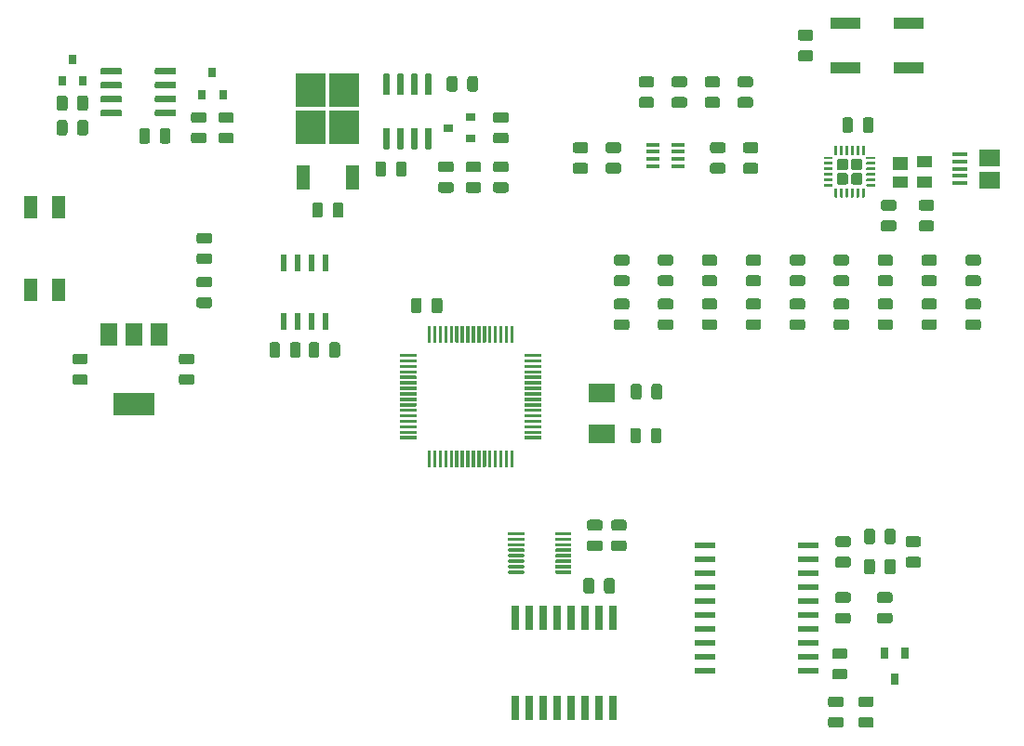
<source format=gbr>
G04 #@! TF.GenerationSoftware,KiCad,Pcbnew,5.1.5-52549c5~84~ubuntu18.04.1*
G04 #@! TF.CreationDate,2020-01-31T16:24:44-06:00*
G04 #@! TF.ProjectId,BPSMaster,4250534d-6173-4746-9572-2e6b69636164,rev?*
G04 #@! TF.SameCoordinates,Original*
G04 #@! TF.FileFunction,Paste,Top*
G04 #@! TF.FilePolarity,Positive*
%FSLAX46Y46*%
G04 Gerber Fmt 4.6, Leading zero omitted, Abs format (unit mm)*
G04 Created by KiCad (PCBNEW 5.1.5-52549c5~84~ubuntu18.04.1) date 2020-01-31 16:24:44*
%MOMM*%
%LPD*%
G04 APERTURE LIST*
%ADD10C,0.100000*%
%ADD11R,3.800000X2.000000*%
%ADD12R,1.500000X2.000000*%
%ADD13R,1.200000X2.000000*%
%ADD14R,1.400000X1.200000*%
%ADD15R,1.400000X1.000000*%
%ADD16R,1.900000X1.500000*%
%ADD17R,1.350000X0.400000*%
%ADD18R,1.200000X2.200000*%
%ADD19R,2.750000X3.050000*%
%ADD20R,0.900000X0.800000*%
%ADD21R,0.800000X0.900000*%
%ADD22R,2.750000X1.000000*%
%ADD23R,0.558800X1.549400*%
%ADD24R,0.760000X2.200000*%
%ADD25R,0.700000X1.000000*%
%ADD26R,1.950000X0.600000*%
%ADD27R,2.400000X1.700000*%
%ADD28R,1.219200X0.406400*%
G04 APERTURE END LIST*
D10*
G36*
X115930142Y-108826174D02*
G01*
X115953803Y-108829684D01*
X115977007Y-108835496D01*
X115999529Y-108843554D01*
X116021153Y-108853782D01*
X116041670Y-108866079D01*
X116060883Y-108880329D01*
X116078607Y-108896393D01*
X116094671Y-108914117D01*
X116108921Y-108933330D01*
X116121218Y-108953847D01*
X116131446Y-108975471D01*
X116139504Y-108997993D01*
X116145316Y-109021197D01*
X116148826Y-109044858D01*
X116150000Y-109068750D01*
X116150000Y-109556250D01*
X116148826Y-109580142D01*
X116145316Y-109603803D01*
X116139504Y-109627007D01*
X116131446Y-109649529D01*
X116121218Y-109671153D01*
X116108921Y-109691670D01*
X116094671Y-109710883D01*
X116078607Y-109728607D01*
X116060883Y-109744671D01*
X116041670Y-109758921D01*
X116021153Y-109771218D01*
X115999529Y-109781446D01*
X115977007Y-109789504D01*
X115953803Y-109795316D01*
X115930142Y-109798826D01*
X115906250Y-109800000D01*
X114993750Y-109800000D01*
X114969858Y-109798826D01*
X114946197Y-109795316D01*
X114922993Y-109789504D01*
X114900471Y-109781446D01*
X114878847Y-109771218D01*
X114858330Y-109758921D01*
X114839117Y-109744671D01*
X114821393Y-109728607D01*
X114805329Y-109710883D01*
X114791079Y-109691670D01*
X114778782Y-109671153D01*
X114768554Y-109649529D01*
X114760496Y-109627007D01*
X114754684Y-109603803D01*
X114751174Y-109580142D01*
X114750000Y-109556250D01*
X114750000Y-109068750D01*
X114751174Y-109044858D01*
X114754684Y-109021197D01*
X114760496Y-108997993D01*
X114768554Y-108975471D01*
X114778782Y-108953847D01*
X114791079Y-108933330D01*
X114805329Y-108914117D01*
X114821393Y-108896393D01*
X114839117Y-108880329D01*
X114858330Y-108866079D01*
X114878847Y-108853782D01*
X114900471Y-108843554D01*
X114922993Y-108835496D01*
X114946197Y-108829684D01*
X114969858Y-108826174D01*
X114993750Y-108825000D01*
X115906250Y-108825000D01*
X115930142Y-108826174D01*
G37*
G36*
X115930142Y-110701174D02*
G01*
X115953803Y-110704684D01*
X115977007Y-110710496D01*
X115999529Y-110718554D01*
X116021153Y-110728782D01*
X116041670Y-110741079D01*
X116060883Y-110755329D01*
X116078607Y-110771393D01*
X116094671Y-110789117D01*
X116108921Y-110808330D01*
X116121218Y-110828847D01*
X116131446Y-110850471D01*
X116139504Y-110872993D01*
X116145316Y-110896197D01*
X116148826Y-110919858D01*
X116150000Y-110943750D01*
X116150000Y-111431250D01*
X116148826Y-111455142D01*
X116145316Y-111478803D01*
X116139504Y-111502007D01*
X116131446Y-111524529D01*
X116121218Y-111546153D01*
X116108921Y-111566670D01*
X116094671Y-111585883D01*
X116078607Y-111603607D01*
X116060883Y-111619671D01*
X116041670Y-111633921D01*
X116021153Y-111646218D01*
X115999529Y-111656446D01*
X115977007Y-111664504D01*
X115953803Y-111670316D01*
X115930142Y-111673826D01*
X115906250Y-111675000D01*
X114993750Y-111675000D01*
X114969858Y-111673826D01*
X114946197Y-111670316D01*
X114922993Y-111664504D01*
X114900471Y-111656446D01*
X114878847Y-111646218D01*
X114858330Y-111633921D01*
X114839117Y-111619671D01*
X114821393Y-111603607D01*
X114805329Y-111585883D01*
X114791079Y-111566670D01*
X114778782Y-111546153D01*
X114768554Y-111524529D01*
X114760496Y-111502007D01*
X114754684Y-111478803D01*
X114751174Y-111455142D01*
X114750000Y-111431250D01*
X114750000Y-110943750D01*
X114751174Y-110919858D01*
X114754684Y-110896197D01*
X114760496Y-110872993D01*
X114768554Y-110850471D01*
X114778782Y-110828847D01*
X114791079Y-110808330D01*
X114805329Y-110789117D01*
X114821393Y-110771393D01*
X114839117Y-110755329D01*
X114858330Y-110741079D01*
X114878847Y-110728782D01*
X114900471Y-110718554D01*
X114922993Y-110710496D01*
X114946197Y-110704684D01*
X114969858Y-110701174D01*
X114993750Y-110700000D01*
X115906250Y-110700000D01*
X115930142Y-110701174D01*
G37*
G36*
X125630142Y-108826174D02*
G01*
X125653803Y-108829684D01*
X125677007Y-108835496D01*
X125699529Y-108843554D01*
X125721153Y-108853782D01*
X125741670Y-108866079D01*
X125760883Y-108880329D01*
X125778607Y-108896393D01*
X125794671Y-108914117D01*
X125808921Y-108933330D01*
X125821218Y-108953847D01*
X125831446Y-108975471D01*
X125839504Y-108997993D01*
X125845316Y-109021197D01*
X125848826Y-109044858D01*
X125850000Y-109068750D01*
X125850000Y-109556250D01*
X125848826Y-109580142D01*
X125845316Y-109603803D01*
X125839504Y-109627007D01*
X125831446Y-109649529D01*
X125821218Y-109671153D01*
X125808921Y-109691670D01*
X125794671Y-109710883D01*
X125778607Y-109728607D01*
X125760883Y-109744671D01*
X125741670Y-109758921D01*
X125721153Y-109771218D01*
X125699529Y-109781446D01*
X125677007Y-109789504D01*
X125653803Y-109795316D01*
X125630142Y-109798826D01*
X125606250Y-109800000D01*
X124693750Y-109800000D01*
X124669858Y-109798826D01*
X124646197Y-109795316D01*
X124622993Y-109789504D01*
X124600471Y-109781446D01*
X124578847Y-109771218D01*
X124558330Y-109758921D01*
X124539117Y-109744671D01*
X124521393Y-109728607D01*
X124505329Y-109710883D01*
X124491079Y-109691670D01*
X124478782Y-109671153D01*
X124468554Y-109649529D01*
X124460496Y-109627007D01*
X124454684Y-109603803D01*
X124451174Y-109580142D01*
X124450000Y-109556250D01*
X124450000Y-109068750D01*
X124451174Y-109044858D01*
X124454684Y-109021197D01*
X124460496Y-108997993D01*
X124468554Y-108975471D01*
X124478782Y-108953847D01*
X124491079Y-108933330D01*
X124505329Y-108914117D01*
X124521393Y-108896393D01*
X124539117Y-108880329D01*
X124558330Y-108866079D01*
X124578847Y-108853782D01*
X124600471Y-108843554D01*
X124622993Y-108835496D01*
X124646197Y-108829684D01*
X124669858Y-108826174D01*
X124693750Y-108825000D01*
X125606250Y-108825000D01*
X125630142Y-108826174D01*
G37*
G36*
X125630142Y-110701174D02*
G01*
X125653803Y-110704684D01*
X125677007Y-110710496D01*
X125699529Y-110718554D01*
X125721153Y-110728782D01*
X125741670Y-110741079D01*
X125760883Y-110755329D01*
X125778607Y-110771393D01*
X125794671Y-110789117D01*
X125808921Y-110808330D01*
X125821218Y-110828847D01*
X125831446Y-110850471D01*
X125839504Y-110872993D01*
X125845316Y-110896197D01*
X125848826Y-110919858D01*
X125850000Y-110943750D01*
X125850000Y-111431250D01*
X125848826Y-111455142D01*
X125845316Y-111478803D01*
X125839504Y-111502007D01*
X125831446Y-111524529D01*
X125821218Y-111546153D01*
X125808921Y-111566670D01*
X125794671Y-111585883D01*
X125778607Y-111603607D01*
X125760883Y-111619671D01*
X125741670Y-111633921D01*
X125721153Y-111646218D01*
X125699529Y-111656446D01*
X125677007Y-111664504D01*
X125653803Y-111670316D01*
X125630142Y-111673826D01*
X125606250Y-111675000D01*
X124693750Y-111675000D01*
X124669858Y-111673826D01*
X124646197Y-111670316D01*
X124622993Y-111664504D01*
X124600471Y-111656446D01*
X124578847Y-111646218D01*
X124558330Y-111633921D01*
X124539117Y-111619671D01*
X124521393Y-111603607D01*
X124505329Y-111585883D01*
X124491079Y-111566670D01*
X124478782Y-111546153D01*
X124468554Y-111524529D01*
X124460496Y-111502007D01*
X124454684Y-111478803D01*
X124451174Y-111455142D01*
X124450000Y-111431250D01*
X124450000Y-110943750D01*
X124451174Y-110919858D01*
X124454684Y-110896197D01*
X124460496Y-110872993D01*
X124468554Y-110850471D01*
X124478782Y-110828847D01*
X124491079Y-110808330D01*
X124505329Y-110789117D01*
X124521393Y-110771393D01*
X124539117Y-110755329D01*
X124558330Y-110741079D01*
X124578847Y-110728782D01*
X124600471Y-110718554D01*
X124622993Y-110710496D01*
X124646197Y-110704684D01*
X124669858Y-110701174D01*
X124693750Y-110700000D01*
X125606250Y-110700000D01*
X125630142Y-110701174D01*
G37*
D11*
X120350000Y-113400000D03*
D12*
X120350000Y-107100000D03*
X118050000Y-107100000D03*
X122650000Y-107100000D03*
D10*
G36*
X127230142Y-103701174D02*
G01*
X127253803Y-103704684D01*
X127277007Y-103710496D01*
X127299529Y-103718554D01*
X127321153Y-103728782D01*
X127341670Y-103741079D01*
X127360883Y-103755329D01*
X127378607Y-103771393D01*
X127394671Y-103789117D01*
X127408921Y-103808330D01*
X127421218Y-103828847D01*
X127431446Y-103850471D01*
X127439504Y-103872993D01*
X127445316Y-103896197D01*
X127448826Y-103919858D01*
X127450000Y-103943750D01*
X127450000Y-104431250D01*
X127448826Y-104455142D01*
X127445316Y-104478803D01*
X127439504Y-104502007D01*
X127431446Y-104524529D01*
X127421218Y-104546153D01*
X127408921Y-104566670D01*
X127394671Y-104585883D01*
X127378607Y-104603607D01*
X127360883Y-104619671D01*
X127341670Y-104633921D01*
X127321153Y-104646218D01*
X127299529Y-104656446D01*
X127277007Y-104664504D01*
X127253803Y-104670316D01*
X127230142Y-104673826D01*
X127206250Y-104675000D01*
X126293750Y-104675000D01*
X126269858Y-104673826D01*
X126246197Y-104670316D01*
X126222993Y-104664504D01*
X126200471Y-104656446D01*
X126178847Y-104646218D01*
X126158330Y-104633921D01*
X126139117Y-104619671D01*
X126121393Y-104603607D01*
X126105329Y-104585883D01*
X126091079Y-104566670D01*
X126078782Y-104546153D01*
X126068554Y-104524529D01*
X126060496Y-104502007D01*
X126054684Y-104478803D01*
X126051174Y-104455142D01*
X126050000Y-104431250D01*
X126050000Y-103943750D01*
X126051174Y-103919858D01*
X126054684Y-103896197D01*
X126060496Y-103872993D01*
X126068554Y-103850471D01*
X126078782Y-103828847D01*
X126091079Y-103808330D01*
X126105329Y-103789117D01*
X126121393Y-103771393D01*
X126139117Y-103755329D01*
X126158330Y-103741079D01*
X126178847Y-103728782D01*
X126200471Y-103718554D01*
X126222993Y-103710496D01*
X126246197Y-103704684D01*
X126269858Y-103701174D01*
X126293750Y-103700000D01*
X127206250Y-103700000D01*
X127230142Y-103701174D01*
G37*
G36*
X127230142Y-101826174D02*
G01*
X127253803Y-101829684D01*
X127277007Y-101835496D01*
X127299529Y-101843554D01*
X127321153Y-101853782D01*
X127341670Y-101866079D01*
X127360883Y-101880329D01*
X127378607Y-101896393D01*
X127394671Y-101914117D01*
X127408921Y-101933330D01*
X127421218Y-101953847D01*
X127431446Y-101975471D01*
X127439504Y-101997993D01*
X127445316Y-102021197D01*
X127448826Y-102044858D01*
X127450000Y-102068750D01*
X127450000Y-102556250D01*
X127448826Y-102580142D01*
X127445316Y-102603803D01*
X127439504Y-102627007D01*
X127431446Y-102649529D01*
X127421218Y-102671153D01*
X127408921Y-102691670D01*
X127394671Y-102710883D01*
X127378607Y-102728607D01*
X127360883Y-102744671D01*
X127341670Y-102758921D01*
X127321153Y-102771218D01*
X127299529Y-102781446D01*
X127277007Y-102789504D01*
X127253803Y-102795316D01*
X127230142Y-102798826D01*
X127206250Y-102800000D01*
X126293750Y-102800000D01*
X126269858Y-102798826D01*
X126246197Y-102795316D01*
X126222993Y-102789504D01*
X126200471Y-102781446D01*
X126178847Y-102771218D01*
X126158330Y-102758921D01*
X126139117Y-102744671D01*
X126121393Y-102728607D01*
X126105329Y-102710883D01*
X126091079Y-102691670D01*
X126078782Y-102671153D01*
X126068554Y-102649529D01*
X126060496Y-102627007D01*
X126054684Y-102603803D01*
X126051174Y-102580142D01*
X126050000Y-102556250D01*
X126050000Y-102068750D01*
X126051174Y-102044858D01*
X126054684Y-102021197D01*
X126060496Y-101997993D01*
X126068554Y-101975471D01*
X126078782Y-101953847D01*
X126091079Y-101933330D01*
X126105329Y-101914117D01*
X126121393Y-101896393D01*
X126139117Y-101880329D01*
X126158330Y-101866079D01*
X126178847Y-101853782D01*
X126200471Y-101843554D01*
X126222993Y-101835496D01*
X126246197Y-101829684D01*
X126269858Y-101826174D01*
X126293750Y-101825000D01*
X127206250Y-101825000D01*
X127230142Y-101826174D01*
G37*
D13*
X113520000Y-103000000D03*
X110980000Y-103000000D03*
X110980000Y-95500000D03*
X113520000Y-95500000D03*
D10*
G36*
X127230142Y-99701174D02*
G01*
X127253803Y-99704684D01*
X127277007Y-99710496D01*
X127299529Y-99718554D01*
X127321153Y-99728782D01*
X127341670Y-99741079D01*
X127360883Y-99755329D01*
X127378607Y-99771393D01*
X127394671Y-99789117D01*
X127408921Y-99808330D01*
X127421218Y-99828847D01*
X127431446Y-99850471D01*
X127439504Y-99872993D01*
X127445316Y-99896197D01*
X127448826Y-99919858D01*
X127450000Y-99943750D01*
X127450000Y-100431250D01*
X127448826Y-100455142D01*
X127445316Y-100478803D01*
X127439504Y-100502007D01*
X127431446Y-100524529D01*
X127421218Y-100546153D01*
X127408921Y-100566670D01*
X127394671Y-100585883D01*
X127378607Y-100603607D01*
X127360883Y-100619671D01*
X127341670Y-100633921D01*
X127321153Y-100646218D01*
X127299529Y-100656446D01*
X127277007Y-100664504D01*
X127253803Y-100670316D01*
X127230142Y-100673826D01*
X127206250Y-100675000D01*
X126293750Y-100675000D01*
X126269858Y-100673826D01*
X126246197Y-100670316D01*
X126222993Y-100664504D01*
X126200471Y-100656446D01*
X126178847Y-100646218D01*
X126158330Y-100633921D01*
X126139117Y-100619671D01*
X126121393Y-100603607D01*
X126105329Y-100585883D01*
X126091079Y-100566670D01*
X126078782Y-100546153D01*
X126068554Y-100524529D01*
X126060496Y-100502007D01*
X126054684Y-100478803D01*
X126051174Y-100455142D01*
X126050000Y-100431250D01*
X126050000Y-99943750D01*
X126051174Y-99919858D01*
X126054684Y-99896197D01*
X126060496Y-99872993D01*
X126068554Y-99850471D01*
X126078782Y-99828847D01*
X126091079Y-99808330D01*
X126105329Y-99789117D01*
X126121393Y-99771393D01*
X126139117Y-99755329D01*
X126158330Y-99741079D01*
X126178847Y-99728782D01*
X126200471Y-99718554D01*
X126222993Y-99710496D01*
X126246197Y-99704684D01*
X126269858Y-99701174D01*
X126293750Y-99700000D01*
X127206250Y-99700000D01*
X127230142Y-99701174D01*
G37*
G36*
X127230142Y-97826174D02*
G01*
X127253803Y-97829684D01*
X127277007Y-97835496D01*
X127299529Y-97843554D01*
X127321153Y-97853782D01*
X127341670Y-97866079D01*
X127360883Y-97880329D01*
X127378607Y-97896393D01*
X127394671Y-97914117D01*
X127408921Y-97933330D01*
X127421218Y-97953847D01*
X127431446Y-97975471D01*
X127439504Y-97997993D01*
X127445316Y-98021197D01*
X127448826Y-98044858D01*
X127450000Y-98068750D01*
X127450000Y-98556250D01*
X127448826Y-98580142D01*
X127445316Y-98603803D01*
X127439504Y-98627007D01*
X127431446Y-98649529D01*
X127421218Y-98671153D01*
X127408921Y-98691670D01*
X127394671Y-98710883D01*
X127378607Y-98728607D01*
X127360883Y-98744671D01*
X127341670Y-98758921D01*
X127321153Y-98771218D01*
X127299529Y-98781446D01*
X127277007Y-98789504D01*
X127253803Y-98795316D01*
X127230142Y-98798826D01*
X127206250Y-98800000D01*
X126293750Y-98800000D01*
X126269858Y-98798826D01*
X126246197Y-98795316D01*
X126222993Y-98789504D01*
X126200471Y-98781446D01*
X126178847Y-98771218D01*
X126158330Y-98758921D01*
X126139117Y-98744671D01*
X126121393Y-98728607D01*
X126105329Y-98710883D01*
X126091079Y-98691670D01*
X126078782Y-98671153D01*
X126068554Y-98649529D01*
X126060496Y-98627007D01*
X126054684Y-98603803D01*
X126051174Y-98580142D01*
X126050000Y-98556250D01*
X126050000Y-98068750D01*
X126051174Y-98044858D01*
X126054684Y-98021197D01*
X126060496Y-97997993D01*
X126068554Y-97975471D01*
X126078782Y-97953847D01*
X126091079Y-97933330D01*
X126105329Y-97914117D01*
X126121393Y-97896393D01*
X126139117Y-97880329D01*
X126158330Y-97866079D01*
X126178847Y-97853782D01*
X126200471Y-97843554D01*
X126222993Y-97835496D01*
X126246197Y-97829684D01*
X126269858Y-97826174D01*
X126293750Y-97825000D01*
X127206250Y-97825000D01*
X127230142Y-97826174D01*
G37*
G36*
X181980142Y-81201174D02*
G01*
X182003803Y-81204684D01*
X182027007Y-81210496D01*
X182049529Y-81218554D01*
X182071153Y-81228782D01*
X182091670Y-81241079D01*
X182110883Y-81255329D01*
X182128607Y-81271393D01*
X182144671Y-81289117D01*
X182158921Y-81308330D01*
X182171218Y-81328847D01*
X182181446Y-81350471D01*
X182189504Y-81372993D01*
X182195316Y-81396197D01*
X182198826Y-81419858D01*
X182200000Y-81443750D01*
X182200000Y-81931250D01*
X182198826Y-81955142D01*
X182195316Y-81978803D01*
X182189504Y-82002007D01*
X182181446Y-82024529D01*
X182171218Y-82046153D01*
X182158921Y-82066670D01*
X182144671Y-82085883D01*
X182128607Y-82103607D01*
X182110883Y-82119671D01*
X182091670Y-82133921D01*
X182071153Y-82146218D01*
X182049529Y-82156446D01*
X182027007Y-82164504D01*
X182003803Y-82170316D01*
X181980142Y-82173826D01*
X181956250Y-82175000D01*
X181043750Y-82175000D01*
X181019858Y-82173826D01*
X180996197Y-82170316D01*
X180972993Y-82164504D01*
X180950471Y-82156446D01*
X180928847Y-82146218D01*
X180908330Y-82133921D01*
X180889117Y-82119671D01*
X180871393Y-82103607D01*
X180855329Y-82085883D01*
X180841079Y-82066670D01*
X180828782Y-82046153D01*
X180818554Y-82024529D01*
X180810496Y-82002007D01*
X180804684Y-81978803D01*
X180801174Y-81955142D01*
X180800000Y-81931250D01*
X180800000Y-81443750D01*
X180801174Y-81419858D01*
X180804684Y-81396197D01*
X180810496Y-81372993D01*
X180818554Y-81350471D01*
X180828782Y-81328847D01*
X180841079Y-81308330D01*
X180855329Y-81289117D01*
X180871393Y-81271393D01*
X180889117Y-81255329D01*
X180908330Y-81241079D01*
X180928847Y-81228782D01*
X180950471Y-81218554D01*
X180972993Y-81210496D01*
X180996197Y-81204684D01*
X181019858Y-81201174D01*
X181043750Y-81200000D01*
X181956250Y-81200000D01*
X181980142Y-81201174D01*
G37*
G36*
X181980142Y-79326174D02*
G01*
X182003803Y-79329684D01*
X182027007Y-79335496D01*
X182049529Y-79343554D01*
X182071153Y-79353782D01*
X182091670Y-79366079D01*
X182110883Y-79380329D01*
X182128607Y-79396393D01*
X182144671Y-79414117D01*
X182158921Y-79433330D01*
X182171218Y-79453847D01*
X182181446Y-79475471D01*
X182189504Y-79497993D01*
X182195316Y-79521197D01*
X182198826Y-79544858D01*
X182200000Y-79568750D01*
X182200000Y-80056250D01*
X182198826Y-80080142D01*
X182195316Y-80103803D01*
X182189504Y-80127007D01*
X182181446Y-80149529D01*
X182171218Y-80171153D01*
X182158921Y-80191670D01*
X182144671Y-80210883D01*
X182128607Y-80228607D01*
X182110883Y-80244671D01*
X182091670Y-80258921D01*
X182071153Y-80271218D01*
X182049529Y-80281446D01*
X182027007Y-80289504D01*
X182003803Y-80295316D01*
X181980142Y-80298826D01*
X181956250Y-80300000D01*
X181043750Y-80300000D01*
X181019858Y-80298826D01*
X180996197Y-80295316D01*
X180972993Y-80289504D01*
X180950471Y-80281446D01*
X180928847Y-80271218D01*
X180908330Y-80258921D01*
X180889117Y-80244671D01*
X180871393Y-80228607D01*
X180855329Y-80210883D01*
X180841079Y-80191670D01*
X180828782Y-80171153D01*
X180818554Y-80149529D01*
X180810496Y-80127007D01*
X180804684Y-80103803D01*
X180801174Y-80080142D01*
X180800000Y-80056250D01*
X180800000Y-79568750D01*
X180801174Y-79544858D01*
X180804684Y-79521197D01*
X180810496Y-79497993D01*
X180818554Y-79475471D01*
X180828782Y-79453847D01*
X180841079Y-79433330D01*
X180855329Y-79414117D01*
X180871393Y-79396393D01*
X180889117Y-79380329D01*
X180908330Y-79366079D01*
X180928847Y-79353782D01*
X180950471Y-79343554D01*
X180972993Y-79335496D01*
X180996197Y-79329684D01*
X181019858Y-79326174D01*
X181043750Y-79325000D01*
X181956250Y-79325000D01*
X181980142Y-79326174D01*
G37*
G36*
X148205142Y-103751174D02*
G01*
X148228803Y-103754684D01*
X148252007Y-103760496D01*
X148274529Y-103768554D01*
X148296153Y-103778782D01*
X148316670Y-103791079D01*
X148335883Y-103805329D01*
X148353607Y-103821393D01*
X148369671Y-103839117D01*
X148383921Y-103858330D01*
X148396218Y-103878847D01*
X148406446Y-103900471D01*
X148414504Y-103922993D01*
X148420316Y-103946197D01*
X148423826Y-103969858D01*
X148425000Y-103993750D01*
X148425000Y-104906250D01*
X148423826Y-104930142D01*
X148420316Y-104953803D01*
X148414504Y-104977007D01*
X148406446Y-104999529D01*
X148396218Y-105021153D01*
X148383921Y-105041670D01*
X148369671Y-105060883D01*
X148353607Y-105078607D01*
X148335883Y-105094671D01*
X148316670Y-105108921D01*
X148296153Y-105121218D01*
X148274529Y-105131446D01*
X148252007Y-105139504D01*
X148228803Y-105145316D01*
X148205142Y-105148826D01*
X148181250Y-105150000D01*
X147693750Y-105150000D01*
X147669858Y-105148826D01*
X147646197Y-105145316D01*
X147622993Y-105139504D01*
X147600471Y-105131446D01*
X147578847Y-105121218D01*
X147558330Y-105108921D01*
X147539117Y-105094671D01*
X147521393Y-105078607D01*
X147505329Y-105060883D01*
X147491079Y-105041670D01*
X147478782Y-105021153D01*
X147468554Y-104999529D01*
X147460496Y-104977007D01*
X147454684Y-104953803D01*
X147451174Y-104930142D01*
X147450000Y-104906250D01*
X147450000Y-103993750D01*
X147451174Y-103969858D01*
X147454684Y-103946197D01*
X147460496Y-103922993D01*
X147468554Y-103900471D01*
X147478782Y-103878847D01*
X147491079Y-103858330D01*
X147505329Y-103839117D01*
X147521393Y-103821393D01*
X147539117Y-103805329D01*
X147558330Y-103791079D01*
X147578847Y-103778782D01*
X147600471Y-103768554D01*
X147622993Y-103760496D01*
X147646197Y-103754684D01*
X147669858Y-103751174D01*
X147693750Y-103750000D01*
X148181250Y-103750000D01*
X148205142Y-103751174D01*
G37*
G36*
X146330142Y-103751174D02*
G01*
X146353803Y-103754684D01*
X146377007Y-103760496D01*
X146399529Y-103768554D01*
X146421153Y-103778782D01*
X146441670Y-103791079D01*
X146460883Y-103805329D01*
X146478607Y-103821393D01*
X146494671Y-103839117D01*
X146508921Y-103858330D01*
X146521218Y-103878847D01*
X146531446Y-103900471D01*
X146539504Y-103922993D01*
X146545316Y-103946197D01*
X146548826Y-103969858D01*
X146550000Y-103993750D01*
X146550000Y-104906250D01*
X146548826Y-104930142D01*
X146545316Y-104953803D01*
X146539504Y-104977007D01*
X146531446Y-104999529D01*
X146521218Y-105021153D01*
X146508921Y-105041670D01*
X146494671Y-105060883D01*
X146478607Y-105078607D01*
X146460883Y-105094671D01*
X146441670Y-105108921D01*
X146421153Y-105121218D01*
X146399529Y-105131446D01*
X146377007Y-105139504D01*
X146353803Y-105145316D01*
X146330142Y-105148826D01*
X146306250Y-105150000D01*
X145818750Y-105150000D01*
X145794858Y-105148826D01*
X145771197Y-105145316D01*
X145747993Y-105139504D01*
X145725471Y-105131446D01*
X145703847Y-105121218D01*
X145683330Y-105108921D01*
X145664117Y-105094671D01*
X145646393Y-105078607D01*
X145630329Y-105060883D01*
X145616079Y-105041670D01*
X145603782Y-105021153D01*
X145593554Y-104999529D01*
X145585496Y-104977007D01*
X145579684Y-104953803D01*
X145576174Y-104930142D01*
X145575000Y-104906250D01*
X145575000Y-103993750D01*
X145576174Y-103969858D01*
X145579684Y-103946197D01*
X145585496Y-103922993D01*
X145593554Y-103900471D01*
X145603782Y-103878847D01*
X145616079Y-103858330D01*
X145630329Y-103839117D01*
X145646393Y-103821393D01*
X145664117Y-103805329D01*
X145683330Y-103791079D01*
X145703847Y-103778782D01*
X145725471Y-103768554D01*
X145747993Y-103760496D01*
X145771197Y-103754684D01*
X145794858Y-103751174D01*
X145818750Y-103750000D01*
X146306250Y-103750000D01*
X146330142Y-103751174D01*
G37*
G36*
X166280142Y-115601174D02*
G01*
X166303803Y-115604684D01*
X166327007Y-115610496D01*
X166349529Y-115618554D01*
X166371153Y-115628782D01*
X166391670Y-115641079D01*
X166410883Y-115655329D01*
X166428607Y-115671393D01*
X166444671Y-115689117D01*
X166458921Y-115708330D01*
X166471218Y-115728847D01*
X166481446Y-115750471D01*
X166489504Y-115772993D01*
X166495316Y-115796197D01*
X166498826Y-115819858D01*
X166500000Y-115843750D01*
X166500000Y-116756250D01*
X166498826Y-116780142D01*
X166495316Y-116803803D01*
X166489504Y-116827007D01*
X166481446Y-116849529D01*
X166471218Y-116871153D01*
X166458921Y-116891670D01*
X166444671Y-116910883D01*
X166428607Y-116928607D01*
X166410883Y-116944671D01*
X166391670Y-116958921D01*
X166371153Y-116971218D01*
X166349529Y-116981446D01*
X166327007Y-116989504D01*
X166303803Y-116995316D01*
X166280142Y-116998826D01*
X166256250Y-117000000D01*
X165768750Y-117000000D01*
X165744858Y-116998826D01*
X165721197Y-116995316D01*
X165697993Y-116989504D01*
X165675471Y-116981446D01*
X165653847Y-116971218D01*
X165633330Y-116958921D01*
X165614117Y-116944671D01*
X165596393Y-116928607D01*
X165580329Y-116910883D01*
X165566079Y-116891670D01*
X165553782Y-116871153D01*
X165543554Y-116849529D01*
X165535496Y-116827007D01*
X165529684Y-116803803D01*
X165526174Y-116780142D01*
X165525000Y-116756250D01*
X165525000Y-115843750D01*
X165526174Y-115819858D01*
X165529684Y-115796197D01*
X165535496Y-115772993D01*
X165543554Y-115750471D01*
X165553782Y-115728847D01*
X165566079Y-115708330D01*
X165580329Y-115689117D01*
X165596393Y-115671393D01*
X165614117Y-115655329D01*
X165633330Y-115641079D01*
X165653847Y-115628782D01*
X165675471Y-115618554D01*
X165697993Y-115610496D01*
X165721197Y-115604684D01*
X165744858Y-115601174D01*
X165768750Y-115600000D01*
X166256250Y-115600000D01*
X166280142Y-115601174D01*
G37*
G36*
X168155142Y-115601174D02*
G01*
X168178803Y-115604684D01*
X168202007Y-115610496D01*
X168224529Y-115618554D01*
X168246153Y-115628782D01*
X168266670Y-115641079D01*
X168285883Y-115655329D01*
X168303607Y-115671393D01*
X168319671Y-115689117D01*
X168333921Y-115708330D01*
X168346218Y-115728847D01*
X168356446Y-115750471D01*
X168364504Y-115772993D01*
X168370316Y-115796197D01*
X168373826Y-115819858D01*
X168375000Y-115843750D01*
X168375000Y-116756250D01*
X168373826Y-116780142D01*
X168370316Y-116803803D01*
X168364504Y-116827007D01*
X168356446Y-116849529D01*
X168346218Y-116871153D01*
X168333921Y-116891670D01*
X168319671Y-116910883D01*
X168303607Y-116928607D01*
X168285883Y-116944671D01*
X168266670Y-116958921D01*
X168246153Y-116971218D01*
X168224529Y-116981446D01*
X168202007Y-116989504D01*
X168178803Y-116995316D01*
X168155142Y-116998826D01*
X168131250Y-117000000D01*
X167643750Y-117000000D01*
X167619858Y-116998826D01*
X167596197Y-116995316D01*
X167572993Y-116989504D01*
X167550471Y-116981446D01*
X167528847Y-116971218D01*
X167508330Y-116958921D01*
X167489117Y-116944671D01*
X167471393Y-116928607D01*
X167455329Y-116910883D01*
X167441079Y-116891670D01*
X167428782Y-116871153D01*
X167418554Y-116849529D01*
X167410496Y-116827007D01*
X167404684Y-116803803D01*
X167401174Y-116780142D01*
X167400000Y-116756250D01*
X167400000Y-115843750D01*
X167401174Y-115819858D01*
X167404684Y-115796197D01*
X167410496Y-115772993D01*
X167418554Y-115750471D01*
X167428782Y-115728847D01*
X167441079Y-115708330D01*
X167455329Y-115689117D01*
X167471393Y-115671393D01*
X167489117Y-115655329D01*
X167508330Y-115641079D01*
X167528847Y-115628782D01*
X167550471Y-115618554D01*
X167572993Y-115610496D01*
X167596197Y-115604684D01*
X167619858Y-115601174D01*
X167643750Y-115600000D01*
X168131250Y-115600000D01*
X168155142Y-115601174D01*
G37*
G36*
X168217642Y-111601174D02*
G01*
X168241303Y-111604684D01*
X168264507Y-111610496D01*
X168287029Y-111618554D01*
X168308653Y-111628782D01*
X168329170Y-111641079D01*
X168348383Y-111655329D01*
X168366107Y-111671393D01*
X168382171Y-111689117D01*
X168396421Y-111708330D01*
X168408718Y-111728847D01*
X168418946Y-111750471D01*
X168427004Y-111772993D01*
X168432816Y-111796197D01*
X168436326Y-111819858D01*
X168437500Y-111843750D01*
X168437500Y-112756250D01*
X168436326Y-112780142D01*
X168432816Y-112803803D01*
X168427004Y-112827007D01*
X168418946Y-112849529D01*
X168408718Y-112871153D01*
X168396421Y-112891670D01*
X168382171Y-112910883D01*
X168366107Y-112928607D01*
X168348383Y-112944671D01*
X168329170Y-112958921D01*
X168308653Y-112971218D01*
X168287029Y-112981446D01*
X168264507Y-112989504D01*
X168241303Y-112995316D01*
X168217642Y-112998826D01*
X168193750Y-113000000D01*
X167706250Y-113000000D01*
X167682358Y-112998826D01*
X167658697Y-112995316D01*
X167635493Y-112989504D01*
X167612971Y-112981446D01*
X167591347Y-112971218D01*
X167570830Y-112958921D01*
X167551617Y-112944671D01*
X167533893Y-112928607D01*
X167517829Y-112910883D01*
X167503579Y-112891670D01*
X167491282Y-112871153D01*
X167481054Y-112849529D01*
X167472996Y-112827007D01*
X167467184Y-112803803D01*
X167463674Y-112780142D01*
X167462500Y-112756250D01*
X167462500Y-111843750D01*
X167463674Y-111819858D01*
X167467184Y-111796197D01*
X167472996Y-111772993D01*
X167481054Y-111750471D01*
X167491282Y-111728847D01*
X167503579Y-111708330D01*
X167517829Y-111689117D01*
X167533893Y-111671393D01*
X167551617Y-111655329D01*
X167570830Y-111641079D01*
X167591347Y-111628782D01*
X167612971Y-111618554D01*
X167635493Y-111610496D01*
X167658697Y-111604684D01*
X167682358Y-111601174D01*
X167706250Y-111600000D01*
X168193750Y-111600000D01*
X168217642Y-111601174D01*
G37*
G36*
X166342642Y-111601174D02*
G01*
X166366303Y-111604684D01*
X166389507Y-111610496D01*
X166412029Y-111618554D01*
X166433653Y-111628782D01*
X166454170Y-111641079D01*
X166473383Y-111655329D01*
X166491107Y-111671393D01*
X166507171Y-111689117D01*
X166521421Y-111708330D01*
X166533718Y-111728847D01*
X166543946Y-111750471D01*
X166552004Y-111772993D01*
X166557816Y-111796197D01*
X166561326Y-111819858D01*
X166562500Y-111843750D01*
X166562500Y-112756250D01*
X166561326Y-112780142D01*
X166557816Y-112803803D01*
X166552004Y-112827007D01*
X166543946Y-112849529D01*
X166533718Y-112871153D01*
X166521421Y-112891670D01*
X166507171Y-112910883D01*
X166491107Y-112928607D01*
X166473383Y-112944671D01*
X166454170Y-112958921D01*
X166433653Y-112971218D01*
X166412029Y-112981446D01*
X166389507Y-112989504D01*
X166366303Y-112995316D01*
X166342642Y-112998826D01*
X166318750Y-113000000D01*
X165831250Y-113000000D01*
X165807358Y-112998826D01*
X165783697Y-112995316D01*
X165760493Y-112989504D01*
X165737971Y-112981446D01*
X165716347Y-112971218D01*
X165695830Y-112958921D01*
X165676617Y-112944671D01*
X165658893Y-112928607D01*
X165642829Y-112910883D01*
X165628579Y-112891670D01*
X165616282Y-112871153D01*
X165606054Y-112849529D01*
X165597996Y-112827007D01*
X165592184Y-112803803D01*
X165588674Y-112780142D01*
X165587500Y-112756250D01*
X165587500Y-111843750D01*
X165588674Y-111819858D01*
X165592184Y-111796197D01*
X165597996Y-111772993D01*
X165606054Y-111750471D01*
X165616282Y-111728847D01*
X165628579Y-111708330D01*
X165642829Y-111689117D01*
X165658893Y-111671393D01*
X165676617Y-111655329D01*
X165695830Y-111641079D01*
X165716347Y-111628782D01*
X165737971Y-111618554D01*
X165760493Y-111610496D01*
X165783697Y-111604684D01*
X165807358Y-111601174D01*
X165831250Y-111600000D01*
X166318750Y-111600000D01*
X166342642Y-111601174D01*
G37*
G36*
X185380142Y-125476174D02*
G01*
X185403803Y-125479684D01*
X185427007Y-125485496D01*
X185449529Y-125493554D01*
X185471153Y-125503782D01*
X185491670Y-125516079D01*
X185510883Y-125530329D01*
X185528607Y-125546393D01*
X185544671Y-125564117D01*
X185558921Y-125583330D01*
X185571218Y-125603847D01*
X185581446Y-125625471D01*
X185589504Y-125647993D01*
X185595316Y-125671197D01*
X185598826Y-125694858D01*
X185600000Y-125718750D01*
X185600000Y-126206250D01*
X185598826Y-126230142D01*
X185595316Y-126253803D01*
X185589504Y-126277007D01*
X185581446Y-126299529D01*
X185571218Y-126321153D01*
X185558921Y-126341670D01*
X185544671Y-126360883D01*
X185528607Y-126378607D01*
X185510883Y-126394671D01*
X185491670Y-126408921D01*
X185471153Y-126421218D01*
X185449529Y-126431446D01*
X185427007Y-126439504D01*
X185403803Y-126445316D01*
X185380142Y-126448826D01*
X185356250Y-126450000D01*
X184443750Y-126450000D01*
X184419858Y-126448826D01*
X184396197Y-126445316D01*
X184372993Y-126439504D01*
X184350471Y-126431446D01*
X184328847Y-126421218D01*
X184308330Y-126408921D01*
X184289117Y-126394671D01*
X184271393Y-126378607D01*
X184255329Y-126360883D01*
X184241079Y-126341670D01*
X184228782Y-126321153D01*
X184218554Y-126299529D01*
X184210496Y-126277007D01*
X184204684Y-126253803D01*
X184201174Y-126230142D01*
X184200000Y-126206250D01*
X184200000Y-125718750D01*
X184201174Y-125694858D01*
X184204684Y-125671197D01*
X184210496Y-125647993D01*
X184218554Y-125625471D01*
X184228782Y-125603847D01*
X184241079Y-125583330D01*
X184255329Y-125564117D01*
X184271393Y-125546393D01*
X184289117Y-125530329D01*
X184308330Y-125516079D01*
X184328847Y-125503782D01*
X184350471Y-125493554D01*
X184372993Y-125485496D01*
X184396197Y-125479684D01*
X184419858Y-125476174D01*
X184443750Y-125475000D01*
X185356250Y-125475000D01*
X185380142Y-125476174D01*
G37*
G36*
X185380142Y-127351174D02*
G01*
X185403803Y-127354684D01*
X185427007Y-127360496D01*
X185449529Y-127368554D01*
X185471153Y-127378782D01*
X185491670Y-127391079D01*
X185510883Y-127405329D01*
X185528607Y-127421393D01*
X185544671Y-127439117D01*
X185558921Y-127458330D01*
X185571218Y-127478847D01*
X185581446Y-127500471D01*
X185589504Y-127522993D01*
X185595316Y-127546197D01*
X185598826Y-127569858D01*
X185600000Y-127593750D01*
X185600000Y-128081250D01*
X185598826Y-128105142D01*
X185595316Y-128128803D01*
X185589504Y-128152007D01*
X185581446Y-128174529D01*
X185571218Y-128196153D01*
X185558921Y-128216670D01*
X185544671Y-128235883D01*
X185528607Y-128253607D01*
X185510883Y-128269671D01*
X185491670Y-128283921D01*
X185471153Y-128296218D01*
X185449529Y-128306446D01*
X185427007Y-128314504D01*
X185403803Y-128320316D01*
X185380142Y-128323826D01*
X185356250Y-128325000D01*
X184443750Y-128325000D01*
X184419858Y-128323826D01*
X184396197Y-128320316D01*
X184372993Y-128314504D01*
X184350471Y-128306446D01*
X184328847Y-128296218D01*
X184308330Y-128283921D01*
X184289117Y-128269671D01*
X184271393Y-128253607D01*
X184255329Y-128235883D01*
X184241079Y-128216670D01*
X184228782Y-128196153D01*
X184218554Y-128174529D01*
X184210496Y-128152007D01*
X184204684Y-128128803D01*
X184201174Y-128105142D01*
X184200000Y-128081250D01*
X184200000Y-127593750D01*
X184201174Y-127569858D01*
X184204684Y-127546197D01*
X184210496Y-127522993D01*
X184218554Y-127500471D01*
X184228782Y-127478847D01*
X184241079Y-127458330D01*
X184255329Y-127439117D01*
X184271393Y-127421393D01*
X184289117Y-127405329D01*
X184308330Y-127391079D01*
X184328847Y-127378782D01*
X184350471Y-127368554D01*
X184372993Y-127360496D01*
X184396197Y-127354684D01*
X184419858Y-127351174D01*
X184443750Y-127350000D01*
X185356250Y-127350000D01*
X185380142Y-127351174D01*
G37*
G36*
X191780142Y-127351174D02*
G01*
X191803803Y-127354684D01*
X191827007Y-127360496D01*
X191849529Y-127368554D01*
X191871153Y-127378782D01*
X191891670Y-127391079D01*
X191910883Y-127405329D01*
X191928607Y-127421393D01*
X191944671Y-127439117D01*
X191958921Y-127458330D01*
X191971218Y-127478847D01*
X191981446Y-127500471D01*
X191989504Y-127522993D01*
X191995316Y-127546197D01*
X191998826Y-127569858D01*
X192000000Y-127593750D01*
X192000000Y-128081250D01*
X191998826Y-128105142D01*
X191995316Y-128128803D01*
X191989504Y-128152007D01*
X191981446Y-128174529D01*
X191971218Y-128196153D01*
X191958921Y-128216670D01*
X191944671Y-128235883D01*
X191928607Y-128253607D01*
X191910883Y-128269671D01*
X191891670Y-128283921D01*
X191871153Y-128296218D01*
X191849529Y-128306446D01*
X191827007Y-128314504D01*
X191803803Y-128320316D01*
X191780142Y-128323826D01*
X191756250Y-128325000D01*
X190843750Y-128325000D01*
X190819858Y-128323826D01*
X190796197Y-128320316D01*
X190772993Y-128314504D01*
X190750471Y-128306446D01*
X190728847Y-128296218D01*
X190708330Y-128283921D01*
X190689117Y-128269671D01*
X190671393Y-128253607D01*
X190655329Y-128235883D01*
X190641079Y-128216670D01*
X190628782Y-128196153D01*
X190618554Y-128174529D01*
X190610496Y-128152007D01*
X190604684Y-128128803D01*
X190601174Y-128105142D01*
X190600000Y-128081250D01*
X190600000Y-127593750D01*
X190601174Y-127569858D01*
X190604684Y-127546197D01*
X190610496Y-127522993D01*
X190618554Y-127500471D01*
X190628782Y-127478847D01*
X190641079Y-127458330D01*
X190655329Y-127439117D01*
X190671393Y-127421393D01*
X190689117Y-127405329D01*
X190708330Y-127391079D01*
X190728847Y-127378782D01*
X190750471Y-127368554D01*
X190772993Y-127360496D01*
X190796197Y-127354684D01*
X190819858Y-127351174D01*
X190843750Y-127350000D01*
X191756250Y-127350000D01*
X191780142Y-127351174D01*
G37*
G36*
X191780142Y-125476174D02*
G01*
X191803803Y-125479684D01*
X191827007Y-125485496D01*
X191849529Y-125493554D01*
X191871153Y-125503782D01*
X191891670Y-125516079D01*
X191910883Y-125530329D01*
X191928607Y-125546393D01*
X191944671Y-125564117D01*
X191958921Y-125583330D01*
X191971218Y-125603847D01*
X191981446Y-125625471D01*
X191989504Y-125647993D01*
X191995316Y-125671197D01*
X191998826Y-125694858D01*
X192000000Y-125718750D01*
X192000000Y-126206250D01*
X191998826Y-126230142D01*
X191995316Y-126253803D01*
X191989504Y-126277007D01*
X191981446Y-126299529D01*
X191971218Y-126321153D01*
X191958921Y-126341670D01*
X191944671Y-126360883D01*
X191928607Y-126378607D01*
X191910883Y-126394671D01*
X191891670Y-126408921D01*
X191871153Y-126421218D01*
X191849529Y-126431446D01*
X191827007Y-126439504D01*
X191803803Y-126445316D01*
X191780142Y-126448826D01*
X191756250Y-126450000D01*
X190843750Y-126450000D01*
X190819858Y-126448826D01*
X190796197Y-126445316D01*
X190772993Y-126439504D01*
X190750471Y-126431446D01*
X190728847Y-126421218D01*
X190708330Y-126408921D01*
X190689117Y-126394671D01*
X190671393Y-126378607D01*
X190655329Y-126360883D01*
X190641079Y-126341670D01*
X190628782Y-126321153D01*
X190618554Y-126299529D01*
X190610496Y-126277007D01*
X190604684Y-126253803D01*
X190601174Y-126230142D01*
X190600000Y-126206250D01*
X190600000Y-125718750D01*
X190601174Y-125694858D01*
X190604684Y-125671197D01*
X190610496Y-125647993D01*
X190618554Y-125625471D01*
X190628782Y-125603847D01*
X190641079Y-125583330D01*
X190655329Y-125564117D01*
X190671393Y-125546393D01*
X190689117Y-125530329D01*
X190708330Y-125516079D01*
X190728847Y-125503782D01*
X190750471Y-125493554D01*
X190772993Y-125485496D01*
X190796197Y-125479684D01*
X190819858Y-125476174D01*
X190843750Y-125475000D01*
X191756250Y-125475000D01*
X191780142Y-125476174D01*
G37*
G36*
X185380142Y-130576174D02*
G01*
X185403803Y-130579684D01*
X185427007Y-130585496D01*
X185449529Y-130593554D01*
X185471153Y-130603782D01*
X185491670Y-130616079D01*
X185510883Y-130630329D01*
X185528607Y-130646393D01*
X185544671Y-130664117D01*
X185558921Y-130683330D01*
X185571218Y-130703847D01*
X185581446Y-130725471D01*
X185589504Y-130747993D01*
X185595316Y-130771197D01*
X185598826Y-130794858D01*
X185600000Y-130818750D01*
X185600000Y-131306250D01*
X185598826Y-131330142D01*
X185595316Y-131353803D01*
X185589504Y-131377007D01*
X185581446Y-131399529D01*
X185571218Y-131421153D01*
X185558921Y-131441670D01*
X185544671Y-131460883D01*
X185528607Y-131478607D01*
X185510883Y-131494671D01*
X185491670Y-131508921D01*
X185471153Y-131521218D01*
X185449529Y-131531446D01*
X185427007Y-131539504D01*
X185403803Y-131545316D01*
X185380142Y-131548826D01*
X185356250Y-131550000D01*
X184443750Y-131550000D01*
X184419858Y-131548826D01*
X184396197Y-131545316D01*
X184372993Y-131539504D01*
X184350471Y-131531446D01*
X184328847Y-131521218D01*
X184308330Y-131508921D01*
X184289117Y-131494671D01*
X184271393Y-131478607D01*
X184255329Y-131460883D01*
X184241079Y-131441670D01*
X184228782Y-131421153D01*
X184218554Y-131399529D01*
X184210496Y-131377007D01*
X184204684Y-131353803D01*
X184201174Y-131330142D01*
X184200000Y-131306250D01*
X184200000Y-130818750D01*
X184201174Y-130794858D01*
X184204684Y-130771197D01*
X184210496Y-130747993D01*
X184218554Y-130725471D01*
X184228782Y-130703847D01*
X184241079Y-130683330D01*
X184255329Y-130664117D01*
X184271393Y-130646393D01*
X184289117Y-130630329D01*
X184308330Y-130616079D01*
X184328847Y-130603782D01*
X184350471Y-130593554D01*
X184372993Y-130585496D01*
X184396197Y-130579684D01*
X184419858Y-130576174D01*
X184443750Y-130575000D01*
X185356250Y-130575000D01*
X185380142Y-130576174D01*
G37*
G36*
X185380142Y-132451174D02*
G01*
X185403803Y-132454684D01*
X185427007Y-132460496D01*
X185449529Y-132468554D01*
X185471153Y-132478782D01*
X185491670Y-132491079D01*
X185510883Y-132505329D01*
X185528607Y-132521393D01*
X185544671Y-132539117D01*
X185558921Y-132558330D01*
X185571218Y-132578847D01*
X185581446Y-132600471D01*
X185589504Y-132622993D01*
X185595316Y-132646197D01*
X185598826Y-132669858D01*
X185600000Y-132693750D01*
X185600000Y-133181250D01*
X185598826Y-133205142D01*
X185595316Y-133228803D01*
X185589504Y-133252007D01*
X185581446Y-133274529D01*
X185571218Y-133296153D01*
X185558921Y-133316670D01*
X185544671Y-133335883D01*
X185528607Y-133353607D01*
X185510883Y-133369671D01*
X185491670Y-133383921D01*
X185471153Y-133396218D01*
X185449529Y-133406446D01*
X185427007Y-133414504D01*
X185403803Y-133420316D01*
X185380142Y-133423826D01*
X185356250Y-133425000D01*
X184443750Y-133425000D01*
X184419858Y-133423826D01*
X184396197Y-133420316D01*
X184372993Y-133414504D01*
X184350471Y-133406446D01*
X184328847Y-133396218D01*
X184308330Y-133383921D01*
X184289117Y-133369671D01*
X184271393Y-133353607D01*
X184255329Y-133335883D01*
X184241079Y-133316670D01*
X184228782Y-133296153D01*
X184218554Y-133274529D01*
X184210496Y-133252007D01*
X184204684Y-133228803D01*
X184201174Y-133205142D01*
X184200000Y-133181250D01*
X184200000Y-132693750D01*
X184201174Y-132669858D01*
X184204684Y-132646197D01*
X184210496Y-132622993D01*
X184218554Y-132600471D01*
X184228782Y-132578847D01*
X184241079Y-132558330D01*
X184255329Y-132539117D01*
X184271393Y-132521393D01*
X184289117Y-132505329D01*
X184308330Y-132491079D01*
X184328847Y-132478782D01*
X184350471Y-132468554D01*
X184372993Y-132460496D01*
X184396197Y-132454684D01*
X184419858Y-132451174D01*
X184443750Y-132450000D01*
X185356250Y-132450000D01*
X185380142Y-132451174D01*
G37*
G36*
X189180142Y-130576174D02*
G01*
X189203803Y-130579684D01*
X189227007Y-130585496D01*
X189249529Y-130593554D01*
X189271153Y-130603782D01*
X189291670Y-130616079D01*
X189310883Y-130630329D01*
X189328607Y-130646393D01*
X189344671Y-130664117D01*
X189358921Y-130683330D01*
X189371218Y-130703847D01*
X189381446Y-130725471D01*
X189389504Y-130747993D01*
X189395316Y-130771197D01*
X189398826Y-130794858D01*
X189400000Y-130818750D01*
X189400000Y-131306250D01*
X189398826Y-131330142D01*
X189395316Y-131353803D01*
X189389504Y-131377007D01*
X189381446Y-131399529D01*
X189371218Y-131421153D01*
X189358921Y-131441670D01*
X189344671Y-131460883D01*
X189328607Y-131478607D01*
X189310883Y-131494671D01*
X189291670Y-131508921D01*
X189271153Y-131521218D01*
X189249529Y-131531446D01*
X189227007Y-131539504D01*
X189203803Y-131545316D01*
X189180142Y-131548826D01*
X189156250Y-131550000D01*
X188243750Y-131550000D01*
X188219858Y-131548826D01*
X188196197Y-131545316D01*
X188172993Y-131539504D01*
X188150471Y-131531446D01*
X188128847Y-131521218D01*
X188108330Y-131508921D01*
X188089117Y-131494671D01*
X188071393Y-131478607D01*
X188055329Y-131460883D01*
X188041079Y-131441670D01*
X188028782Y-131421153D01*
X188018554Y-131399529D01*
X188010496Y-131377007D01*
X188004684Y-131353803D01*
X188001174Y-131330142D01*
X188000000Y-131306250D01*
X188000000Y-130818750D01*
X188001174Y-130794858D01*
X188004684Y-130771197D01*
X188010496Y-130747993D01*
X188018554Y-130725471D01*
X188028782Y-130703847D01*
X188041079Y-130683330D01*
X188055329Y-130664117D01*
X188071393Y-130646393D01*
X188089117Y-130630329D01*
X188108330Y-130616079D01*
X188128847Y-130603782D01*
X188150471Y-130593554D01*
X188172993Y-130585496D01*
X188196197Y-130579684D01*
X188219858Y-130576174D01*
X188243750Y-130575000D01*
X189156250Y-130575000D01*
X189180142Y-130576174D01*
G37*
G36*
X189180142Y-132451174D02*
G01*
X189203803Y-132454684D01*
X189227007Y-132460496D01*
X189249529Y-132468554D01*
X189271153Y-132478782D01*
X189291670Y-132491079D01*
X189310883Y-132505329D01*
X189328607Y-132521393D01*
X189344671Y-132539117D01*
X189358921Y-132558330D01*
X189371218Y-132578847D01*
X189381446Y-132600471D01*
X189389504Y-132622993D01*
X189395316Y-132646197D01*
X189398826Y-132669858D01*
X189400000Y-132693750D01*
X189400000Y-133181250D01*
X189398826Y-133205142D01*
X189395316Y-133228803D01*
X189389504Y-133252007D01*
X189381446Y-133274529D01*
X189371218Y-133296153D01*
X189358921Y-133316670D01*
X189344671Y-133335883D01*
X189328607Y-133353607D01*
X189310883Y-133369671D01*
X189291670Y-133383921D01*
X189271153Y-133396218D01*
X189249529Y-133406446D01*
X189227007Y-133414504D01*
X189203803Y-133420316D01*
X189180142Y-133423826D01*
X189156250Y-133425000D01*
X188243750Y-133425000D01*
X188219858Y-133423826D01*
X188196197Y-133420316D01*
X188172993Y-133414504D01*
X188150471Y-133406446D01*
X188128847Y-133396218D01*
X188108330Y-133383921D01*
X188089117Y-133369671D01*
X188071393Y-133353607D01*
X188055329Y-133335883D01*
X188041079Y-133316670D01*
X188028782Y-133296153D01*
X188018554Y-133274529D01*
X188010496Y-133252007D01*
X188004684Y-133228803D01*
X188001174Y-133205142D01*
X188000000Y-133181250D01*
X188000000Y-132693750D01*
X188001174Y-132669858D01*
X188004684Y-132646197D01*
X188010496Y-132622993D01*
X188018554Y-132600471D01*
X188028782Y-132578847D01*
X188041079Y-132558330D01*
X188055329Y-132539117D01*
X188071393Y-132521393D01*
X188089117Y-132505329D01*
X188108330Y-132491079D01*
X188128847Y-132478782D01*
X188150471Y-132468554D01*
X188172993Y-132460496D01*
X188196197Y-132454684D01*
X188219858Y-132451174D01*
X188243750Y-132450000D01*
X189156250Y-132450000D01*
X189180142Y-132451174D01*
G37*
G36*
X176980142Y-91451174D02*
G01*
X177003803Y-91454684D01*
X177027007Y-91460496D01*
X177049529Y-91468554D01*
X177071153Y-91478782D01*
X177091670Y-91491079D01*
X177110883Y-91505329D01*
X177128607Y-91521393D01*
X177144671Y-91539117D01*
X177158921Y-91558330D01*
X177171218Y-91578847D01*
X177181446Y-91600471D01*
X177189504Y-91622993D01*
X177195316Y-91646197D01*
X177198826Y-91669858D01*
X177200000Y-91693750D01*
X177200000Y-92181250D01*
X177198826Y-92205142D01*
X177195316Y-92228803D01*
X177189504Y-92252007D01*
X177181446Y-92274529D01*
X177171218Y-92296153D01*
X177158921Y-92316670D01*
X177144671Y-92335883D01*
X177128607Y-92353607D01*
X177110883Y-92369671D01*
X177091670Y-92383921D01*
X177071153Y-92396218D01*
X177049529Y-92406446D01*
X177027007Y-92414504D01*
X177003803Y-92420316D01*
X176980142Y-92423826D01*
X176956250Y-92425000D01*
X176043750Y-92425000D01*
X176019858Y-92423826D01*
X175996197Y-92420316D01*
X175972993Y-92414504D01*
X175950471Y-92406446D01*
X175928847Y-92396218D01*
X175908330Y-92383921D01*
X175889117Y-92369671D01*
X175871393Y-92353607D01*
X175855329Y-92335883D01*
X175841079Y-92316670D01*
X175828782Y-92296153D01*
X175818554Y-92274529D01*
X175810496Y-92252007D01*
X175804684Y-92228803D01*
X175801174Y-92205142D01*
X175800000Y-92181250D01*
X175800000Y-91693750D01*
X175801174Y-91669858D01*
X175804684Y-91646197D01*
X175810496Y-91622993D01*
X175818554Y-91600471D01*
X175828782Y-91578847D01*
X175841079Y-91558330D01*
X175855329Y-91539117D01*
X175871393Y-91521393D01*
X175889117Y-91505329D01*
X175908330Y-91491079D01*
X175928847Y-91478782D01*
X175950471Y-91468554D01*
X175972993Y-91460496D01*
X175996197Y-91454684D01*
X176019858Y-91451174D01*
X176043750Y-91450000D01*
X176956250Y-91450000D01*
X176980142Y-91451174D01*
G37*
G36*
X176980142Y-89576174D02*
G01*
X177003803Y-89579684D01*
X177027007Y-89585496D01*
X177049529Y-89593554D01*
X177071153Y-89603782D01*
X177091670Y-89616079D01*
X177110883Y-89630329D01*
X177128607Y-89646393D01*
X177144671Y-89664117D01*
X177158921Y-89683330D01*
X177171218Y-89703847D01*
X177181446Y-89725471D01*
X177189504Y-89747993D01*
X177195316Y-89771197D01*
X177198826Y-89794858D01*
X177200000Y-89818750D01*
X177200000Y-90306250D01*
X177198826Y-90330142D01*
X177195316Y-90353803D01*
X177189504Y-90377007D01*
X177181446Y-90399529D01*
X177171218Y-90421153D01*
X177158921Y-90441670D01*
X177144671Y-90460883D01*
X177128607Y-90478607D01*
X177110883Y-90494671D01*
X177091670Y-90508921D01*
X177071153Y-90521218D01*
X177049529Y-90531446D01*
X177027007Y-90539504D01*
X177003803Y-90545316D01*
X176980142Y-90548826D01*
X176956250Y-90550000D01*
X176043750Y-90550000D01*
X176019858Y-90548826D01*
X175996197Y-90545316D01*
X175972993Y-90539504D01*
X175950471Y-90531446D01*
X175928847Y-90521218D01*
X175908330Y-90508921D01*
X175889117Y-90494671D01*
X175871393Y-90478607D01*
X175855329Y-90460883D01*
X175841079Y-90441670D01*
X175828782Y-90421153D01*
X175818554Y-90399529D01*
X175810496Y-90377007D01*
X175804684Y-90353803D01*
X175801174Y-90330142D01*
X175800000Y-90306250D01*
X175800000Y-89818750D01*
X175801174Y-89794858D01*
X175804684Y-89771197D01*
X175810496Y-89747993D01*
X175818554Y-89725471D01*
X175828782Y-89703847D01*
X175841079Y-89683330D01*
X175855329Y-89664117D01*
X175871393Y-89646393D01*
X175889117Y-89630329D01*
X175908330Y-89616079D01*
X175928847Y-89603782D01*
X175950471Y-89593554D01*
X175972993Y-89585496D01*
X175996197Y-89579684D01*
X176019858Y-89576174D01*
X176043750Y-89575000D01*
X176956250Y-89575000D01*
X176980142Y-89576174D01*
G37*
G36*
X161480142Y-91451174D02*
G01*
X161503803Y-91454684D01*
X161527007Y-91460496D01*
X161549529Y-91468554D01*
X161571153Y-91478782D01*
X161591670Y-91491079D01*
X161610883Y-91505329D01*
X161628607Y-91521393D01*
X161644671Y-91539117D01*
X161658921Y-91558330D01*
X161671218Y-91578847D01*
X161681446Y-91600471D01*
X161689504Y-91622993D01*
X161695316Y-91646197D01*
X161698826Y-91669858D01*
X161700000Y-91693750D01*
X161700000Y-92181250D01*
X161698826Y-92205142D01*
X161695316Y-92228803D01*
X161689504Y-92252007D01*
X161681446Y-92274529D01*
X161671218Y-92296153D01*
X161658921Y-92316670D01*
X161644671Y-92335883D01*
X161628607Y-92353607D01*
X161610883Y-92369671D01*
X161591670Y-92383921D01*
X161571153Y-92396218D01*
X161549529Y-92406446D01*
X161527007Y-92414504D01*
X161503803Y-92420316D01*
X161480142Y-92423826D01*
X161456250Y-92425000D01*
X160543750Y-92425000D01*
X160519858Y-92423826D01*
X160496197Y-92420316D01*
X160472993Y-92414504D01*
X160450471Y-92406446D01*
X160428847Y-92396218D01*
X160408330Y-92383921D01*
X160389117Y-92369671D01*
X160371393Y-92353607D01*
X160355329Y-92335883D01*
X160341079Y-92316670D01*
X160328782Y-92296153D01*
X160318554Y-92274529D01*
X160310496Y-92252007D01*
X160304684Y-92228803D01*
X160301174Y-92205142D01*
X160300000Y-92181250D01*
X160300000Y-91693750D01*
X160301174Y-91669858D01*
X160304684Y-91646197D01*
X160310496Y-91622993D01*
X160318554Y-91600471D01*
X160328782Y-91578847D01*
X160341079Y-91558330D01*
X160355329Y-91539117D01*
X160371393Y-91521393D01*
X160389117Y-91505329D01*
X160408330Y-91491079D01*
X160428847Y-91478782D01*
X160450471Y-91468554D01*
X160472993Y-91460496D01*
X160496197Y-91454684D01*
X160519858Y-91451174D01*
X160543750Y-91450000D01*
X161456250Y-91450000D01*
X161480142Y-91451174D01*
G37*
G36*
X161480142Y-89576174D02*
G01*
X161503803Y-89579684D01*
X161527007Y-89585496D01*
X161549529Y-89593554D01*
X161571153Y-89603782D01*
X161591670Y-89616079D01*
X161610883Y-89630329D01*
X161628607Y-89646393D01*
X161644671Y-89664117D01*
X161658921Y-89683330D01*
X161671218Y-89703847D01*
X161681446Y-89725471D01*
X161689504Y-89747993D01*
X161695316Y-89771197D01*
X161698826Y-89794858D01*
X161700000Y-89818750D01*
X161700000Y-90306250D01*
X161698826Y-90330142D01*
X161695316Y-90353803D01*
X161689504Y-90377007D01*
X161681446Y-90399529D01*
X161671218Y-90421153D01*
X161658921Y-90441670D01*
X161644671Y-90460883D01*
X161628607Y-90478607D01*
X161610883Y-90494671D01*
X161591670Y-90508921D01*
X161571153Y-90521218D01*
X161549529Y-90531446D01*
X161527007Y-90539504D01*
X161503803Y-90545316D01*
X161480142Y-90548826D01*
X161456250Y-90550000D01*
X160543750Y-90550000D01*
X160519858Y-90548826D01*
X160496197Y-90545316D01*
X160472993Y-90539504D01*
X160450471Y-90531446D01*
X160428847Y-90521218D01*
X160408330Y-90508921D01*
X160389117Y-90494671D01*
X160371393Y-90478607D01*
X160355329Y-90460883D01*
X160341079Y-90441670D01*
X160328782Y-90421153D01*
X160318554Y-90399529D01*
X160310496Y-90377007D01*
X160304684Y-90353803D01*
X160301174Y-90330142D01*
X160300000Y-90306250D01*
X160300000Y-89818750D01*
X160301174Y-89794858D01*
X160304684Y-89771197D01*
X160310496Y-89747993D01*
X160318554Y-89725471D01*
X160328782Y-89703847D01*
X160341079Y-89683330D01*
X160355329Y-89664117D01*
X160371393Y-89646393D01*
X160389117Y-89630329D01*
X160408330Y-89616079D01*
X160428847Y-89603782D01*
X160450471Y-89593554D01*
X160472993Y-89585496D01*
X160496197Y-89579684D01*
X160519858Y-89576174D01*
X160543750Y-89575000D01*
X161456250Y-89575000D01*
X161480142Y-89576174D01*
G37*
G36*
X169230142Y-103826174D02*
G01*
X169253803Y-103829684D01*
X169277007Y-103835496D01*
X169299529Y-103843554D01*
X169321153Y-103853782D01*
X169341670Y-103866079D01*
X169360883Y-103880329D01*
X169378607Y-103896393D01*
X169394671Y-103914117D01*
X169408921Y-103933330D01*
X169421218Y-103953847D01*
X169431446Y-103975471D01*
X169439504Y-103997993D01*
X169445316Y-104021197D01*
X169448826Y-104044858D01*
X169450000Y-104068750D01*
X169450000Y-104556250D01*
X169448826Y-104580142D01*
X169445316Y-104603803D01*
X169439504Y-104627007D01*
X169431446Y-104649529D01*
X169421218Y-104671153D01*
X169408921Y-104691670D01*
X169394671Y-104710883D01*
X169378607Y-104728607D01*
X169360883Y-104744671D01*
X169341670Y-104758921D01*
X169321153Y-104771218D01*
X169299529Y-104781446D01*
X169277007Y-104789504D01*
X169253803Y-104795316D01*
X169230142Y-104798826D01*
X169206250Y-104800000D01*
X168293750Y-104800000D01*
X168269858Y-104798826D01*
X168246197Y-104795316D01*
X168222993Y-104789504D01*
X168200471Y-104781446D01*
X168178847Y-104771218D01*
X168158330Y-104758921D01*
X168139117Y-104744671D01*
X168121393Y-104728607D01*
X168105329Y-104710883D01*
X168091079Y-104691670D01*
X168078782Y-104671153D01*
X168068554Y-104649529D01*
X168060496Y-104627007D01*
X168054684Y-104603803D01*
X168051174Y-104580142D01*
X168050000Y-104556250D01*
X168050000Y-104068750D01*
X168051174Y-104044858D01*
X168054684Y-104021197D01*
X168060496Y-103997993D01*
X168068554Y-103975471D01*
X168078782Y-103953847D01*
X168091079Y-103933330D01*
X168105329Y-103914117D01*
X168121393Y-103896393D01*
X168139117Y-103880329D01*
X168158330Y-103866079D01*
X168178847Y-103853782D01*
X168200471Y-103843554D01*
X168222993Y-103835496D01*
X168246197Y-103829684D01*
X168269858Y-103826174D01*
X168293750Y-103825000D01*
X169206250Y-103825000D01*
X169230142Y-103826174D01*
G37*
G36*
X169230142Y-105701174D02*
G01*
X169253803Y-105704684D01*
X169277007Y-105710496D01*
X169299529Y-105718554D01*
X169321153Y-105728782D01*
X169341670Y-105741079D01*
X169360883Y-105755329D01*
X169378607Y-105771393D01*
X169394671Y-105789117D01*
X169408921Y-105808330D01*
X169421218Y-105828847D01*
X169431446Y-105850471D01*
X169439504Y-105872993D01*
X169445316Y-105896197D01*
X169448826Y-105919858D01*
X169450000Y-105943750D01*
X169450000Y-106431250D01*
X169448826Y-106455142D01*
X169445316Y-106478803D01*
X169439504Y-106502007D01*
X169431446Y-106524529D01*
X169421218Y-106546153D01*
X169408921Y-106566670D01*
X169394671Y-106585883D01*
X169378607Y-106603607D01*
X169360883Y-106619671D01*
X169341670Y-106633921D01*
X169321153Y-106646218D01*
X169299529Y-106656446D01*
X169277007Y-106664504D01*
X169253803Y-106670316D01*
X169230142Y-106673826D01*
X169206250Y-106675000D01*
X168293750Y-106675000D01*
X168269858Y-106673826D01*
X168246197Y-106670316D01*
X168222993Y-106664504D01*
X168200471Y-106656446D01*
X168178847Y-106646218D01*
X168158330Y-106633921D01*
X168139117Y-106619671D01*
X168121393Y-106603607D01*
X168105329Y-106585883D01*
X168091079Y-106566670D01*
X168078782Y-106546153D01*
X168068554Y-106524529D01*
X168060496Y-106502007D01*
X168054684Y-106478803D01*
X168051174Y-106455142D01*
X168050000Y-106431250D01*
X168050000Y-105943750D01*
X168051174Y-105919858D01*
X168054684Y-105896197D01*
X168060496Y-105872993D01*
X168068554Y-105850471D01*
X168078782Y-105828847D01*
X168091079Y-105808330D01*
X168105329Y-105789117D01*
X168121393Y-105771393D01*
X168139117Y-105755329D01*
X168158330Y-105741079D01*
X168178847Y-105728782D01*
X168200471Y-105718554D01*
X168222993Y-105710496D01*
X168246197Y-105704684D01*
X168269858Y-105701174D01*
X168293750Y-105700000D01*
X169206250Y-105700000D01*
X169230142Y-105701174D01*
G37*
G36*
X173230142Y-103826174D02*
G01*
X173253803Y-103829684D01*
X173277007Y-103835496D01*
X173299529Y-103843554D01*
X173321153Y-103853782D01*
X173341670Y-103866079D01*
X173360883Y-103880329D01*
X173378607Y-103896393D01*
X173394671Y-103914117D01*
X173408921Y-103933330D01*
X173421218Y-103953847D01*
X173431446Y-103975471D01*
X173439504Y-103997993D01*
X173445316Y-104021197D01*
X173448826Y-104044858D01*
X173450000Y-104068750D01*
X173450000Y-104556250D01*
X173448826Y-104580142D01*
X173445316Y-104603803D01*
X173439504Y-104627007D01*
X173431446Y-104649529D01*
X173421218Y-104671153D01*
X173408921Y-104691670D01*
X173394671Y-104710883D01*
X173378607Y-104728607D01*
X173360883Y-104744671D01*
X173341670Y-104758921D01*
X173321153Y-104771218D01*
X173299529Y-104781446D01*
X173277007Y-104789504D01*
X173253803Y-104795316D01*
X173230142Y-104798826D01*
X173206250Y-104800000D01*
X172293750Y-104800000D01*
X172269858Y-104798826D01*
X172246197Y-104795316D01*
X172222993Y-104789504D01*
X172200471Y-104781446D01*
X172178847Y-104771218D01*
X172158330Y-104758921D01*
X172139117Y-104744671D01*
X172121393Y-104728607D01*
X172105329Y-104710883D01*
X172091079Y-104691670D01*
X172078782Y-104671153D01*
X172068554Y-104649529D01*
X172060496Y-104627007D01*
X172054684Y-104603803D01*
X172051174Y-104580142D01*
X172050000Y-104556250D01*
X172050000Y-104068750D01*
X172051174Y-104044858D01*
X172054684Y-104021197D01*
X172060496Y-103997993D01*
X172068554Y-103975471D01*
X172078782Y-103953847D01*
X172091079Y-103933330D01*
X172105329Y-103914117D01*
X172121393Y-103896393D01*
X172139117Y-103880329D01*
X172158330Y-103866079D01*
X172178847Y-103853782D01*
X172200471Y-103843554D01*
X172222993Y-103835496D01*
X172246197Y-103829684D01*
X172269858Y-103826174D01*
X172293750Y-103825000D01*
X173206250Y-103825000D01*
X173230142Y-103826174D01*
G37*
G36*
X173230142Y-105701174D02*
G01*
X173253803Y-105704684D01*
X173277007Y-105710496D01*
X173299529Y-105718554D01*
X173321153Y-105728782D01*
X173341670Y-105741079D01*
X173360883Y-105755329D01*
X173378607Y-105771393D01*
X173394671Y-105789117D01*
X173408921Y-105808330D01*
X173421218Y-105828847D01*
X173431446Y-105850471D01*
X173439504Y-105872993D01*
X173445316Y-105896197D01*
X173448826Y-105919858D01*
X173450000Y-105943750D01*
X173450000Y-106431250D01*
X173448826Y-106455142D01*
X173445316Y-106478803D01*
X173439504Y-106502007D01*
X173431446Y-106524529D01*
X173421218Y-106546153D01*
X173408921Y-106566670D01*
X173394671Y-106585883D01*
X173378607Y-106603607D01*
X173360883Y-106619671D01*
X173341670Y-106633921D01*
X173321153Y-106646218D01*
X173299529Y-106656446D01*
X173277007Y-106664504D01*
X173253803Y-106670316D01*
X173230142Y-106673826D01*
X173206250Y-106675000D01*
X172293750Y-106675000D01*
X172269858Y-106673826D01*
X172246197Y-106670316D01*
X172222993Y-106664504D01*
X172200471Y-106656446D01*
X172178847Y-106646218D01*
X172158330Y-106633921D01*
X172139117Y-106619671D01*
X172121393Y-106603607D01*
X172105329Y-106585883D01*
X172091079Y-106566670D01*
X172078782Y-106546153D01*
X172068554Y-106524529D01*
X172060496Y-106502007D01*
X172054684Y-106478803D01*
X172051174Y-106455142D01*
X172050000Y-106431250D01*
X172050000Y-105943750D01*
X172051174Y-105919858D01*
X172054684Y-105896197D01*
X172060496Y-105872993D01*
X172068554Y-105850471D01*
X172078782Y-105828847D01*
X172091079Y-105808330D01*
X172105329Y-105789117D01*
X172121393Y-105771393D01*
X172139117Y-105755329D01*
X172158330Y-105741079D01*
X172178847Y-105728782D01*
X172200471Y-105718554D01*
X172222993Y-105710496D01*
X172246197Y-105704684D01*
X172269858Y-105701174D01*
X172293750Y-105700000D01*
X173206250Y-105700000D01*
X173230142Y-105701174D01*
G37*
G36*
X177230142Y-105701174D02*
G01*
X177253803Y-105704684D01*
X177277007Y-105710496D01*
X177299529Y-105718554D01*
X177321153Y-105728782D01*
X177341670Y-105741079D01*
X177360883Y-105755329D01*
X177378607Y-105771393D01*
X177394671Y-105789117D01*
X177408921Y-105808330D01*
X177421218Y-105828847D01*
X177431446Y-105850471D01*
X177439504Y-105872993D01*
X177445316Y-105896197D01*
X177448826Y-105919858D01*
X177450000Y-105943750D01*
X177450000Y-106431250D01*
X177448826Y-106455142D01*
X177445316Y-106478803D01*
X177439504Y-106502007D01*
X177431446Y-106524529D01*
X177421218Y-106546153D01*
X177408921Y-106566670D01*
X177394671Y-106585883D01*
X177378607Y-106603607D01*
X177360883Y-106619671D01*
X177341670Y-106633921D01*
X177321153Y-106646218D01*
X177299529Y-106656446D01*
X177277007Y-106664504D01*
X177253803Y-106670316D01*
X177230142Y-106673826D01*
X177206250Y-106675000D01*
X176293750Y-106675000D01*
X176269858Y-106673826D01*
X176246197Y-106670316D01*
X176222993Y-106664504D01*
X176200471Y-106656446D01*
X176178847Y-106646218D01*
X176158330Y-106633921D01*
X176139117Y-106619671D01*
X176121393Y-106603607D01*
X176105329Y-106585883D01*
X176091079Y-106566670D01*
X176078782Y-106546153D01*
X176068554Y-106524529D01*
X176060496Y-106502007D01*
X176054684Y-106478803D01*
X176051174Y-106455142D01*
X176050000Y-106431250D01*
X176050000Y-105943750D01*
X176051174Y-105919858D01*
X176054684Y-105896197D01*
X176060496Y-105872993D01*
X176068554Y-105850471D01*
X176078782Y-105828847D01*
X176091079Y-105808330D01*
X176105329Y-105789117D01*
X176121393Y-105771393D01*
X176139117Y-105755329D01*
X176158330Y-105741079D01*
X176178847Y-105728782D01*
X176200471Y-105718554D01*
X176222993Y-105710496D01*
X176246197Y-105704684D01*
X176269858Y-105701174D01*
X176293750Y-105700000D01*
X177206250Y-105700000D01*
X177230142Y-105701174D01*
G37*
G36*
X177230142Y-103826174D02*
G01*
X177253803Y-103829684D01*
X177277007Y-103835496D01*
X177299529Y-103843554D01*
X177321153Y-103853782D01*
X177341670Y-103866079D01*
X177360883Y-103880329D01*
X177378607Y-103896393D01*
X177394671Y-103914117D01*
X177408921Y-103933330D01*
X177421218Y-103953847D01*
X177431446Y-103975471D01*
X177439504Y-103997993D01*
X177445316Y-104021197D01*
X177448826Y-104044858D01*
X177450000Y-104068750D01*
X177450000Y-104556250D01*
X177448826Y-104580142D01*
X177445316Y-104603803D01*
X177439504Y-104627007D01*
X177431446Y-104649529D01*
X177421218Y-104671153D01*
X177408921Y-104691670D01*
X177394671Y-104710883D01*
X177378607Y-104728607D01*
X177360883Y-104744671D01*
X177341670Y-104758921D01*
X177321153Y-104771218D01*
X177299529Y-104781446D01*
X177277007Y-104789504D01*
X177253803Y-104795316D01*
X177230142Y-104798826D01*
X177206250Y-104800000D01*
X176293750Y-104800000D01*
X176269858Y-104798826D01*
X176246197Y-104795316D01*
X176222993Y-104789504D01*
X176200471Y-104781446D01*
X176178847Y-104771218D01*
X176158330Y-104758921D01*
X176139117Y-104744671D01*
X176121393Y-104728607D01*
X176105329Y-104710883D01*
X176091079Y-104691670D01*
X176078782Y-104671153D01*
X176068554Y-104649529D01*
X176060496Y-104627007D01*
X176054684Y-104603803D01*
X176051174Y-104580142D01*
X176050000Y-104556250D01*
X176050000Y-104068750D01*
X176051174Y-104044858D01*
X176054684Y-104021197D01*
X176060496Y-103997993D01*
X176068554Y-103975471D01*
X176078782Y-103953847D01*
X176091079Y-103933330D01*
X176105329Y-103914117D01*
X176121393Y-103896393D01*
X176139117Y-103880329D01*
X176158330Y-103866079D01*
X176178847Y-103853782D01*
X176200471Y-103843554D01*
X176222993Y-103835496D01*
X176246197Y-103829684D01*
X176269858Y-103826174D01*
X176293750Y-103825000D01*
X177206250Y-103825000D01*
X177230142Y-103826174D01*
G37*
G36*
X181230142Y-103826174D02*
G01*
X181253803Y-103829684D01*
X181277007Y-103835496D01*
X181299529Y-103843554D01*
X181321153Y-103853782D01*
X181341670Y-103866079D01*
X181360883Y-103880329D01*
X181378607Y-103896393D01*
X181394671Y-103914117D01*
X181408921Y-103933330D01*
X181421218Y-103953847D01*
X181431446Y-103975471D01*
X181439504Y-103997993D01*
X181445316Y-104021197D01*
X181448826Y-104044858D01*
X181450000Y-104068750D01*
X181450000Y-104556250D01*
X181448826Y-104580142D01*
X181445316Y-104603803D01*
X181439504Y-104627007D01*
X181431446Y-104649529D01*
X181421218Y-104671153D01*
X181408921Y-104691670D01*
X181394671Y-104710883D01*
X181378607Y-104728607D01*
X181360883Y-104744671D01*
X181341670Y-104758921D01*
X181321153Y-104771218D01*
X181299529Y-104781446D01*
X181277007Y-104789504D01*
X181253803Y-104795316D01*
X181230142Y-104798826D01*
X181206250Y-104800000D01*
X180293750Y-104800000D01*
X180269858Y-104798826D01*
X180246197Y-104795316D01*
X180222993Y-104789504D01*
X180200471Y-104781446D01*
X180178847Y-104771218D01*
X180158330Y-104758921D01*
X180139117Y-104744671D01*
X180121393Y-104728607D01*
X180105329Y-104710883D01*
X180091079Y-104691670D01*
X180078782Y-104671153D01*
X180068554Y-104649529D01*
X180060496Y-104627007D01*
X180054684Y-104603803D01*
X180051174Y-104580142D01*
X180050000Y-104556250D01*
X180050000Y-104068750D01*
X180051174Y-104044858D01*
X180054684Y-104021197D01*
X180060496Y-103997993D01*
X180068554Y-103975471D01*
X180078782Y-103953847D01*
X180091079Y-103933330D01*
X180105329Y-103914117D01*
X180121393Y-103896393D01*
X180139117Y-103880329D01*
X180158330Y-103866079D01*
X180178847Y-103853782D01*
X180200471Y-103843554D01*
X180222993Y-103835496D01*
X180246197Y-103829684D01*
X180269858Y-103826174D01*
X180293750Y-103825000D01*
X181206250Y-103825000D01*
X181230142Y-103826174D01*
G37*
G36*
X181230142Y-105701174D02*
G01*
X181253803Y-105704684D01*
X181277007Y-105710496D01*
X181299529Y-105718554D01*
X181321153Y-105728782D01*
X181341670Y-105741079D01*
X181360883Y-105755329D01*
X181378607Y-105771393D01*
X181394671Y-105789117D01*
X181408921Y-105808330D01*
X181421218Y-105828847D01*
X181431446Y-105850471D01*
X181439504Y-105872993D01*
X181445316Y-105896197D01*
X181448826Y-105919858D01*
X181450000Y-105943750D01*
X181450000Y-106431250D01*
X181448826Y-106455142D01*
X181445316Y-106478803D01*
X181439504Y-106502007D01*
X181431446Y-106524529D01*
X181421218Y-106546153D01*
X181408921Y-106566670D01*
X181394671Y-106585883D01*
X181378607Y-106603607D01*
X181360883Y-106619671D01*
X181341670Y-106633921D01*
X181321153Y-106646218D01*
X181299529Y-106656446D01*
X181277007Y-106664504D01*
X181253803Y-106670316D01*
X181230142Y-106673826D01*
X181206250Y-106675000D01*
X180293750Y-106675000D01*
X180269858Y-106673826D01*
X180246197Y-106670316D01*
X180222993Y-106664504D01*
X180200471Y-106656446D01*
X180178847Y-106646218D01*
X180158330Y-106633921D01*
X180139117Y-106619671D01*
X180121393Y-106603607D01*
X180105329Y-106585883D01*
X180091079Y-106566670D01*
X180078782Y-106546153D01*
X180068554Y-106524529D01*
X180060496Y-106502007D01*
X180054684Y-106478803D01*
X180051174Y-106455142D01*
X180050000Y-106431250D01*
X180050000Y-105943750D01*
X180051174Y-105919858D01*
X180054684Y-105896197D01*
X180060496Y-105872993D01*
X180068554Y-105850471D01*
X180078782Y-105828847D01*
X180091079Y-105808330D01*
X180105329Y-105789117D01*
X180121393Y-105771393D01*
X180139117Y-105755329D01*
X180158330Y-105741079D01*
X180178847Y-105728782D01*
X180200471Y-105718554D01*
X180222993Y-105710496D01*
X180246197Y-105704684D01*
X180269858Y-105701174D01*
X180293750Y-105700000D01*
X181206250Y-105700000D01*
X181230142Y-105701174D01*
G37*
G36*
X185230142Y-105701174D02*
G01*
X185253803Y-105704684D01*
X185277007Y-105710496D01*
X185299529Y-105718554D01*
X185321153Y-105728782D01*
X185341670Y-105741079D01*
X185360883Y-105755329D01*
X185378607Y-105771393D01*
X185394671Y-105789117D01*
X185408921Y-105808330D01*
X185421218Y-105828847D01*
X185431446Y-105850471D01*
X185439504Y-105872993D01*
X185445316Y-105896197D01*
X185448826Y-105919858D01*
X185450000Y-105943750D01*
X185450000Y-106431250D01*
X185448826Y-106455142D01*
X185445316Y-106478803D01*
X185439504Y-106502007D01*
X185431446Y-106524529D01*
X185421218Y-106546153D01*
X185408921Y-106566670D01*
X185394671Y-106585883D01*
X185378607Y-106603607D01*
X185360883Y-106619671D01*
X185341670Y-106633921D01*
X185321153Y-106646218D01*
X185299529Y-106656446D01*
X185277007Y-106664504D01*
X185253803Y-106670316D01*
X185230142Y-106673826D01*
X185206250Y-106675000D01*
X184293750Y-106675000D01*
X184269858Y-106673826D01*
X184246197Y-106670316D01*
X184222993Y-106664504D01*
X184200471Y-106656446D01*
X184178847Y-106646218D01*
X184158330Y-106633921D01*
X184139117Y-106619671D01*
X184121393Y-106603607D01*
X184105329Y-106585883D01*
X184091079Y-106566670D01*
X184078782Y-106546153D01*
X184068554Y-106524529D01*
X184060496Y-106502007D01*
X184054684Y-106478803D01*
X184051174Y-106455142D01*
X184050000Y-106431250D01*
X184050000Y-105943750D01*
X184051174Y-105919858D01*
X184054684Y-105896197D01*
X184060496Y-105872993D01*
X184068554Y-105850471D01*
X184078782Y-105828847D01*
X184091079Y-105808330D01*
X184105329Y-105789117D01*
X184121393Y-105771393D01*
X184139117Y-105755329D01*
X184158330Y-105741079D01*
X184178847Y-105728782D01*
X184200471Y-105718554D01*
X184222993Y-105710496D01*
X184246197Y-105704684D01*
X184269858Y-105701174D01*
X184293750Y-105700000D01*
X185206250Y-105700000D01*
X185230142Y-105701174D01*
G37*
G36*
X185230142Y-103826174D02*
G01*
X185253803Y-103829684D01*
X185277007Y-103835496D01*
X185299529Y-103843554D01*
X185321153Y-103853782D01*
X185341670Y-103866079D01*
X185360883Y-103880329D01*
X185378607Y-103896393D01*
X185394671Y-103914117D01*
X185408921Y-103933330D01*
X185421218Y-103953847D01*
X185431446Y-103975471D01*
X185439504Y-103997993D01*
X185445316Y-104021197D01*
X185448826Y-104044858D01*
X185450000Y-104068750D01*
X185450000Y-104556250D01*
X185448826Y-104580142D01*
X185445316Y-104603803D01*
X185439504Y-104627007D01*
X185431446Y-104649529D01*
X185421218Y-104671153D01*
X185408921Y-104691670D01*
X185394671Y-104710883D01*
X185378607Y-104728607D01*
X185360883Y-104744671D01*
X185341670Y-104758921D01*
X185321153Y-104771218D01*
X185299529Y-104781446D01*
X185277007Y-104789504D01*
X185253803Y-104795316D01*
X185230142Y-104798826D01*
X185206250Y-104800000D01*
X184293750Y-104800000D01*
X184269858Y-104798826D01*
X184246197Y-104795316D01*
X184222993Y-104789504D01*
X184200471Y-104781446D01*
X184178847Y-104771218D01*
X184158330Y-104758921D01*
X184139117Y-104744671D01*
X184121393Y-104728607D01*
X184105329Y-104710883D01*
X184091079Y-104691670D01*
X184078782Y-104671153D01*
X184068554Y-104649529D01*
X184060496Y-104627007D01*
X184054684Y-104603803D01*
X184051174Y-104580142D01*
X184050000Y-104556250D01*
X184050000Y-104068750D01*
X184051174Y-104044858D01*
X184054684Y-104021197D01*
X184060496Y-103997993D01*
X184068554Y-103975471D01*
X184078782Y-103953847D01*
X184091079Y-103933330D01*
X184105329Y-103914117D01*
X184121393Y-103896393D01*
X184139117Y-103880329D01*
X184158330Y-103866079D01*
X184178847Y-103853782D01*
X184200471Y-103843554D01*
X184222993Y-103835496D01*
X184246197Y-103829684D01*
X184269858Y-103826174D01*
X184293750Y-103825000D01*
X185206250Y-103825000D01*
X185230142Y-103826174D01*
G37*
G36*
X189230142Y-103826174D02*
G01*
X189253803Y-103829684D01*
X189277007Y-103835496D01*
X189299529Y-103843554D01*
X189321153Y-103853782D01*
X189341670Y-103866079D01*
X189360883Y-103880329D01*
X189378607Y-103896393D01*
X189394671Y-103914117D01*
X189408921Y-103933330D01*
X189421218Y-103953847D01*
X189431446Y-103975471D01*
X189439504Y-103997993D01*
X189445316Y-104021197D01*
X189448826Y-104044858D01*
X189450000Y-104068750D01*
X189450000Y-104556250D01*
X189448826Y-104580142D01*
X189445316Y-104603803D01*
X189439504Y-104627007D01*
X189431446Y-104649529D01*
X189421218Y-104671153D01*
X189408921Y-104691670D01*
X189394671Y-104710883D01*
X189378607Y-104728607D01*
X189360883Y-104744671D01*
X189341670Y-104758921D01*
X189321153Y-104771218D01*
X189299529Y-104781446D01*
X189277007Y-104789504D01*
X189253803Y-104795316D01*
X189230142Y-104798826D01*
X189206250Y-104800000D01*
X188293750Y-104800000D01*
X188269858Y-104798826D01*
X188246197Y-104795316D01*
X188222993Y-104789504D01*
X188200471Y-104781446D01*
X188178847Y-104771218D01*
X188158330Y-104758921D01*
X188139117Y-104744671D01*
X188121393Y-104728607D01*
X188105329Y-104710883D01*
X188091079Y-104691670D01*
X188078782Y-104671153D01*
X188068554Y-104649529D01*
X188060496Y-104627007D01*
X188054684Y-104603803D01*
X188051174Y-104580142D01*
X188050000Y-104556250D01*
X188050000Y-104068750D01*
X188051174Y-104044858D01*
X188054684Y-104021197D01*
X188060496Y-103997993D01*
X188068554Y-103975471D01*
X188078782Y-103953847D01*
X188091079Y-103933330D01*
X188105329Y-103914117D01*
X188121393Y-103896393D01*
X188139117Y-103880329D01*
X188158330Y-103866079D01*
X188178847Y-103853782D01*
X188200471Y-103843554D01*
X188222993Y-103835496D01*
X188246197Y-103829684D01*
X188269858Y-103826174D01*
X188293750Y-103825000D01*
X189206250Y-103825000D01*
X189230142Y-103826174D01*
G37*
G36*
X189230142Y-105701174D02*
G01*
X189253803Y-105704684D01*
X189277007Y-105710496D01*
X189299529Y-105718554D01*
X189321153Y-105728782D01*
X189341670Y-105741079D01*
X189360883Y-105755329D01*
X189378607Y-105771393D01*
X189394671Y-105789117D01*
X189408921Y-105808330D01*
X189421218Y-105828847D01*
X189431446Y-105850471D01*
X189439504Y-105872993D01*
X189445316Y-105896197D01*
X189448826Y-105919858D01*
X189450000Y-105943750D01*
X189450000Y-106431250D01*
X189448826Y-106455142D01*
X189445316Y-106478803D01*
X189439504Y-106502007D01*
X189431446Y-106524529D01*
X189421218Y-106546153D01*
X189408921Y-106566670D01*
X189394671Y-106585883D01*
X189378607Y-106603607D01*
X189360883Y-106619671D01*
X189341670Y-106633921D01*
X189321153Y-106646218D01*
X189299529Y-106656446D01*
X189277007Y-106664504D01*
X189253803Y-106670316D01*
X189230142Y-106673826D01*
X189206250Y-106675000D01*
X188293750Y-106675000D01*
X188269858Y-106673826D01*
X188246197Y-106670316D01*
X188222993Y-106664504D01*
X188200471Y-106656446D01*
X188178847Y-106646218D01*
X188158330Y-106633921D01*
X188139117Y-106619671D01*
X188121393Y-106603607D01*
X188105329Y-106585883D01*
X188091079Y-106566670D01*
X188078782Y-106546153D01*
X188068554Y-106524529D01*
X188060496Y-106502007D01*
X188054684Y-106478803D01*
X188051174Y-106455142D01*
X188050000Y-106431250D01*
X188050000Y-105943750D01*
X188051174Y-105919858D01*
X188054684Y-105896197D01*
X188060496Y-105872993D01*
X188068554Y-105850471D01*
X188078782Y-105828847D01*
X188091079Y-105808330D01*
X188105329Y-105789117D01*
X188121393Y-105771393D01*
X188139117Y-105755329D01*
X188158330Y-105741079D01*
X188178847Y-105728782D01*
X188200471Y-105718554D01*
X188222993Y-105710496D01*
X188246197Y-105704684D01*
X188269858Y-105701174D01*
X188293750Y-105700000D01*
X189206250Y-105700000D01*
X189230142Y-105701174D01*
G37*
G36*
X193230142Y-105701174D02*
G01*
X193253803Y-105704684D01*
X193277007Y-105710496D01*
X193299529Y-105718554D01*
X193321153Y-105728782D01*
X193341670Y-105741079D01*
X193360883Y-105755329D01*
X193378607Y-105771393D01*
X193394671Y-105789117D01*
X193408921Y-105808330D01*
X193421218Y-105828847D01*
X193431446Y-105850471D01*
X193439504Y-105872993D01*
X193445316Y-105896197D01*
X193448826Y-105919858D01*
X193450000Y-105943750D01*
X193450000Y-106431250D01*
X193448826Y-106455142D01*
X193445316Y-106478803D01*
X193439504Y-106502007D01*
X193431446Y-106524529D01*
X193421218Y-106546153D01*
X193408921Y-106566670D01*
X193394671Y-106585883D01*
X193378607Y-106603607D01*
X193360883Y-106619671D01*
X193341670Y-106633921D01*
X193321153Y-106646218D01*
X193299529Y-106656446D01*
X193277007Y-106664504D01*
X193253803Y-106670316D01*
X193230142Y-106673826D01*
X193206250Y-106675000D01*
X192293750Y-106675000D01*
X192269858Y-106673826D01*
X192246197Y-106670316D01*
X192222993Y-106664504D01*
X192200471Y-106656446D01*
X192178847Y-106646218D01*
X192158330Y-106633921D01*
X192139117Y-106619671D01*
X192121393Y-106603607D01*
X192105329Y-106585883D01*
X192091079Y-106566670D01*
X192078782Y-106546153D01*
X192068554Y-106524529D01*
X192060496Y-106502007D01*
X192054684Y-106478803D01*
X192051174Y-106455142D01*
X192050000Y-106431250D01*
X192050000Y-105943750D01*
X192051174Y-105919858D01*
X192054684Y-105896197D01*
X192060496Y-105872993D01*
X192068554Y-105850471D01*
X192078782Y-105828847D01*
X192091079Y-105808330D01*
X192105329Y-105789117D01*
X192121393Y-105771393D01*
X192139117Y-105755329D01*
X192158330Y-105741079D01*
X192178847Y-105728782D01*
X192200471Y-105718554D01*
X192222993Y-105710496D01*
X192246197Y-105704684D01*
X192269858Y-105701174D01*
X192293750Y-105700000D01*
X193206250Y-105700000D01*
X193230142Y-105701174D01*
G37*
G36*
X193230142Y-103826174D02*
G01*
X193253803Y-103829684D01*
X193277007Y-103835496D01*
X193299529Y-103843554D01*
X193321153Y-103853782D01*
X193341670Y-103866079D01*
X193360883Y-103880329D01*
X193378607Y-103896393D01*
X193394671Y-103914117D01*
X193408921Y-103933330D01*
X193421218Y-103953847D01*
X193431446Y-103975471D01*
X193439504Y-103997993D01*
X193445316Y-104021197D01*
X193448826Y-104044858D01*
X193450000Y-104068750D01*
X193450000Y-104556250D01*
X193448826Y-104580142D01*
X193445316Y-104603803D01*
X193439504Y-104627007D01*
X193431446Y-104649529D01*
X193421218Y-104671153D01*
X193408921Y-104691670D01*
X193394671Y-104710883D01*
X193378607Y-104728607D01*
X193360883Y-104744671D01*
X193341670Y-104758921D01*
X193321153Y-104771218D01*
X193299529Y-104781446D01*
X193277007Y-104789504D01*
X193253803Y-104795316D01*
X193230142Y-104798826D01*
X193206250Y-104800000D01*
X192293750Y-104800000D01*
X192269858Y-104798826D01*
X192246197Y-104795316D01*
X192222993Y-104789504D01*
X192200471Y-104781446D01*
X192178847Y-104771218D01*
X192158330Y-104758921D01*
X192139117Y-104744671D01*
X192121393Y-104728607D01*
X192105329Y-104710883D01*
X192091079Y-104691670D01*
X192078782Y-104671153D01*
X192068554Y-104649529D01*
X192060496Y-104627007D01*
X192054684Y-104603803D01*
X192051174Y-104580142D01*
X192050000Y-104556250D01*
X192050000Y-104068750D01*
X192051174Y-104044858D01*
X192054684Y-104021197D01*
X192060496Y-103997993D01*
X192068554Y-103975471D01*
X192078782Y-103953847D01*
X192091079Y-103933330D01*
X192105329Y-103914117D01*
X192121393Y-103896393D01*
X192139117Y-103880329D01*
X192158330Y-103866079D01*
X192178847Y-103853782D01*
X192200471Y-103843554D01*
X192222993Y-103835496D01*
X192246197Y-103829684D01*
X192269858Y-103826174D01*
X192293750Y-103825000D01*
X193206250Y-103825000D01*
X193230142Y-103826174D01*
G37*
G36*
X197230142Y-103826174D02*
G01*
X197253803Y-103829684D01*
X197277007Y-103835496D01*
X197299529Y-103843554D01*
X197321153Y-103853782D01*
X197341670Y-103866079D01*
X197360883Y-103880329D01*
X197378607Y-103896393D01*
X197394671Y-103914117D01*
X197408921Y-103933330D01*
X197421218Y-103953847D01*
X197431446Y-103975471D01*
X197439504Y-103997993D01*
X197445316Y-104021197D01*
X197448826Y-104044858D01*
X197450000Y-104068750D01*
X197450000Y-104556250D01*
X197448826Y-104580142D01*
X197445316Y-104603803D01*
X197439504Y-104627007D01*
X197431446Y-104649529D01*
X197421218Y-104671153D01*
X197408921Y-104691670D01*
X197394671Y-104710883D01*
X197378607Y-104728607D01*
X197360883Y-104744671D01*
X197341670Y-104758921D01*
X197321153Y-104771218D01*
X197299529Y-104781446D01*
X197277007Y-104789504D01*
X197253803Y-104795316D01*
X197230142Y-104798826D01*
X197206250Y-104800000D01*
X196293750Y-104800000D01*
X196269858Y-104798826D01*
X196246197Y-104795316D01*
X196222993Y-104789504D01*
X196200471Y-104781446D01*
X196178847Y-104771218D01*
X196158330Y-104758921D01*
X196139117Y-104744671D01*
X196121393Y-104728607D01*
X196105329Y-104710883D01*
X196091079Y-104691670D01*
X196078782Y-104671153D01*
X196068554Y-104649529D01*
X196060496Y-104627007D01*
X196054684Y-104603803D01*
X196051174Y-104580142D01*
X196050000Y-104556250D01*
X196050000Y-104068750D01*
X196051174Y-104044858D01*
X196054684Y-104021197D01*
X196060496Y-103997993D01*
X196068554Y-103975471D01*
X196078782Y-103953847D01*
X196091079Y-103933330D01*
X196105329Y-103914117D01*
X196121393Y-103896393D01*
X196139117Y-103880329D01*
X196158330Y-103866079D01*
X196178847Y-103853782D01*
X196200471Y-103843554D01*
X196222993Y-103835496D01*
X196246197Y-103829684D01*
X196269858Y-103826174D01*
X196293750Y-103825000D01*
X197206250Y-103825000D01*
X197230142Y-103826174D01*
G37*
G36*
X197230142Y-105701174D02*
G01*
X197253803Y-105704684D01*
X197277007Y-105710496D01*
X197299529Y-105718554D01*
X197321153Y-105728782D01*
X197341670Y-105741079D01*
X197360883Y-105755329D01*
X197378607Y-105771393D01*
X197394671Y-105789117D01*
X197408921Y-105808330D01*
X197421218Y-105828847D01*
X197431446Y-105850471D01*
X197439504Y-105872993D01*
X197445316Y-105896197D01*
X197448826Y-105919858D01*
X197450000Y-105943750D01*
X197450000Y-106431250D01*
X197448826Y-106455142D01*
X197445316Y-106478803D01*
X197439504Y-106502007D01*
X197431446Y-106524529D01*
X197421218Y-106546153D01*
X197408921Y-106566670D01*
X197394671Y-106585883D01*
X197378607Y-106603607D01*
X197360883Y-106619671D01*
X197341670Y-106633921D01*
X197321153Y-106646218D01*
X197299529Y-106656446D01*
X197277007Y-106664504D01*
X197253803Y-106670316D01*
X197230142Y-106673826D01*
X197206250Y-106675000D01*
X196293750Y-106675000D01*
X196269858Y-106673826D01*
X196246197Y-106670316D01*
X196222993Y-106664504D01*
X196200471Y-106656446D01*
X196178847Y-106646218D01*
X196158330Y-106633921D01*
X196139117Y-106619671D01*
X196121393Y-106603607D01*
X196105329Y-106585883D01*
X196091079Y-106566670D01*
X196078782Y-106546153D01*
X196068554Y-106524529D01*
X196060496Y-106502007D01*
X196054684Y-106478803D01*
X196051174Y-106455142D01*
X196050000Y-106431250D01*
X196050000Y-105943750D01*
X196051174Y-105919858D01*
X196054684Y-105896197D01*
X196060496Y-105872993D01*
X196068554Y-105850471D01*
X196078782Y-105828847D01*
X196091079Y-105808330D01*
X196105329Y-105789117D01*
X196121393Y-105771393D01*
X196139117Y-105755329D01*
X196158330Y-105741079D01*
X196178847Y-105728782D01*
X196200471Y-105718554D01*
X196222993Y-105710496D01*
X196246197Y-105704684D01*
X196269858Y-105701174D01*
X196293750Y-105700000D01*
X197206250Y-105700000D01*
X197230142Y-105701174D01*
G37*
G36*
X149230142Y-91326174D02*
G01*
X149253803Y-91329684D01*
X149277007Y-91335496D01*
X149299529Y-91343554D01*
X149321153Y-91353782D01*
X149341670Y-91366079D01*
X149360883Y-91380329D01*
X149378607Y-91396393D01*
X149394671Y-91414117D01*
X149408921Y-91433330D01*
X149421218Y-91453847D01*
X149431446Y-91475471D01*
X149439504Y-91497993D01*
X149445316Y-91521197D01*
X149448826Y-91544858D01*
X149450000Y-91568750D01*
X149450000Y-92056250D01*
X149448826Y-92080142D01*
X149445316Y-92103803D01*
X149439504Y-92127007D01*
X149431446Y-92149529D01*
X149421218Y-92171153D01*
X149408921Y-92191670D01*
X149394671Y-92210883D01*
X149378607Y-92228607D01*
X149360883Y-92244671D01*
X149341670Y-92258921D01*
X149321153Y-92271218D01*
X149299529Y-92281446D01*
X149277007Y-92289504D01*
X149253803Y-92295316D01*
X149230142Y-92298826D01*
X149206250Y-92300000D01*
X148293750Y-92300000D01*
X148269858Y-92298826D01*
X148246197Y-92295316D01*
X148222993Y-92289504D01*
X148200471Y-92281446D01*
X148178847Y-92271218D01*
X148158330Y-92258921D01*
X148139117Y-92244671D01*
X148121393Y-92228607D01*
X148105329Y-92210883D01*
X148091079Y-92191670D01*
X148078782Y-92171153D01*
X148068554Y-92149529D01*
X148060496Y-92127007D01*
X148054684Y-92103803D01*
X148051174Y-92080142D01*
X148050000Y-92056250D01*
X148050000Y-91568750D01*
X148051174Y-91544858D01*
X148054684Y-91521197D01*
X148060496Y-91497993D01*
X148068554Y-91475471D01*
X148078782Y-91453847D01*
X148091079Y-91433330D01*
X148105329Y-91414117D01*
X148121393Y-91396393D01*
X148139117Y-91380329D01*
X148158330Y-91366079D01*
X148178847Y-91353782D01*
X148200471Y-91343554D01*
X148222993Y-91335496D01*
X148246197Y-91329684D01*
X148269858Y-91326174D01*
X148293750Y-91325000D01*
X149206250Y-91325000D01*
X149230142Y-91326174D01*
G37*
G36*
X149230142Y-93201174D02*
G01*
X149253803Y-93204684D01*
X149277007Y-93210496D01*
X149299529Y-93218554D01*
X149321153Y-93228782D01*
X149341670Y-93241079D01*
X149360883Y-93255329D01*
X149378607Y-93271393D01*
X149394671Y-93289117D01*
X149408921Y-93308330D01*
X149421218Y-93328847D01*
X149431446Y-93350471D01*
X149439504Y-93372993D01*
X149445316Y-93396197D01*
X149448826Y-93419858D01*
X149450000Y-93443750D01*
X149450000Y-93931250D01*
X149448826Y-93955142D01*
X149445316Y-93978803D01*
X149439504Y-94002007D01*
X149431446Y-94024529D01*
X149421218Y-94046153D01*
X149408921Y-94066670D01*
X149394671Y-94085883D01*
X149378607Y-94103607D01*
X149360883Y-94119671D01*
X149341670Y-94133921D01*
X149321153Y-94146218D01*
X149299529Y-94156446D01*
X149277007Y-94164504D01*
X149253803Y-94170316D01*
X149230142Y-94173826D01*
X149206250Y-94175000D01*
X148293750Y-94175000D01*
X148269858Y-94173826D01*
X148246197Y-94170316D01*
X148222993Y-94164504D01*
X148200471Y-94156446D01*
X148178847Y-94146218D01*
X148158330Y-94133921D01*
X148139117Y-94119671D01*
X148121393Y-94103607D01*
X148105329Y-94085883D01*
X148091079Y-94066670D01*
X148078782Y-94046153D01*
X148068554Y-94024529D01*
X148060496Y-94002007D01*
X148054684Y-93978803D01*
X148051174Y-93955142D01*
X148050000Y-93931250D01*
X148050000Y-93443750D01*
X148051174Y-93419858D01*
X148054684Y-93396197D01*
X148060496Y-93372993D01*
X148068554Y-93350471D01*
X148078782Y-93328847D01*
X148091079Y-93308330D01*
X148105329Y-93289117D01*
X148121393Y-93271393D01*
X148139117Y-93255329D01*
X148158330Y-93241079D01*
X148178847Y-93228782D01*
X148200471Y-93218554D01*
X148222993Y-93210496D01*
X148246197Y-93204684D01*
X148269858Y-93201174D01*
X148293750Y-93200000D01*
X149206250Y-93200000D01*
X149230142Y-93201174D01*
G37*
G36*
X165230142Y-105701174D02*
G01*
X165253803Y-105704684D01*
X165277007Y-105710496D01*
X165299529Y-105718554D01*
X165321153Y-105728782D01*
X165341670Y-105741079D01*
X165360883Y-105755329D01*
X165378607Y-105771393D01*
X165394671Y-105789117D01*
X165408921Y-105808330D01*
X165421218Y-105828847D01*
X165431446Y-105850471D01*
X165439504Y-105872993D01*
X165445316Y-105896197D01*
X165448826Y-105919858D01*
X165450000Y-105943750D01*
X165450000Y-106431250D01*
X165448826Y-106455142D01*
X165445316Y-106478803D01*
X165439504Y-106502007D01*
X165431446Y-106524529D01*
X165421218Y-106546153D01*
X165408921Y-106566670D01*
X165394671Y-106585883D01*
X165378607Y-106603607D01*
X165360883Y-106619671D01*
X165341670Y-106633921D01*
X165321153Y-106646218D01*
X165299529Y-106656446D01*
X165277007Y-106664504D01*
X165253803Y-106670316D01*
X165230142Y-106673826D01*
X165206250Y-106675000D01*
X164293750Y-106675000D01*
X164269858Y-106673826D01*
X164246197Y-106670316D01*
X164222993Y-106664504D01*
X164200471Y-106656446D01*
X164178847Y-106646218D01*
X164158330Y-106633921D01*
X164139117Y-106619671D01*
X164121393Y-106603607D01*
X164105329Y-106585883D01*
X164091079Y-106566670D01*
X164078782Y-106546153D01*
X164068554Y-106524529D01*
X164060496Y-106502007D01*
X164054684Y-106478803D01*
X164051174Y-106455142D01*
X164050000Y-106431250D01*
X164050000Y-105943750D01*
X164051174Y-105919858D01*
X164054684Y-105896197D01*
X164060496Y-105872993D01*
X164068554Y-105850471D01*
X164078782Y-105828847D01*
X164091079Y-105808330D01*
X164105329Y-105789117D01*
X164121393Y-105771393D01*
X164139117Y-105755329D01*
X164158330Y-105741079D01*
X164178847Y-105728782D01*
X164200471Y-105718554D01*
X164222993Y-105710496D01*
X164246197Y-105704684D01*
X164269858Y-105701174D01*
X164293750Y-105700000D01*
X165206250Y-105700000D01*
X165230142Y-105701174D01*
G37*
G36*
X165230142Y-103826174D02*
G01*
X165253803Y-103829684D01*
X165277007Y-103835496D01*
X165299529Y-103843554D01*
X165321153Y-103853782D01*
X165341670Y-103866079D01*
X165360883Y-103880329D01*
X165378607Y-103896393D01*
X165394671Y-103914117D01*
X165408921Y-103933330D01*
X165421218Y-103953847D01*
X165431446Y-103975471D01*
X165439504Y-103997993D01*
X165445316Y-104021197D01*
X165448826Y-104044858D01*
X165450000Y-104068750D01*
X165450000Y-104556250D01*
X165448826Y-104580142D01*
X165445316Y-104603803D01*
X165439504Y-104627007D01*
X165431446Y-104649529D01*
X165421218Y-104671153D01*
X165408921Y-104691670D01*
X165394671Y-104710883D01*
X165378607Y-104728607D01*
X165360883Y-104744671D01*
X165341670Y-104758921D01*
X165321153Y-104771218D01*
X165299529Y-104781446D01*
X165277007Y-104789504D01*
X165253803Y-104795316D01*
X165230142Y-104798826D01*
X165206250Y-104800000D01*
X164293750Y-104800000D01*
X164269858Y-104798826D01*
X164246197Y-104795316D01*
X164222993Y-104789504D01*
X164200471Y-104781446D01*
X164178847Y-104771218D01*
X164158330Y-104758921D01*
X164139117Y-104744671D01*
X164121393Y-104728607D01*
X164105329Y-104710883D01*
X164091079Y-104691670D01*
X164078782Y-104671153D01*
X164068554Y-104649529D01*
X164060496Y-104627007D01*
X164054684Y-104603803D01*
X164051174Y-104580142D01*
X164050000Y-104556250D01*
X164050000Y-104068750D01*
X164051174Y-104044858D01*
X164054684Y-104021197D01*
X164060496Y-103997993D01*
X164068554Y-103975471D01*
X164078782Y-103953847D01*
X164091079Y-103933330D01*
X164105329Y-103914117D01*
X164121393Y-103896393D01*
X164139117Y-103880329D01*
X164158330Y-103866079D01*
X164178847Y-103853782D01*
X164200471Y-103843554D01*
X164222993Y-103835496D01*
X164246197Y-103829684D01*
X164269858Y-103826174D01*
X164293750Y-103825000D01*
X165206250Y-103825000D01*
X165230142Y-103826174D01*
G37*
D14*
X190150000Y-91480000D03*
D15*
X190150000Y-93200000D03*
X192350000Y-93200000D03*
X192350000Y-91300000D03*
D16*
X198237500Y-91000000D03*
D17*
X195537500Y-92650000D03*
X195537500Y-93300000D03*
X195537500Y-90700000D03*
X195537500Y-91350000D03*
X195537500Y-92000000D03*
D16*
X198237500Y-93000000D03*
D10*
G36*
X187580142Y-127551174D02*
G01*
X187603803Y-127554684D01*
X187627007Y-127560496D01*
X187649529Y-127568554D01*
X187671153Y-127578782D01*
X187691670Y-127591079D01*
X187710883Y-127605329D01*
X187728607Y-127621393D01*
X187744671Y-127639117D01*
X187758921Y-127658330D01*
X187771218Y-127678847D01*
X187781446Y-127700471D01*
X187789504Y-127722993D01*
X187795316Y-127746197D01*
X187798826Y-127769858D01*
X187800000Y-127793750D01*
X187800000Y-128706250D01*
X187798826Y-128730142D01*
X187795316Y-128753803D01*
X187789504Y-128777007D01*
X187781446Y-128799529D01*
X187771218Y-128821153D01*
X187758921Y-128841670D01*
X187744671Y-128860883D01*
X187728607Y-128878607D01*
X187710883Y-128894671D01*
X187691670Y-128908921D01*
X187671153Y-128921218D01*
X187649529Y-128931446D01*
X187627007Y-128939504D01*
X187603803Y-128945316D01*
X187580142Y-128948826D01*
X187556250Y-128950000D01*
X187068750Y-128950000D01*
X187044858Y-128948826D01*
X187021197Y-128945316D01*
X186997993Y-128939504D01*
X186975471Y-128931446D01*
X186953847Y-128921218D01*
X186933330Y-128908921D01*
X186914117Y-128894671D01*
X186896393Y-128878607D01*
X186880329Y-128860883D01*
X186866079Y-128841670D01*
X186853782Y-128821153D01*
X186843554Y-128799529D01*
X186835496Y-128777007D01*
X186829684Y-128753803D01*
X186826174Y-128730142D01*
X186825000Y-128706250D01*
X186825000Y-127793750D01*
X186826174Y-127769858D01*
X186829684Y-127746197D01*
X186835496Y-127722993D01*
X186843554Y-127700471D01*
X186853782Y-127678847D01*
X186866079Y-127658330D01*
X186880329Y-127639117D01*
X186896393Y-127621393D01*
X186914117Y-127605329D01*
X186933330Y-127591079D01*
X186953847Y-127578782D01*
X186975471Y-127568554D01*
X186997993Y-127560496D01*
X187021197Y-127554684D01*
X187044858Y-127551174D01*
X187068750Y-127550000D01*
X187556250Y-127550000D01*
X187580142Y-127551174D01*
G37*
G36*
X189455142Y-127551174D02*
G01*
X189478803Y-127554684D01*
X189502007Y-127560496D01*
X189524529Y-127568554D01*
X189546153Y-127578782D01*
X189566670Y-127591079D01*
X189585883Y-127605329D01*
X189603607Y-127621393D01*
X189619671Y-127639117D01*
X189633921Y-127658330D01*
X189646218Y-127678847D01*
X189656446Y-127700471D01*
X189664504Y-127722993D01*
X189670316Y-127746197D01*
X189673826Y-127769858D01*
X189675000Y-127793750D01*
X189675000Y-128706250D01*
X189673826Y-128730142D01*
X189670316Y-128753803D01*
X189664504Y-128777007D01*
X189656446Y-128799529D01*
X189646218Y-128821153D01*
X189633921Y-128841670D01*
X189619671Y-128860883D01*
X189603607Y-128878607D01*
X189585883Y-128894671D01*
X189566670Y-128908921D01*
X189546153Y-128921218D01*
X189524529Y-128931446D01*
X189502007Y-128939504D01*
X189478803Y-128945316D01*
X189455142Y-128948826D01*
X189431250Y-128950000D01*
X188943750Y-128950000D01*
X188919858Y-128948826D01*
X188896197Y-128945316D01*
X188872993Y-128939504D01*
X188850471Y-128931446D01*
X188828847Y-128921218D01*
X188808330Y-128908921D01*
X188789117Y-128894671D01*
X188771393Y-128878607D01*
X188755329Y-128860883D01*
X188741079Y-128841670D01*
X188728782Y-128821153D01*
X188718554Y-128799529D01*
X188710496Y-128777007D01*
X188704684Y-128753803D01*
X188701174Y-128730142D01*
X188700000Y-128706250D01*
X188700000Y-127793750D01*
X188701174Y-127769858D01*
X188704684Y-127746197D01*
X188710496Y-127722993D01*
X188718554Y-127700471D01*
X188728782Y-127678847D01*
X188741079Y-127658330D01*
X188755329Y-127639117D01*
X188771393Y-127621393D01*
X188789117Y-127605329D01*
X188808330Y-127591079D01*
X188828847Y-127578782D01*
X188850471Y-127568554D01*
X188872993Y-127560496D01*
X188896197Y-127554684D01*
X188919858Y-127551174D01*
X188943750Y-127550000D01*
X189431250Y-127550000D01*
X189455142Y-127551174D01*
G37*
G36*
X189455142Y-124801174D02*
G01*
X189478803Y-124804684D01*
X189502007Y-124810496D01*
X189524529Y-124818554D01*
X189546153Y-124828782D01*
X189566670Y-124841079D01*
X189585883Y-124855329D01*
X189603607Y-124871393D01*
X189619671Y-124889117D01*
X189633921Y-124908330D01*
X189646218Y-124928847D01*
X189656446Y-124950471D01*
X189664504Y-124972993D01*
X189670316Y-124996197D01*
X189673826Y-125019858D01*
X189675000Y-125043750D01*
X189675000Y-125956250D01*
X189673826Y-125980142D01*
X189670316Y-126003803D01*
X189664504Y-126027007D01*
X189656446Y-126049529D01*
X189646218Y-126071153D01*
X189633921Y-126091670D01*
X189619671Y-126110883D01*
X189603607Y-126128607D01*
X189585883Y-126144671D01*
X189566670Y-126158921D01*
X189546153Y-126171218D01*
X189524529Y-126181446D01*
X189502007Y-126189504D01*
X189478803Y-126195316D01*
X189455142Y-126198826D01*
X189431250Y-126200000D01*
X188943750Y-126200000D01*
X188919858Y-126198826D01*
X188896197Y-126195316D01*
X188872993Y-126189504D01*
X188850471Y-126181446D01*
X188828847Y-126171218D01*
X188808330Y-126158921D01*
X188789117Y-126144671D01*
X188771393Y-126128607D01*
X188755329Y-126110883D01*
X188741079Y-126091670D01*
X188728782Y-126071153D01*
X188718554Y-126049529D01*
X188710496Y-126027007D01*
X188704684Y-126003803D01*
X188701174Y-125980142D01*
X188700000Y-125956250D01*
X188700000Y-125043750D01*
X188701174Y-125019858D01*
X188704684Y-124996197D01*
X188710496Y-124972993D01*
X188718554Y-124950471D01*
X188728782Y-124928847D01*
X188741079Y-124908330D01*
X188755329Y-124889117D01*
X188771393Y-124871393D01*
X188789117Y-124855329D01*
X188808330Y-124841079D01*
X188828847Y-124828782D01*
X188850471Y-124818554D01*
X188872993Y-124810496D01*
X188896197Y-124804684D01*
X188919858Y-124801174D01*
X188943750Y-124800000D01*
X189431250Y-124800000D01*
X189455142Y-124801174D01*
G37*
G36*
X187580142Y-124801174D02*
G01*
X187603803Y-124804684D01*
X187627007Y-124810496D01*
X187649529Y-124818554D01*
X187671153Y-124828782D01*
X187691670Y-124841079D01*
X187710883Y-124855329D01*
X187728607Y-124871393D01*
X187744671Y-124889117D01*
X187758921Y-124908330D01*
X187771218Y-124928847D01*
X187781446Y-124950471D01*
X187789504Y-124972993D01*
X187795316Y-124996197D01*
X187798826Y-125019858D01*
X187800000Y-125043750D01*
X187800000Y-125956250D01*
X187798826Y-125980142D01*
X187795316Y-126003803D01*
X187789504Y-126027007D01*
X187781446Y-126049529D01*
X187771218Y-126071153D01*
X187758921Y-126091670D01*
X187744671Y-126110883D01*
X187728607Y-126128607D01*
X187710883Y-126144671D01*
X187691670Y-126158921D01*
X187671153Y-126171218D01*
X187649529Y-126181446D01*
X187627007Y-126189504D01*
X187603803Y-126195316D01*
X187580142Y-126198826D01*
X187556250Y-126200000D01*
X187068750Y-126200000D01*
X187044858Y-126198826D01*
X187021197Y-126195316D01*
X186997993Y-126189504D01*
X186975471Y-126181446D01*
X186953847Y-126171218D01*
X186933330Y-126158921D01*
X186914117Y-126144671D01*
X186896393Y-126128607D01*
X186880329Y-126110883D01*
X186866079Y-126091670D01*
X186853782Y-126071153D01*
X186843554Y-126049529D01*
X186835496Y-126027007D01*
X186829684Y-126003803D01*
X186826174Y-125980142D01*
X186825000Y-125956250D01*
X186825000Y-125043750D01*
X186826174Y-125019858D01*
X186829684Y-124996197D01*
X186835496Y-124972993D01*
X186843554Y-124950471D01*
X186853782Y-124928847D01*
X186866079Y-124908330D01*
X186880329Y-124889117D01*
X186896393Y-124871393D01*
X186914117Y-124855329D01*
X186933330Y-124841079D01*
X186953847Y-124828782D01*
X186975471Y-124818554D01*
X186997993Y-124810496D01*
X187021197Y-124804684D01*
X187044858Y-124801174D01*
X187068750Y-124800000D01*
X187556250Y-124800000D01*
X187580142Y-124801174D01*
G37*
G36*
X170480142Y-85451174D02*
G01*
X170503803Y-85454684D01*
X170527007Y-85460496D01*
X170549529Y-85468554D01*
X170571153Y-85478782D01*
X170591670Y-85491079D01*
X170610883Y-85505329D01*
X170628607Y-85521393D01*
X170644671Y-85539117D01*
X170658921Y-85558330D01*
X170671218Y-85578847D01*
X170681446Y-85600471D01*
X170689504Y-85622993D01*
X170695316Y-85646197D01*
X170698826Y-85669858D01*
X170700000Y-85693750D01*
X170700000Y-86181250D01*
X170698826Y-86205142D01*
X170695316Y-86228803D01*
X170689504Y-86252007D01*
X170681446Y-86274529D01*
X170671218Y-86296153D01*
X170658921Y-86316670D01*
X170644671Y-86335883D01*
X170628607Y-86353607D01*
X170610883Y-86369671D01*
X170591670Y-86383921D01*
X170571153Y-86396218D01*
X170549529Y-86406446D01*
X170527007Y-86414504D01*
X170503803Y-86420316D01*
X170480142Y-86423826D01*
X170456250Y-86425000D01*
X169543750Y-86425000D01*
X169519858Y-86423826D01*
X169496197Y-86420316D01*
X169472993Y-86414504D01*
X169450471Y-86406446D01*
X169428847Y-86396218D01*
X169408330Y-86383921D01*
X169389117Y-86369671D01*
X169371393Y-86353607D01*
X169355329Y-86335883D01*
X169341079Y-86316670D01*
X169328782Y-86296153D01*
X169318554Y-86274529D01*
X169310496Y-86252007D01*
X169304684Y-86228803D01*
X169301174Y-86205142D01*
X169300000Y-86181250D01*
X169300000Y-85693750D01*
X169301174Y-85669858D01*
X169304684Y-85646197D01*
X169310496Y-85622993D01*
X169318554Y-85600471D01*
X169328782Y-85578847D01*
X169341079Y-85558330D01*
X169355329Y-85539117D01*
X169371393Y-85521393D01*
X169389117Y-85505329D01*
X169408330Y-85491079D01*
X169428847Y-85478782D01*
X169450471Y-85468554D01*
X169472993Y-85460496D01*
X169496197Y-85454684D01*
X169519858Y-85451174D01*
X169543750Y-85450000D01*
X170456250Y-85450000D01*
X170480142Y-85451174D01*
G37*
G36*
X170480142Y-83576174D02*
G01*
X170503803Y-83579684D01*
X170527007Y-83585496D01*
X170549529Y-83593554D01*
X170571153Y-83603782D01*
X170591670Y-83616079D01*
X170610883Y-83630329D01*
X170628607Y-83646393D01*
X170644671Y-83664117D01*
X170658921Y-83683330D01*
X170671218Y-83703847D01*
X170681446Y-83725471D01*
X170689504Y-83747993D01*
X170695316Y-83771197D01*
X170698826Y-83794858D01*
X170700000Y-83818750D01*
X170700000Y-84306250D01*
X170698826Y-84330142D01*
X170695316Y-84353803D01*
X170689504Y-84377007D01*
X170681446Y-84399529D01*
X170671218Y-84421153D01*
X170658921Y-84441670D01*
X170644671Y-84460883D01*
X170628607Y-84478607D01*
X170610883Y-84494671D01*
X170591670Y-84508921D01*
X170571153Y-84521218D01*
X170549529Y-84531446D01*
X170527007Y-84539504D01*
X170503803Y-84545316D01*
X170480142Y-84548826D01*
X170456250Y-84550000D01*
X169543750Y-84550000D01*
X169519858Y-84548826D01*
X169496197Y-84545316D01*
X169472993Y-84539504D01*
X169450471Y-84531446D01*
X169428847Y-84521218D01*
X169408330Y-84508921D01*
X169389117Y-84494671D01*
X169371393Y-84478607D01*
X169355329Y-84460883D01*
X169341079Y-84441670D01*
X169328782Y-84421153D01*
X169318554Y-84399529D01*
X169310496Y-84377007D01*
X169304684Y-84353803D01*
X169301174Y-84330142D01*
X169300000Y-84306250D01*
X169300000Y-83818750D01*
X169301174Y-83794858D01*
X169304684Y-83771197D01*
X169310496Y-83747993D01*
X169318554Y-83725471D01*
X169328782Y-83703847D01*
X169341079Y-83683330D01*
X169355329Y-83664117D01*
X169371393Y-83646393D01*
X169389117Y-83630329D01*
X169408330Y-83616079D01*
X169428847Y-83603782D01*
X169450471Y-83593554D01*
X169472993Y-83585496D01*
X169496197Y-83579684D01*
X169519858Y-83576174D01*
X169543750Y-83575000D01*
X170456250Y-83575000D01*
X170480142Y-83576174D01*
G37*
G36*
X173480142Y-83576174D02*
G01*
X173503803Y-83579684D01*
X173527007Y-83585496D01*
X173549529Y-83593554D01*
X173571153Y-83603782D01*
X173591670Y-83616079D01*
X173610883Y-83630329D01*
X173628607Y-83646393D01*
X173644671Y-83664117D01*
X173658921Y-83683330D01*
X173671218Y-83703847D01*
X173681446Y-83725471D01*
X173689504Y-83747993D01*
X173695316Y-83771197D01*
X173698826Y-83794858D01*
X173700000Y-83818750D01*
X173700000Y-84306250D01*
X173698826Y-84330142D01*
X173695316Y-84353803D01*
X173689504Y-84377007D01*
X173681446Y-84399529D01*
X173671218Y-84421153D01*
X173658921Y-84441670D01*
X173644671Y-84460883D01*
X173628607Y-84478607D01*
X173610883Y-84494671D01*
X173591670Y-84508921D01*
X173571153Y-84521218D01*
X173549529Y-84531446D01*
X173527007Y-84539504D01*
X173503803Y-84545316D01*
X173480142Y-84548826D01*
X173456250Y-84550000D01*
X172543750Y-84550000D01*
X172519858Y-84548826D01*
X172496197Y-84545316D01*
X172472993Y-84539504D01*
X172450471Y-84531446D01*
X172428847Y-84521218D01*
X172408330Y-84508921D01*
X172389117Y-84494671D01*
X172371393Y-84478607D01*
X172355329Y-84460883D01*
X172341079Y-84441670D01*
X172328782Y-84421153D01*
X172318554Y-84399529D01*
X172310496Y-84377007D01*
X172304684Y-84353803D01*
X172301174Y-84330142D01*
X172300000Y-84306250D01*
X172300000Y-83818750D01*
X172301174Y-83794858D01*
X172304684Y-83771197D01*
X172310496Y-83747993D01*
X172318554Y-83725471D01*
X172328782Y-83703847D01*
X172341079Y-83683330D01*
X172355329Y-83664117D01*
X172371393Y-83646393D01*
X172389117Y-83630329D01*
X172408330Y-83616079D01*
X172428847Y-83603782D01*
X172450471Y-83593554D01*
X172472993Y-83585496D01*
X172496197Y-83579684D01*
X172519858Y-83576174D01*
X172543750Y-83575000D01*
X173456250Y-83575000D01*
X173480142Y-83576174D01*
G37*
G36*
X173480142Y-85451174D02*
G01*
X173503803Y-85454684D01*
X173527007Y-85460496D01*
X173549529Y-85468554D01*
X173571153Y-85478782D01*
X173591670Y-85491079D01*
X173610883Y-85505329D01*
X173628607Y-85521393D01*
X173644671Y-85539117D01*
X173658921Y-85558330D01*
X173671218Y-85578847D01*
X173681446Y-85600471D01*
X173689504Y-85622993D01*
X173695316Y-85646197D01*
X173698826Y-85669858D01*
X173700000Y-85693750D01*
X173700000Y-86181250D01*
X173698826Y-86205142D01*
X173695316Y-86228803D01*
X173689504Y-86252007D01*
X173681446Y-86274529D01*
X173671218Y-86296153D01*
X173658921Y-86316670D01*
X173644671Y-86335883D01*
X173628607Y-86353607D01*
X173610883Y-86369671D01*
X173591670Y-86383921D01*
X173571153Y-86396218D01*
X173549529Y-86406446D01*
X173527007Y-86414504D01*
X173503803Y-86420316D01*
X173480142Y-86423826D01*
X173456250Y-86425000D01*
X172543750Y-86425000D01*
X172519858Y-86423826D01*
X172496197Y-86420316D01*
X172472993Y-86414504D01*
X172450471Y-86406446D01*
X172428847Y-86396218D01*
X172408330Y-86383921D01*
X172389117Y-86369671D01*
X172371393Y-86353607D01*
X172355329Y-86335883D01*
X172341079Y-86316670D01*
X172328782Y-86296153D01*
X172318554Y-86274529D01*
X172310496Y-86252007D01*
X172304684Y-86228803D01*
X172301174Y-86205142D01*
X172300000Y-86181250D01*
X172300000Y-85693750D01*
X172301174Y-85669858D01*
X172304684Y-85646197D01*
X172310496Y-85622993D01*
X172318554Y-85600471D01*
X172328782Y-85578847D01*
X172341079Y-85558330D01*
X172355329Y-85539117D01*
X172371393Y-85521393D01*
X172389117Y-85505329D01*
X172408330Y-85491079D01*
X172428847Y-85478782D01*
X172450471Y-85468554D01*
X172472993Y-85460496D01*
X172496197Y-85454684D01*
X172519858Y-85451174D01*
X172543750Y-85450000D01*
X173456250Y-85450000D01*
X173480142Y-85451174D01*
G37*
D18*
X135720000Y-92800000D03*
X140280000Y-92800000D03*
D19*
X139525000Y-84825000D03*
X136475000Y-88175000D03*
X136475000Y-84825000D03*
X139525000Y-88175000D03*
D20*
X149000000Y-88250000D03*
X151000000Y-87300000D03*
X151000000Y-89200000D03*
D21*
X113800000Y-84000000D03*
X115700000Y-84000000D03*
X114750000Y-82000000D03*
X126550000Y-85250000D03*
X128450000Y-85250000D03*
X127500000Y-83250000D03*
D10*
G36*
X137017642Y-107801174D02*
G01*
X137041303Y-107804684D01*
X137064507Y-107810496D01*
X137087029Y-107818554D01*
X137108653Y-107828782D01*
X137129170Y-107841079D01*
X137148383Y-107855329D01*
X137166107Y-107871393D01*
X137182171Y-107889117D01*
X137196421Y-107908330D01*
X137208718Y-107928847D01*
X137218946Y-107950471D01*
X137227004Y-107972993D01*
X137232816Y-107996197D01*
X137236326Y-108019858D01*
X137237500Y-108043750D01*
X137237500Y-108956250D01*
X137236326Y-108980142D01*
X137232816Y-109003803D01*
X137227004Y-109027007D01*
X137218946Y-109049529D01*
X137208718Y-109071153D01*
X137196421Y-109091670D01*
X137182171Y-109110883D01*
X137166107Y-109128607D01*
X137148383Y-109144671D01*
X137129170Y-109158921D01*
X137108653Y-109171218D01*
X137087029Y-109181446D01*
X137064507Y-109189504D01*
X137041303Y-109195316D01*
X137017642Y-109198826D01*
X136993750Y-109200000D01*
X136506250Y-109200000D01*
X136482358Y-109198826D01*
X136458697Y-109195316D01*
X136435493Y-109189504D01*
X136412971Y-109181446D01*
X136391347Y-109171218D01*
X136370830Y-109158921D01*
X136351617Y-109144671D01*
X136333893Y-109128607D01*
X136317829Y-109110883D01*
X136303579Y-109091670D01*
X136291282Y-109071153D01*
X136281054Y-109049529D01*
X136272996Y-109027007D01*
X136267184Y-109003803D01*
X136263674Y-108980142D01*
X136262500Y-108956250D01*
X136262500Y-108043750D01*
X136263674Y-108019858D01*
X136267184Y-107996197D01*
X136272996Y-107972993D01*
X136281054Y-107950471D01*
X136291282Y-107928847D01*
X136303579Y-107908330D01*
X136317829Y-107889117D01*
X136333893Y-107871393D01*
X136351617Y-107855329D01*
X136370830Y-107841079D01*
X136391347Y-107828782D01*
X136412971Y-107818554D01*
X136435493Y-107810496D01*
X136458697Y-107804684D01*
X136482358Y-107801174D01*
X136506250Y-107800000D01*
X136993750Y-107800000D01*
X137017642Y-107801174D01*
G37*
G36*
X138892642Y-107801174D02*
G01*
X138916303Y-107804684D01*
X138939507Y-107810496D01*
X138962029Y-107818554D01*
X138983653Y-107828782D01*
X139004170Y-107841079D01*
X139023383Y-107855329D01*
X139041107Y-107871393D01*
X139057171Y-107889117D01*
X139071421Y-107908330D01*
X139083718Y-107928847D01*
X139093946Y-107950471D01*
X139102004Y-107972993D01*
X139107816Y-107996197D01*
X139111326Y-108019858D01*
X139112500Y-108043750D01*
X139112500Y-108956250D01*
X139111326Y-108980142D01*
X139107816Y-109003803D01*
X139102004Y-109027007D01*
X139093946Y-109049529D01*
X139083718Y-109071153D01*
X139071421Y-109091670D01*
X139057171Y-109110883D01*
X139041107Y-109128607D01*
X139023383Y-109144671D01*
X139004170Y-109158921D01*
X138983653Y-109171218D01*
X138962029Y-109181446D01*
X138939507Y-109189504D01*
X138916303Y-109195316D01*
X138892642Y-109198826D01*
X138868750Y-109200000D01*
X138381250Y-109200000D01*
X138357358Y-109198826D01*
X138333697Y-109195316D01*
X138310493Y-109189504D01*
X138287971Y-109181446D01*
X138266347Y-109171218D01*
X138245830Y-109158921D01*
X138226617Y-109144671D01*
X138208893Y-109128607D01*
X138192829Y-109110883D01*
X138178579Y-109091670D01*
X138166282Y-109071153D01*
X138156054Y-109049529D01*
X138147996Y-109027007D01*
X138142184Y-109003803D01*
X138138674Y-108980142D01*
X138137500Y-108956250D01*
X138137500Y-108043750D01*
X138138674Y-108019858D01*
X138142184Y-107996197D01*
X138147996Y-107972993D01*
X138156054Y-107950471D01*
X138166282Y-107928847D01*
X138178579Y-107908330D01*
X138192829Y-107889117D01*
X138208893Y-107871393D01*
X138226617Y-107855329D01*
X138245830Y-107841079D01*
X138266347Y-107828782D01*
X138287971Y-107818554D01*
X138310493Y-107810496D01*
X138333697Y-107804684D01*
X138357358Y-107801174D01*
X138381250Y-107800000D01*
X138868750Y-107800000D01*
X138892642Y-107801174D01*
G37*
G36*
X133430142Y-107801174D02*
G01*
X133453803Y-107804684D01*
X133477007Y-107810496D01*
X133499529Y-107818554D01*
X133521153Y-107828782D01*
X133541670Y-107841079D01*
X133560883Y-107855329D01*
X133578607Y-107871393D01*
X133594671Y-107889117D01*
X133608921Y-107908330D01*
X133621218Y-107928847D01*
X133631446Y-107950471D01*
X133639504Y-107972993D01*
X133645316Y-107996197D01*
X133648826Y-108019858D01*
X133650000Y-108043750D01*
X133650000Y-108956250D01*
X133648826Y-108980142D01*
X133645316Y-109003803D01*
X133639504Y-109027007D01*
X133631446Y-109049529D01*
X133621218Y-109071153D01*
X133608921Y-109091670D01*
X133594671Y-109110883D01*
X133578607Y-109128607D01*
X133560883Y-109144671D01*
X133541670Y-109158921D01*
X133521153Y-109171218D01*
X133499529Y-109181446D01*
X133477007Y-109189504D01*
X133453803Y-109195316D01*
X133430142Y-109198826D01*
X133406250Y-109200000D01*
X132918750Y-109200000D01*
X132894858Y-109198826D01*
X132871197Y-109195316D01*
X132847993Y-109189504D01*
X132825471Y-109181446D01*
X132803847Y-109171218D01*
X132783330Y-109158921D01*
X132764117Y-109144671D01*
X132746393Y-109128607D01*
X132730329Y-109110883D01*
X132716079Y-109091670D01*
X132703782Y-109071153D01*
X132693554Y-109049529D01*
X132685496Y-109027007D01*
X132679684Y-109003803D01*
X132676174Y-108980142D01*
X132675000Y-108956250D01*
X132675000Y-108043750D01*
X132676174Y-108019858D01*
X132679684Y-107996197D01*
X132685496Y-107972993D01*
X132693554Y-107950471D01*
X132703782Y-107928847D01*
X132716079Y-107908330D01*
X132730329Y-107889117D01*
X132746393Y-107871393D01*
X132764117Y-107855329D01*
X132783330Y-107841079D01*
X132803847Y-107828782D01*
X132825471Y-107818554D01*
X132847993Y-107810496D01*
X132871197Y-107804684D01*
X132894858Y-107801174D01*
X132918750Y-107800000D01*
X133406250Y-107800000D01*
X133430142Y-107801174D01*
G37*
G36*
X135305142Y-107801174D02*
G01*
X135328803Y-107804684D01*
X135352007Y-107810496D01*
X135374529Y-107818554D01*
X135396153Y-107828782D01*
X135416670Y-107841079D01*
X135435883Y-107855329D01*
X135453607Y-107871393D01*
X135469671Y-107889117D01*
X135483921Y-107908330D01*
X135496218Y-107928847D01*
X135506446Y-107950471D01*
X135514504Y-107972993D01*
X135520316Y-107996197D01*
X135523826Y-108019858D01*
X135525000Y-108043750D01*
X135525000Y-108956250D01*
X135523826Y-108980142D01*
X135520316Y-109003803D01*
X135514504Y-109027007D01*
X135506446Y-109049529D01*
X135496218Y-109071153D01*
X135483921Y-109091670D01*
X135469671Y-109110883D01*
X135453607Y-109128607D01*
X135435883Y-109144671D01*
X135416670Y-109158921D01*
X135396153Y-109171218D01*
X135374529Y-109181446D01*
X135352007Y-109189504D01*
X135328803Y-109195316D01*
X135305142Y-109198826D01*
X135281250Y-109200000D01*
X134793750Y-109200000D01*
X134769858Y-109198826D01*
X134746197Y-109195316D01*
X134722993Y-109189504D01*
X134700471Y-109181446D01*
X134678847Y-109171218D01*
X134658330Y-109158921D01*
X134639117Y-109144671D01*
X134621393Y-109128607D01*
X134605329Y-109110883D01*
X134591079Y-109091670D01*
X134578782Y-109071153D01*
X134568554Y-109049529D01*
X134560496Y-109027007D01*
X134554684Y-109003803D01*
X134551174Y-108980142D01*
X134550000Y-108956250D01*
X134550000Y-108043750D01*
X134551174Y-108019858D01*
X134554684Y-107996197D01*
X134560496Y-107972993D01*
X134568554Y-107950471D01*
X134578782Y-107928847D01*
X134591079Y-107908330D01*
X134605329Y-107889117D01*
X134621393Y-107871393D01*
X134639117Y-107855329D01*
X134658330Y-107841079D01*
X134678847Y-107828782D01*
X134700471Y-107818554D01*
X134722993Y-107810496D01*
X134746197Y-107804684D01*
X134769858Y-107801174D01*
X134793750Y-107800000D01*
X135281250Y-107800000D01*
X135305142Y-107801174D01*
G37*
G36*
X169230142Y-101701174D02*
G01*
X169253803Y-101704684D01*
X169277007Y-101710496D01*
X169299529Y-101718554D01*
X169321153Y-101728782D01*
X169341670Y-101741079D01*
X169360883Y-101755329D01*
X169378607Y-101771393D01*
X169394671Y-101789117D01*
X169408921Y-101808330D01*
X169421218Y-101828847D01*
X169431446Y-101850471D01*
X169439504Y-101872993D01*
X169445316Y-101896197D01*
X169448826Y-101919858D01*
X169450000Y-101943750D01*
X169450000Y-102431250D01*
X169448826Y-102455142D01*
X169445316Y-102478803D01*
X169439504Y-102502007D01*
X169431446Y-102524529D01*
X169421218Y-102546153D01*
X169408921Y-102566670D01*
X169394671Y-102585883D01*
X169378607Y-102603607D01*
X169360883Y-102619671D01*
X169341670Y-102633921D01*
X169321153Y-102646218D01*
X169299529Y-102656446D01*
X169277007Y-102664504D01*
X169253803Y-102670316D01*
X169230142Y-102673826D01*
X169206250Y-102675000D01*
X168293750Y-102675000D01*
X168269858Y-102673826D01*
X168246197Y-102670316D01*
X168222993Y-102664504D01*
X168200471Y-102656446D01*
X168178847Y-102646218D01*
X168158330Y-102633921D01*
X168139117Y-102619671D01*
X168121393Y-102603607D01*
X168105329Y-102585883D01*
X168091079Y-102566670D01*
X168078782Y-102546153D01*
X168068554Y-102524529D01*
X168060496Y-102502007D01*
X168054684Y-102478803D01*
X168051174Y-102455142D01*
X168050000Y-102431250D01*
X168050000Y-101943750D01*
X168051174Y-101919858D01*
X168054684Y-101896197D01*
X168060496Y-101872993D01*
X168068554Y-101850471D01*
X168078782Y-101828847D01*
X168091079Y-101808330D01*
X168105329Y-101789117D01*
X168121393Y-101771393D01*
X168139117Y-101755329D01*
X168158330Y-101741079D01*
X168178847Y-101728782D01*
X168200471Y-101718554D01*
X168222993Y-101710496D01*
X168246197Y-101704684D01*
X168269858Y-101701174D01*
X168293750Y-101700000D01*
X169206250Y-101700000D01*
X169230142Y-101701174D01*
G37*
G36*
X169230142Y-99826174D02*
G01*
X169253803Y-99829684D01*
X169277007Y-99835496D01*
X169299529Y-99843554D01*
X169321153Y-99853782D01*
X169341670Y-99866079D01*
X169360883Y-99880329D01*
X169378607Y-99896393D01*
X169394671Y-99914117D01*
X169408921Y-99933330D01*
X169421218Y-99953847D01*
X169431446Y-99975471D01*
X169439504Y-99997993D01*
X169445316Y-100021197D01*
X169448826Y-100044858D01*
X169450000Y-100068750D01*
X169450000Y-100556250D01*
X169448826Y-100580142D01*
X169445316Y-100603803D01*
X169439504Y-100627007D01*
X169431446Y-100649529D01*
X169421218Y-100671153D01*
X169408921Y-100691670D01*
X169394671Y-100710883D01*
X169378607Y-100728607D01*
X169360883Y-100744671D01*
X169341670Y-100758921D01*
X169321153Y-100771218D01*
X169299529Y-100781446D01*
X169277007Y-100789504D01*
X169253803Y-100795316D01*
X169230142Y-100798826D01*
X169206250Y-100800000D01*
X168293750Y-100800000D01*
X168269858Y-100798826D01*
X168246197Y-100795316D01*
X168222993Y-100789504D01*
X168200471Y-100781446D01*
X168178847Y-100771218D01*
X168158330Y-100758921D01*
X168139117Y-100744671D01*
X168121393Y-100728607D01*
X168105329Y-100710883D01*
X168091079Y-100691670D01*
X168078782Y-100671153D01*
X168068554Y-100649529D01*
X168060496Y-100627007D01*
X168054684Y-100603803D01*
X168051174Y-100580142D01*
X168050000Y-100556250D01*
X168050000Y-100068750D01*
X168051174Y-100044858D01*
X168054684Y-100021197D01*
X168060496Y-99997993D01*
X168068554Y-99975471D01*
X168078782Y-99953847D01*
X168091079Y-99933330D01*
X168105329Y-99914117D01*
X168121393Y-99896393D01*
X168139117Y-99880329D01*
X168158330Y-99866079D01*
X168178847Y-99853782D01*
X168200471Y-99843554D01*
X168222993Y-99835496D01*
X168246197Y-99829684D01*
X168269858Y-99826174D01*
X168293750Y-99825000D01*
X169206250Y-99825000D01*
X169230142Y-99826174D01*
G37*
G36*
X173230142Y-99826174D02*
G01*
X173253803Y-99829684D01*
X173277007Y-99835496D01*
X173299529Y-99843554D01*
X173321153Y-99853782D01*
X173341670Y-99866079D01*
X173360883Y-99880329D01*
X173378607Y-99896393D01*
X173394671Y-99914117D01*
X173408921Y-99933330D01*
X173421218Y-99953847D01*
X173431446Y-99975471D01*
X173439504Y-99997993D01*
X173445316Y-100021197D01*
X173448826Y-100044858D01*
X173450000Y-100068750D01*
X173450000Y-100556250D01*
X173448826Y-100580142D01*
X173445316Y-100603803D01*
X173439504Y-100627007D01*
X173431446Y-100649529D01*
X173421218Y-100671153D01*
X173408921Y-100691670D01*
X173394671Y-100710883D01*
X173378607Y-100728607D01*
X173360883Y-100744671D01*
X173341670Y-100758921D01*
X173321153Y-100771218D01*
X173299529Y-100781446D01*
X173277007Y-100789504D01*
X173253803Y-100795316D01*
X173230142Y-100798826D01*
X173206250Y-100800000D01*
X172293750Y-100800000D01*
X172269858Y-100798826D01*
X172246197Y-100795316D01*
X172222993Y-100789504D01*
X172200471Y-100781446D01*
X172178847Y-100771218D01*
X172158330Y-100758921D01*
X172139117Y-100744671D01*
X172121393Y-100728607D01*
X172105329Y-100710883D01*
X172091079Y-100691670D01*
X172078782Y-100671153D01*
X172068554Y-100649529D01*
X172060496Y-100627007D01*
X172054684Y-100603803D01*
X172051174Y-100580142D01*
X172050000Y-100556250D01*
X172050000Y-100068750D01*
X172051174Y-100044858D01*
X172054684Y-100021197D01*
X172060496Y-99997993D01*
X172068554Y-99975471D01*
X172078782Y-99953847D01*
X172091079Y-99933330D01*
X172105329Y-99914117D01*
X172121393Y-99896393D01*
X172139117Y-99880329D01*
X172158330Y-99866079D01*
X172178847Y-99853782D01*
X172200471Y-99843554D01*
X172222993Y-99835496D01*
X172246197Y-99829684D01*
X172269858Y-99826174D01*
X172293750Y-99825000D01*
X173206250Y-99825000D01*
X173230142Y-99826174D01*
G37*
G36*
X173230142Y-101701174D02*
G01*
X173253803Y-101704684D01*
X173277007Y-101710496D01*
X173299529Y-101718554D01*
X173321153Y-101728782D01*
X173341670Y-101741079D01*
X173360883Y-101755329D01*
X173378607Y-101771393D01*
X173394671Y-101789117D01*
X173408921Y-101808330D01*
X173421218Y-101828847D01*
X173431446Y-101850471D01*
X173439504Y-101872993D01*
X173445316Y-101896197D01*
X173448826Y-101919858D01*
X173450000Y-101943750D01*
X173450000Y-102431250D01*
X173448826Y-102455142D01*
X173445316Y-102478803D01*
X173439504Y-102502007D01*
X173431446Y-102524529D01*
X173421218Y-102546153D01*
X173408921Y-102566670D01*
X173394671Y-102585883D01*
X173378607Y-102603607D01*
X173360883Y-102619671D01*
X173341670Y-102633921D01*
X173321153Y-102646218D01*
X173299529Y-102656446D01*
X173277007Y-102664504D01*
X173253803Y-102670316D01*
X173230142Y-102673826D01*
X173206250Y-102675000D01*
X172293750Y-102675000D01*
X172269858Y-102673826D01*
X172246197Y-102670316D01*
X172222993Y-102664504D01*
X172200471Y-102656446D01*
X172178847Y-102646218D01*
X172158330Y-102633921D01*
X172139117Y-102619671D01*
X172121393Y-102603607D01*
X172105329Y-102585883D01*
X172091079Y-102566670D01*
X172078782Y-102546153D01*
X172068554Y-102524529D01*
X172060496Y-102502007D01*
X172054684Y-102478803D01*
X172051174Y-102455142D01*
X172050000Y-102431250D01*
X172050000Y-101943750D01*
X172051174Y-101919858D01*
X172054684Y-101896197D01*
X172060496Y-101872993D01*
X172068554Y-101850471D01*
X172078782Y-101828847D01*
X172091079Y-101808330D01*
X172105329Y-101789117D01*
X172121393Y-101771393D01*
X172139117Y-101755329D01*
X172158330Y-101741079D01*
X172178847Y-101728782D01*
X172200471Y-101718554D01*
X172222993Y-101710496D01*
X172246197Y-101704684D01*
X172269858Y-101701174D01*
X172293750Y-101700000D01*
X173206250Y-101700000D01*
X173230142Y-101701174D01*
G37*
G36*
X177230142Y-101701174D02*
G01*
X177253803Y-101704684D01*
X177277007Y-101710496D01*
X177299529Y-101718554D01*
X177321153Y-101728782D01*
X177341670Y-101741079D01*
X177360883Y-101755329D01*
X177378607Y-101771393D01*
X177394671Y-101789117D01*
X177408921Y-101808330D01*
X177421218Y-101828847D01*
X177431446Y-101850471D01*
X177439504Y-101872993D01*
X177445316Y-101896197D01*
X177448826Y-101919858D01*
X177450000Y-101943750D01*
X177450000Y-102431250D01*
X177448826Y-102455142D01*
X177445316Y-102478803D01*
X177439504Y-102502007D01*
X177431446Y-102524529D01*
X177421218Y-102546153D01*
X177408921Y-102566670D01*
X177394671Y-102585883D01*
X177378607Y-102603607D01*
X177360883Y-102619671D01*
X177341670Y-102633921D01*
X177321153Y-102646218D01*
X177299529Y-102656446D01*
X177277007Y-102664504D01*
X177253803Y-102670316D01*
X177230142Y-102673826D01*
X177206250Y-102675000D01*
X176293750Y-102675000D01*
X176269858Y-102673826D01*
X176246197Y-102670316D01*
X176222993Y-102664504D01*
X176200471Y-102656446D01*
X176178847Y-102646218D01*
X176158330Y-102633921D01*
X176139117Y-102619671D01*
X176121393Y-102603607D01*
X176105329Y-102585883D01*
X176091079Y-102566670D01*
X176078782Y-102546153D01*
X176068554Y-102524529D01*
X176060496Y-102502007D01*
X176054684Y-102478803D01*
X176051174Y-102455142D01*
X176050000Y-102431250D01*
X176050000Y-101943750D01*
X176051174Y-101919858D01*
X176054684Y-101896197D01*
X176060496Y-101872993D01*
X176068554Y-101850471D01*
X176078782Y-101828847D01*
X176091079Y-101808330D01*
X176105329Y-101789117D01*
X176121393Y-101771393D01*
X176139117Y-101755329D01*
X176158330Y-101741079D01*
X176178847Y-101728782D01*
X176200471Y-101718554D01*
X176222993Y-101710496D01*
X176246197Y-101704684D01*
X176269858Y-101701174D01*
X176293750Y-101700000D01*
X177206250Y-101700000D01*
X177230142Y-101701174D01*
G37*
G36*
X177230142Y-99826174D02*
G01*
X177253803Y-99829684D01*
X177277007Y-99835496D01*
X177299529Y-99843554D01*
X177321153Y-99853782D01*
X177341670Y-99866079D01*
X177360883Y-99880329D01*
X177378607Y-99896393D01*
X177394671Y-99914117D01*
X177408921Y-99933330D01*
X177421218Y-99953847D01*
X177431446Y-99975471D01*
X177439504Y-99997993D01*
X177445316Y-100021197D01*
X177448826Y-100044858D01*
X177450000Y-100068750D01*
X177450000Y-100556250D01*
X177448826Y-100580142D01*
X177445316Y-100603803D01*
X177439504Y-100627007D01*
X177431446Y-100649529D01*
X177421218Y-100671153D01*
X177408921Y-100691670D01*
X177394671Y-100710883D01*
X177378607Y-100728607D01*
X177360883Y-100744671D01*
X177341670Y-100758921D01*
X177321153Y-100771218D01*
X177299529Y-100781446D01*
X177277007Y-100789504D01*
X177253803Y-100795316D01*
X177230142Y-100798826D01*
X177206250Y-100800000D01*
X176293750Y-100800000D01*
X176269858Y-100798826D01*
X176246197Y-100795316D01*
X176222993Y-100789504D01*
X176200471Y-100781446D01*
X176178847Y-100771218D01*
X176158330Y-100758921D01*
X176139117Y-100744671D01*
X176121393Y-100728607D01*
X176105329Y-100710883D01*
X176091079Y-100691670D01*
X176078782Y-100671153D01*
X176068554Y-100649529D01*
X176060496Y-100627007D01*
X176054684Y-100603803D01*
X176051174Y-100580142D01*
X176050000Y-100556250D01*
X176050000Y-100068750D01*
X176051174Y-100044858D01*
X176054684Y-100021197D01*
X176060496Y-99997993D01*
X176068554Y-99975471D01*
X176078782Y-99953847D01*
X176091079Y-99933330D01*
X176105329Y-99914117D01*
X176121393Y-99896393D01*
X176139117Y-99880329D01*
X176158330Y-99866079D01*
X176178847Y-99853782D01*
X176200471Y-99843554D01*
X176222993Y-99835496D01*
X176246197Y-99829684D01*
X176269858Y-99826174D01*
X176293750Y-99825000D01*
X177206250Y-99825000D01*
X177230142Y-99826174D01*
G37*
G36*
X181230142Y-101701174D02*
G01*
X181253803Y-101704684D01*
X181277007Y-101710496D01*
X181299529Y-101718554D01*
X181321153Y-101728782D01*
X181341670Y-101741079D01*
X181360883Y-101755329D01*
X181378607Y-101771393D01*
X181394671Y-101789117D01*
X181408921Y-101808330D01*
X181421218Y-101828847D01*
X181431446Y-101850471D01*
X181439504Y-101872993D01*
X181445316Y-101896197D01*
X181448826Y-101919858D01*
X181450000Y-101943750D01*
X181450000Y-102431250D01*
X181448826Y-102455142D01*
X181445316Y-102478803D01*
X181439504Y-102502007D01*
X181431446Y-102524529D01*
X181421218Y-102546153D01*
X181408921Y-102566670D01*
X181394671Y-102585883D01*
X181378607Y-102603607D01*
X181360883Y-102619671D01*
X181341670Y-102633921D01*
X181321153Y-102646218D01*
X181299529Y-102656446D01*
X181277007Y-102664504D01*
X181253803Y-102670316D01*
X181230142Y-102673826D01*
X181206250Y-102675000D01*
X180293750Y-102675000D01*
X180269858Y-102673826D01*
X180246197Y-102670316D01*
X180222993Y-102664504D01*
X180200471Y-102656446D01*
X180178847Y-102646218D01*
X180158330Y-102633921D01*
X180139117Y-102619671D01*
X180121393Y-102603607D01*
X180105329Y-102585883D01*
X180091079Y-102566670D01*
X180078782Y-102546153D01*
X180068554Y-102524529D01*
X180060496Y-102502007D01*
X180054684Y-102478803D01*
X180051174Y-102455142D01*
X180050000Y-102431250D01*
X180050000Y-101943750D01*
X180051174Y-101919858D01*
X180054684Y-101896197D01*
X180060496Y-101872993D01*
X180068554Y-101850471D01*
X180078782Y-101828847D01*
X180091079Y-101808330D01*
X180105329Y-101789117D01*
X180121393Y-101771393D01*
X180139117Y-101755329D01*
X180158330Y-101741079D01*
X180178847Y-101728782D01*
X180200471Y-101718554D01*
X180222993Y-101710496D01*
X180246197Y-101704684D01*
X180269858Y-101701174D01*
X180293750Y-101700000D01*
X181206250Y-101700000D01*
X181230142Y-101701174D01*
G37*
G36*
X181230142Y-99826174D02*
G01*
X181253803Y-99829684D01*
X181277007Y-99835496D01*
X181299529Y-99843554D01*
X181321153Y-99853782D01*
X181341670Y-99866079D01*
X181360883Y-99880329D01*
X181378607Y-99896393D01*
X181394671Y-99914117D01*
X181408921Y-99933330D01*
X181421218Y-99953847D01*
X181431446Y-99975471D01*
X181439504Y-99997993D01*
X181445316Y-100021197D01*
X181448826Y-100044858D01*
X181450000Y-100068750D01*
X181450000Y-100556250D01*
X181448826Y-100580142D01*
X181445316Y-100603803D01*
X181439504Y-100627007D01*
X181431446Y-100649529D01*
X181421218Y-100671153D01*
X181408921Y-100691670D01*
X181394671Y-100710883D01*
X181378607Y-100728607D01*
X181360883Y-100744671D01*
X181341670Y-100758921D01*
X181321153Y-100771218D01*
X181299529Y-100781446D01*
X181277007Y-100789504D01*
X181253803Y-100795316D01*
X181230142Y-100798826D01*
X181206250Y-100800000D01*
X180293750Y-100800000D01*
X180269858Y-100798826D01*
X180246197Y-100795316D01*
X180222993Y-100789504D01*
X180200471Y-100781446D01*
X180178847Y-100771218D01*
X180158330Y-100758921D01*
X180139117Y-100744671D01*
X180121393Y-100728607D01*
X180105329Y-100710883D01*
X180091079Y-100691670D01*
X180078782Y-100671153D01*
X180068554Y-100649529D01*
X180060496Y-100627007D01*
X180054684Y-100603803D01*
X180051174Y-100580142D01*
X180050000Y-100556250D01*
X180050000Y-100068750D01*
X180051174Y-100044858D01*
X180054684Y-100021197D01*
X180060496Y-99997993D01*
X180068554Y-99975471D01*
X180078782Y-99953847D01*
X180091079Y-99933330D01*
X180105329Y-99914117D01*
X180121393Y-99896393D01*
X180139117Y-99880329D01*
X180158330Y-99866079D01*
X180178847Y-99853782D01*
X180200471Y-99843554D01*
X180222993Y-99835496D01*
X180246197Y-99829684D01*
X180269858Y-99826174D01*
X180293750Y-99825000D01*
X181206250Y-99825000D01*
X181230142Y-99826174D01*
G37*
G36*
X185230142Y-99826174D02*
G01*
X185253803Y-99829684D01*
X185277007Y-99835496D01*
X185299529Y-99843554D01*
X185321153Y-99853782D01*
X185341670Y-99866079D01*
X185360883Y-99880329D01*
X185378607Y-99896393D01*
X185394671Y-99914117D01*
X185408921Y-99933330D01*
X185421218Y-99953847D01*
X185431446Y-99975471D01*
X185439504Y-99997993D01*
X185445316Y-100021197D01*
X185448826Y-100044858D01*
X185450000Y-100068750D01*
X185450000Y-100556250D01*
X185448826Y-100580142D01*
X185445316Y-100603803D01*
X185439504Y-100627007D01*
X185431446Y-100649529D01*
X185421218Y-100671153D01*
X185408921Y-100691670D01*
X185394671Y-100710883D01*
X185378607Y-100728607D01*
X185360883Y-100744671D01*
X185341670Y-100758921D01*
X185321153Y-100771218D01*
X185299529Y-100781446D01*
X185277007Y-100789504D01*
X185253803Y-100795316D01*
X185230142Y-100798826D01*
X185206250Y-100800000D01*
X184293750Y-100800000D01*
X184269858Y-100798826D01*
X184246197Y-100795316D01*
X184222993Y-100789504D01*
X184200471Y-100781446D01*
X184178847Y-100771218D01*
X184158330Y-100758921D01*
X184139117Y-100744671D01*
X184121393Y-100728607D01*
X184105329Y-100710883D01*
X184091079Y-100691670D01*
X184078782Y-100671153D01*
X184068554Y-100649529D01*
X184060496Y-100627007D01*
X184054684Y-100603803D01*
X184051174Y-100580142D01*
X184050000Y-100556250D01*
X184050000Y-100068750D01*
X184051174Y-100044858D01*
X184054684Y-100021197D01*
X184060496Y-99997993D01*
X184068554Y-99975471D01*
X184078782Y-99953847D01*
X184091079Y-99933330D01*
X184105329Y-99914117D01*
X184121393Y-99896393D01*
X184139117Y-99880329D01*
X184158330Y-99866079D01*
X184178847Y-99853782D01*
X184200471Y-99843554D01*
X184222993Y-99835496D01*
X184246197Y-99829684D01*
X184269858Y-99826174D01*
X184293750Y-99825000D01*
X185206250Y-99825000D01*
X185230142Y-99826174D01*
G37*
G36*
X185230142Y-101701174D02*
G01*
X185253803Y-101704684D01*
X185277007Y-101710496D01*
X185299529Y-101718554D01*
X185321153Y-101728782D01*
X185341670Y-101741079D01*
X185360883Y-101755329D01*
X185378607Y-101771393D01*
X185394671Y-101789117D01*
X185408921Y-101808330D01*
X185421218Y-101828847D01*
X185431446Y-101850471D01*
X185439504Y-101872993D01*
X185445316Y-101896197D01*
X185448826Y-101919858D01*
X185450000Y-101943750D01*
X185450000Y-102431250D01*
X185448826Y-102455142D01*
X185445316Y-102478803D01*
X185439504Y-102502007D01*
X185431446Y-102524529D01*
X185421218Y-102546153D01*
X185408921Y-102566670D01*
X185394671Y-102585883D01*
X185378607Y-102603607D01*
X185360883Y-102619671D01*
X185341670Y-102633921D01*
X185321153Y-102646218D01*
X185299529Y-102656446D01*
X185277007Y-102664504D01*
X185253803Y-102670316D01*
X185230142Y-102673826D01*
X185206250Y-102675000D01*
X184293750Y-102675000D01*
X184269858Y-102673826D01*
X184246197Y-102670316D01*
X184222993Y-102664504D01*
X184200471Y-102656446D01*
X184178847Y-102646218D01*
X184158330Y-102633921D01*
X184139117Y-102619671D01*
X184121393Y-102603607D01*
X184105329Y-102585883D01*
X184091079Y-102566670D01*
X184078782Y-102546153D01*
X184068554Y-102524529D01*
X184060496Y-102502007D01*
X184054684Y-102478803D01*
X184051174Y-102455142D01*
X184050000Y-102431250D01*
X184050000Y-101943750D01*
X184051174Y-101919858D01*
X184054684Y-101896197D01*
X184060496Y-101872993D01*
X184068554Y-101850471D01*
X184078782Y-101828847D01*
X184091079Y-101808330D01*
X184105329Y-101789117D01*
X184121393Y-101771393D01*
X184139117Y-101755329D01*
X184158330Y-101741079D01*
X184178847Y-101728782D01*
X184200471Y-101718554D01*
X184222993Y-101710496D01*
X184246197Y-101704684D01*
X184269858Y-101701174D01*
X184293750Y-101700000D01*
X185206250Y-101700000D01*
X185230142Y-101701174D01*
G37*
G36*
X189230142Y-101701174D02*
G01*
X189253803Y-101704684D01*
X189277007Y-101710496D01*
X189299529Y-101718554D01*
X189321153Y-101728782D01*
X189341670Y-101741079D01*
X189360883Y-101755329D01*
X189378607Y-101771393D01*
X189394671Y-101789117D01*
X189408921Y-101808330D01*
X189421218Y-101828847D01*
X189431446Y-101850471D01*
X189439504Y-101872993D01*
X189445316Y-101896197D01*
X189448826Y-101919858D01*
X189450000Y-101943750D01*
X189450000Y-102431250D01*
X189448826Y-102455142D01*
X189445316Y-102478803D01*
X189439504Y-102502007D01*
X189431446Y-102524529D01*
X189421218Y-102546153D01*
X189408921Y-102566670D01*
X189394671Y-102585883D01*
X189378607Y-102603607D01*
X189360883Y-102619671D01*
X189341670Y-102633921D01*
X189321153Y-102646218D01*
X189299529Y-102656446D01*
X189277007Y-102664504D01*
X189253803Y-102670316D01*
X189230142Y-102673826D01*
X189206250Y-102675000D01*
X188293750Y-102675000D01*
X188269858Y-102673826D01*
X188246197Y-102670316D01*
X188222993Y-102664504D01*
X188200471Y-102656446D01*
X188178847Y-102646218D01*
X188158330Y-102633921D01*
X188139117Y-102619671D01*
X188121393Y-102603607D01*
X188105329Y-102585883D01*
X188091079Y-102566670D01*
X188078782Y-102546153D01*
X188068554Y-102524529D01*
X188060496Y-102502007D01*
X188054684Y-102478803D01*
X188051174Y-102455142D01*
X188050000Y-102431250D01*
X188050000Y-101943750D01*
X188051174Y-101919858D01*
X188054684Y-101896197D01*
X188060496Y-101872993D01*
X188068554Y-101850471D01*
X188078782Y-101828847D01*
X188091079Y-101808330D01*
X188105329Y-101789117D01*
X188121393Y-101771393D01*
X188139117Y-101755329D01*
X188158330Y-101741079D01*
X188178847Y-101728782D01*
X188200471Y-101718554D01*
X188222993Y-101710496D01*
X188246197Y-101704684D01*
X188269858Y-101701174D01*
X188293750Y-101700000D01*
X189206250Y-101700000D01*
X189230142Y-101701174D01*
G37*
G36*
X189230142Y-99826174D02*
G01*
X189253803Y-99829684D01*
X189277007Y-99835496D01*
X189299529Y-99843554D01*
X189321153Y-99853782D01*
X189341670Y-99866079D01*
X189360883Y-99880329D01*
X189378607Y-99896393D01*
X189394671Y-99914117D01*
X189408921Y-99933330D01*
X189421218Y-99953847D01*
X189431446Y-99975471D01*
X189439504Y-99997993D01*
X189445316Y-100021197D01*
X189448826Y-100044858D01*
X189450000Y-100068750D01*
X189450000Y-100556250D01*
X189448826Y-100580142D01*
X189445316Y-100603803D01*
X189439504Y-100627007D01*
X189431446Y-100649529D01*
X189421218Y-100671153D01*
X189408921Y-100691670D01*
X189394671Y-100710883D01*
X189378607Y-100728607D01*
X189360883Y-100744671D01*
X189341670Y-100758921D01*
X189321153Y-100771218D01*
X189299529Y-100781446D01*
X189277007Y-100789504D01*
X189253803Y-100795316D01*
X189230142Y-100798826D01*
X189206250Y-100800000D01*
X188293750Y-100800000D01*
X188269858Y-100798826D01*
X188246197Y-100795316D01*
X188222993Y-100789504D01*
X188200471Y-100781446D01*
X188178847Y-100771218D01*
X188158330Y-100758921D01*
X188139117Y-100744671D01*
X188121393Y-100728607D01*
X188105329Y-100710883D01*
X188091079Y-100691670D01*
X188078782Y-100671153D01*
X188068554Y-100649529D01*
X188060496Y-100627007D01*
X188054684Y-100603803D01*
X188051174Y-100580142D01*
X188050000Y-100556250D01*
X188050000Y-100068750D01*
X188051174Y-100044858D01*
X188054684Y-100021197D01*
X188060496Y-99997993D01*
X188068554Y-99975471D01*
X188078782Y-99953847D01*
X188091079Y-99933330D01*
X188105329Y-99914117D01*
X188121393Y-99896393D01*
X188139117Y-99880329D01*
X188158330Y-99866079D01*
X188178847Y-99853782D01*
X188200471Y-99843554D01*
X188222993Y-99835496D01*
X188246197Y-99829684D01*
X188269858Y-99826174D01*
X188293750Y-99825000D01*
X189206250Y-99825000D01*
X189230142Y-99826174D01*
G37*
G36*
X193230142Y-99826174D02*
G01*
X193253803Y-99829684D01*
X193277007Y-99835496D01*
X193299529Y-99843554D01*
X193321153Y-99853782D01*
X193341670Y-99866079D01*
X193360883Y-99880329D01*
X193378607Y-99896393D01*
X193394671Y-99914117D01*
X193408921Y-99933330D01*
X193421218Y-99953847D01*
X193431446Y-99975471D01*
X193439504Y-99997993D01*
X193445316Y-100021197D01*
X193448826Y-100044858D01*
X193450000Y-100068750D01*
X193450000Y-100556250D01*
X193448826Y-100580142D01*
X193445316Y-100603803D01*
X193439504Y-100627007D01*
X193431446Y-100649529D01*
X193421218Y-100671153D01*
X193408921Y-100691670D01*
X193394671Y-100710883D01*
X193378607Y-100728607D01*
X193360883Y-100744671D01*
X193341670Y-100758921D01*
X193321153Y-100771218D01*
X193299529Y-100781446D01*
X193277007Y-100789504D01*
X193253803Y-100795316D01*
X193230142Y-100798826D01*
X193206250Y-100800000D01*
X192293750Y-100800000D01*
X192269858Y-100798826D01*
X192246197Y-100795316D01*
X192222993Y-100789504D01*
X192200471Y-100781446D01*
X192178847Y-100771218D01*
X192158330Y-100758921D01*
X192139117Y-100744671D01*
X192121393Y-100728607D01*
X192105329Y-100710883D01*
X192091079Y-100691670D01*
X192078782Y-100671153D01*
X192068554Y-100649529D01*
X192060496Y-100627007D01*
X192054684Y-100603803D01*
X192051174Y-100580142D01*
X192050000Y-100556250D01*
X192050000Y-100068750D01*
X192051174Y-100044858D01*
X192054684Y-100021197D01*
X192060496Y-99997993D01*
X192068554Y-99975471D01*
X192078782Y-99953847D01*
X192091079Y-99933330D01*
X192105329Y-99914117D01*
X192121393Y-99896393D01*
X192139117Y-99880329D01*
X192158330Y-99866079D01*
X192178847Y-99853782D01*
X192200471Y-99843554D01*
X192222993Y-99835496D01*
X192246197Y-99829684D01*
X192269858Y-99826174D01*
X192293750Y-99825000D01*
X193206250Y-99825000D01*
X193230142Y-99826174D01*
G37*
G36*
X193230142Y-101701174D02*
G01*
X193253803Y-101704684D01*
X193277007Y-101710496D01*
X193299529Y-101718554D01*
X193321153Y-101728782D01*
X193341670Y-101741079D01*
X193360883Y-101755329D01*
X193378607Y-101771393D01*
X193394671Y-101789117D01*
X193408921Y-101808330D01*
X193421218Y-101828847D01*
X193431446Y-101850471D01*
X193439504Y-101872993D01*
X193445316Y-101896197D01*
X193448826Y-101919858D01*
X193450000Y-101943750D01*
X193450000Y-102431250D01*
X193448826Y-102455142D01*
X193445316Y-102478803D01*
X193439504Y-102502007D01*
X193431446Y-102524529D01*
X193421218Y-102546153D01*
X193408921Y-102566670D01*
X193394671Y-102585883D01*
X193378607Y-102603607D01*
X193360883Y-102619671D01*
X193341670Y-102633921D01*
X193321153Y-102646218D01*
X193299529Y-102656446D01*
X193277007Y-102664504D01*
X193253803Y-102670316D01*
X193230142Y-102673826D01*
X193206250Y-102675000D01*
X192293750Y-102675000D01*
X192269858Y-102673826D01*
X192246197Y-102670316D01*
X192222993Y-102664504D01*
X192200471Y-102656446D01*
X192178847Y-102646218D01*
X192158330Y-102633921D01*
X192139117Y-102619671D01*
X192121393Y-102603607D01*
X192105329Y-102585883D01*
X192091079Y-102566670D01*
X192078782Y-102546153D01*
X192068554Y-102524529D01*
X192060496Y-102502007D01*
X192054684Y-102478803D01*
X192051174Y-102455142D01*
X192050000Y-102431250D01*
X192050000Y-101943750D01*
X192051174Y-101919858D01*
X192054684Y-101896197D01*
X192060496Y-101872993D01*
X192068554Y-101850471D01*
X192078782Y-101828847D01*
X192091079Y-101808330D01*
X192105329Y-101789117D01*
X192121393Y-101771393D01*
X192139117Y-101755329D01*
X192158330Y-101741079D01*
X192178847Y-101728782D01*
X192200471Y-101718554D01*
X192222993Y-101710496D01*
X192246197Y-101704684D01*
X192269858Y-101701174D01*
X192293750Y-101700000D01*
X193206250Y-101700000D01*
X193230142Y-101701174D01*
G37*
G36*
X197230142Y-99826174D02*
G01*
X197253803Y-99829684D01*
X197277007Y-99835496D01*
X197299529Y-99843554D01*
X197321153Y-99853782D01*
X197341670Y-99866079D01*
X197360883Y-99880329D01*
X197378607Y-99896393D01*
X197394671Y-99914117D01*
X197408921Y-99933330D01*
X197421218Y-99953847D01*
X197431446Y-99975471D01*
X197439504Y-99997993D01*
X197445316Y-100021197D01*
X197448826Y-100044858D01*
X197450000Y-100068750D01*
X197450000Y-100556250D01*
X197448826Y-100580142D01*
X197445316Y-100603803D01*
X197439504Y-100627007D01*
X197431446Y-100649529D01*
X197421218Y-100671153D01*
X197408921Y-100691670D01*
X197394671Y-100710883D01*
X197378607Y-100728607D01*
X197360883Y-100744671D01*
X197341670Y-100758921D01*
X197321153Y-100771218D01*
X197299529Y-100781446D01*
X197277007Y-100789504D01*
X197253803Y-100795316D01*
X197230142Y-100798826D01*
X197206250Y-100800000D01*
X196293750Y-100800000D01*
X196269858Y-100798826D01*
X196246197Y-100795316D01*
X196222993Y-100789504D01*
X196200471Y-100781446D01*
X196178847Y-100771218D01*
X196158330Y-100758921D01*
X196139117Y-100744671D01*
X196121393Y-100728607D01*
X196105329Y-100710883D01*
X196091079Y-100691670D01*
X196078782Y-100671153D01*
X196068554Y-100649529D01*
X196060496Y-100627007D01*
X196054684Y-100603803D01*
X196051174Y-100580142D01*
X196050000Y-100556250D01*
X196050000Y-100068750D01*
X196051174Y-100044858D01*
X196054684Y-100021197D01*
X196060496Y-99997993D01*
X196068554Y-99975471D01*
X196078782Y-99953847D01*
X196091079Y-99933330D01*
X196105329Y-99914117D01*
X196121393Y-99896393D01*
X196139117Y-99880329D01*
X196158330Y-99866079D01*
X196178847Y-99853782D01*
X196200471Y-99843554D01*
X196222993Y-99835496D01*
X196246197Y-99829684D01*
X196269858Y-99826174D01*
X196293750Y-99825000D01*
X197206250Y-99825000D01*
X197230142Y-99826174D01*
G37*
G36*
X197230142Y-101701174D02*
G01*
X197253803Y-101704684D01*
X197277007Y-101710496D01*
X197299529Y-101718554D01*
X197321153Y-101728782D01*
X197341670Y-101741079D01*
X197360883Y-101755329D01*
X197378607Y-101771393D01*
X197394671Y-101789117D01*
X197408921Y-101808330D01*
X197421218Y-101828847D01*
X197431446Y-101850471D01*
X197439504Y-101872993D01*
X197445316Y-101896197D01*
X197448826Y-101919858D01*
X197450000Y-101943750D01*
X197450000Y-102431250D01*
X197448826Y-102455142D01*
X197445316Y-102478803D01*
X197439504Y-102502007D01*
X197431446Y-102524529D01*
X197421218Y-102546153D01*
X197408921Y-102566670D01*
X197394671Y-102585883D01*
X197378607Y-102603607D01*
X197360883Y-102619671D01*
X197341670Y-102633921D01*
X197321153Y-102646218D01*
X197299529Y-102656446D01*
X197277007Y-102664504D01*
X197253803Y-102670316D01*
X197230142Y-102673826D01*
X197206250Y-102675000D01*
X196293750Y-102675000D01*
X196269858Y-102673826D01*
X196246197Y-102670316D01*
X196222993Y-102664504D01*
X196200471Y-102656446D01*
X196178847Y-102646218D01*
X196158330Y-102633921D01*
X196139117Y-102619671D01*
X196121393Y-102603607D01*
X196105329Y-102585883D01*
X196091079Y-102566670D01*
X196078782Y-102546153D01*
X196068554Y-102524529D01*
X196060496Y-102502007D01*
X196054684Y-102478803D01*
X196051174Y-102455142D01*
X196050000Y-102431250D01*
X196050000Y-101943750D01*
X196051174Y-101919858D01*
X196054684Y-101896197D01*
X196060496Y-101872993D01*
X196068554Y-101850471D01*
X196078782Y-101828847D01*
X196091079Y-101808330D01*
X196105329Y-101789117D01*
X196121393Y-101771393D01*
X196139117Y-101755329D01*
X196158330Y-101741079D01*
X196178847Y-101728782D01*
X196200471Y-101718554D01*
X196222993Y-101710496D01*
X196246197Y-101704684D01*
X196269858Y-101701174D01*
X196293750Y-101700000D01*
X197206250Y-101700000D01*
X197230142Y-101701174D01*
G37*
G36*
X162780142Y-123976174D02*
G01*
X162803803Y-123979684D01*
X162827007Y-123985496D01*
X162849529Y-123993554D01*
X162871153Y-124003782D01*
X162891670Y-124016079D01*
X162910883Y-124030329D01*
X162928607Y-124046393D01*
X162944671Y-124064117D01*
X162958921Y-124083330D01*
X162971218Y-124103847D01*
X162981446Y-124125471D01*
X162989504Y-124147993D01*
X162995316Y-124171197D01*
X162998826Y-124194858D01*
X163000000Y-124218750D01*
X163000000Y-124706250D01*
X162998826Y-124730142D01*
X162995316Y-124753803D01*
X162989504Y-124777007D01*
X162981446Y-124799529D01*
X162971218Y-124821153D01*
X162958921Y-124841670D01*
X162944671Y-124860883D01*
X162928607Y-124878607D01*
X162910883Y-124894671D01*
X162891670Y-124908921D01*
X162871153Y-124921218D01*
X162849529Y-124931446D01*
X162827007Y-124939504D01*
X162803803Y-124945316D01*
X162780142Y-124948826D01*
X162756250Y-124950000D01*
X161843750Y-124950000D01*
X161819858Y-124948826D01*
X161796197Y-124945316D01*
X161772993Y-124939504D01*
X161750471Y-124931446D01*
X161728847Y-124921218D01*
X161708330Y-124908921D01*
X161689117Y-124894671D01*
X161671393Y-124878607D01*
X161655329Y-124860883D01*
X161641079Y-124841670D01*
X161628782Y-124821153D01*
X161618554Y-124799529D01*
X161610496Y-124777007D01*
X161604684Y-124753803D01*
X161601174Y-124730142D01*
X161600000Y-124706250D01*
X161600000Y-124218750D01*
X161601174Y-124194858D01*
X161604684Y-124171197D01*
X161610496Y-124147993D01*
X161618554Y-124125471D01*
X161628782Y-124103847D01*
X161641079Y-124083330D01*
X161655329Y-124064117D01*
X161671393Y-124046393D01*
X161689117Y-124030329D01*
X161708330Y-124016079D01*
X161728847Y-124003782D01*
X161750471Y-123993554D01*
X161772993Y-123985496D01*
X161796197Y-123979684D01*
X161819858Y-123976174D01*
X161843750Y-123975000D01*
X162756250Y-123975000D01*
X162780142Y-123976174D01*
G37*
G36*
X162780142Y-125851174D02*
G01*
X162803803Y-125854684D01*
X162827007Y-125860496D01*
X162849529Y-125868554D01*
X162871153Y-125878782D01*
X162891670Y-125891079D01*
X162910883Y-125905329D01*
X162928607Y-125921393D01*
X162944671Y-125939117D01*
X162958921Y-125958330D01*
X162971218Y-125978847D01*
X162981446Y-126000471D01*
X162989504Y-126022993D01*
X162995316Y-126046197D01*
X162998826Y-126069858D01*
X163000000Y-126093750D01*
X163000000Y-126581250D01*
X162998826Y-126605142D01*
X162995316Y-126628803D01*
X162989504Y-126652007D01*
X162981446Y-126674529D01*
X162971218Y-126696153D01*
X162958921Y-126716670D01*
X162944671Y-126735883D01*
X162928607Y-126753607D01*
X162910883Y-126769671D01*
X162891670Y-126783921D01*
X162871153Y-126796218D01*
X162849529Y-126806446D01*
X162827007Y-126814504D01*
X162803803Y-126820316D01*
X162780142Y-126823826D01*
X162756250Y-126825000D01*
X161843750Y-126825000D01*
X161819858Y-126823826D01*
X161796197Y-126820316D01*
X161772993Y-126814504D01*
X161750471Y-126806446D01*
X161728847Y-126796218D01*
X161708330Y-126783921D01*
X161689117Y-126769671D01*
X161671393Y-126753607D01*
X161655329Y-126735883D01*
X161641079Y-126716670D01*
X161628782Y-126696153D01*
X161618554Y-126674529D01*
X161610496Y-126652007D01*
X161604684Y-126628803D01*
X161601174Y-126605142D01*
X161600000Y-126581250D01*
X161600000Y-126093750D01*
X161601174Y-126069858D01*
X161604684Y-126046197D01*
X161610496Y-126022993D01*
X161618554Y-126000471D01*
X161628782Y-125978847D01*
X161641079Y-125958330D01*
X161655329Y-125939117D01*
X161671393Y-125921393D01*
X161689117Y-125905329D01*
X161708330Y-125891079D01*
X161728847Y-125878782D01*
X161750471Y-125868554D01*
X161772993Y-125860496D01*
X161796197Y-125854684D01*
X161819858Y-125851174D01*
X161843750Y-125850000D01*
X162756250Y-125850000D01*
X162780142Y-125851174D01*
G37*
G36*
X164980142Y-123976174D02*
G01*
X165003803Y-123979684D01*
X165027007Y-123985496D01*
X165049529Y-123993554D01*
X165071153Y-124003782D01*
X165091670Y-124016079D01*
X165110883Y-124030329D01*
X165128607Y-124046393D01*
X165144671Y-124064117D01*
X165158921Y-124083330D01*
X165171218Y-124103847D01*
X165181446Y-124125471D01*
X165189504Y-124147993D01*
X165195316Y-124171197D01*
X165198826Y-124194858D01*
X165200000Y-124218750D01*
X165200000Y-124706250D01*
X165198826Y-124730142D01*
X165195316Y-124753803D01*
X165189504Y-124777007D01*
X165181446Y-124799529D01*
X165171218Y-124821153D01*
X165158921Y-124841670D01*
X165144671Y-124860883D01*
X165128607Y-124878607D01*
X165110883Y-124894671D01*
X165091670Y-124908921D01*
X165071153Y-124921218D01*
X165049529Y-124931446D01*
X165027007Y-124939504D01*
X165003803Y-124945316D01*
X164980142Y-124948826D01*
X164956250Y-124950000D01*
X164043750Y-124950000D01*
X164019858Y-124948826D01*
X163996197Y-124945316D01*
X163972993Y-124939504D01*
X163950471Y-124931446D01*
X163928847Y-124921218D01*
X163908330Y-124908921D01*
X163889117Y-124894671D01*
X163871393Y-124878607D01*
X163855329Y-124860883D01*
X163841079Y-124841670D01*
X163828782Y-124821153D01*
X163818554Y-124799529D01*
X163810496Y-124777007D01*
X163804684Y-124753803D01*
X163801174Y-124730142D01*
X163800000Y-124706250D01*
X163800000Y-124218750D01*
X163801174Y-124194858D01*
X163804684Y-124171197D01*
X163810496Y-124147993D01*
X163818554Y-124125471D01*
X163828782Y-124103847D01*
X163841079Y-124083330D01*
X163855329Y-124064117D01*
X163871393Y-124046393D01*
X163889117Y-124030329D01*
X163908330Y-124016079D01*
X163928847Y-124003782D01*
X163950471Y-123993554D01*
X163972993Y-123985496D01*
X163996197Y-123979684D01*
X164019858Y-123976174D01*
X164043750Y-123975000D01*
X164956250Y-123975000D01*
X164980142Y-123976174D01*
G37*
G36*
X164980142Y-125851174D02*
G01*
X165003803Y-125854684D01*
X165027007Y-125860496D01*
X165049529Y-125868554D01*
X165071153Y-125878782D01*
X165091670Y-125891079D01*
X165110883Y-125905329D01*
X165128607Y-125921393D01*
X165144671Y-125939117D01*
X165158921Y-125958330D01*
X165171218Y-125978847D01*
X165181446Y-126000471D01*
X165189504Y-126022993D01*
X165195316Y-126046197D01*
X165198826Y-126069858D01*
X165200000Y-126093750D01*
X165200000Y-126581250D01*
X165198826Y-126605142D01*
X165195316Y-126628803D01*
X165189504Y-126652007D01*
X165181446Y-126674529D01*
X165171218Y-126696153D01*
X165158921Y-126716670D01*
X165144671Y-126735883D01*
X165128607Y-126753607D01*
X165110883Y-126769671D01*
X165091670Y-126783921D01*
X165071153Y-126796218D01*
X165049529Y-126806446D01*
X165027007Y-126814504D01*
X165003803Y-126820316D01*
X164980142Y-126823826D01*
X164956250Y-126825000D01*
X164043750Y-126825000D01*
X164019858Y-126823826D01*
X163996197Y-126820316D01*
X163972993Y-126814504D01*
X163950471Y-126806446D01*
X163928847Y-126796218D01*
X163908330Y-126783921D01*
X163889117Y-126769671D01*
X163871393Y-126753607D01*
X163855329Y-126735883D01*
X163841079Y-126716670D01*
X163828782Y-126696153D01*
X163818554Y-126674529D01*
X163810496Y-126652007D01*
X163804684Y-126628803D01*
X163801174Y-126605142D01*
X163800000Y-126581250D01*
X163800000Y-126093750D01*
X163801174Y-126069858D01*
X163804684Y-126046197D01*
X163810496Y-126022993D01*
X163818554Y-126000471D01*
X163828782Y-125978847D01*
X163841079Y-125958330D01*
X163855329Y-125939117D01*
X163871393Y-125921393D01*
X163889117Y-125905329D01*
X163908330Y-125891079D01*
X163928847Y-125878782D01*
X163950471Y-125868554D01*
X163972993Y-125860496D01*
X163996197Y-125854684D01*
X164019858Y-125851174D01*
X164043750Y-125850000D01*
X164956250Y-125850000D01*
X164980142Y-125851174D01*
G37*
G36*
X162030142Y-129301174D02*
G01*
X162053803Y-129304684D01*
X162077007Y-129310496D01*
X162099529Y-129318554D01*
X162121153Y-129328782D01*
X162141670Y-129341079D01*
X162160883Y-129355329D01*
X162178607Y-129371393D01*
X162194671Y-129389117D01*
X162208921Y-129408330D01*
X162221218Y-129428847D01*
X162231446Y-129450471D01*
X162239504Y-129472993D01*
X162245316Y-129496197D01*
X162248826Y-129519858D01*
X162250000Y-129543750D01*
X162250000Y-130456250D01*
X162248826Y-130480142D01*
X162245316Y-130503803D01*
X162239504Y-130527007D01*
X162231446Y-130549529D01*
X162221218Y-130571153D01*
X162208921Y-130591670D01*
X162194671Y-130610883D01*
X162178607Y-130628607D01*
X162160883Y-130644671D01*
X162141670Y-130658921D01*
X162121153Y-130671218D01*
X162099529Y-130681446D01*
X162077007Y-130689504D01*
X162053803Y-130695316D01*
X162030142Y-130698826D01*
X162006250Y-130700000D01*
X161518750Y-130700000D01*
X161494858Y-130698826D01*
X161471197Y-130695316D01*
X161447993Y-130689504D01*
X161425471Y-130681446D01*
X161403847Y-130671218D01*
X161383330Y-130658921D01*
X161364117Y-130644671D01*
X161346393Y-130628607D01*
X161330329Y-130610883D01*
X161316079Y-130591670D01*
X161303782Y-130571153D01*
X161293554Y-130549529D01*
X161285496Y-130527007D01*
X161279684Y-130503803D01*
X161276174Y-130480142D01*
X161275000Y-130456250D01*
X161275000Y-129543750D01*
X161276174Y-129519858D01*
X161279684Y-129496197D01*
X161285496Y-129472993D01*
X161293554Y-129450471D01*
X161303782Y-129428847D01*
X161316079Y-129408330D01*
X161330329Y-129389117D01*
X161346393Y-129371393D01*
X161364117Y-129355329D01*
X161383330Y-129341079D01*
X161403847Y-129328782D01*
X161425471Y-129318554D01*
X161447993Y-129310496D01*
X161471197Y-129304684D01*
X161494858Y-129301174D01*
X161518750Y-129300000D01*
X162006250Y-129300000D01*
X162030142Y-129301174D01*
G37*
G36*
X163905142Y-129301174D02*
G01*
X163928803Y-129304684D01*
X163952007Y-129310496D01*
X163974529Y-129318554D01*
X163996153Y-129328782D01*
X164016670Y-129341079D01*
X164035883Y-129355329D01*
X164053607Y-129371393D01*
X164069671Y-129389117D01*
X164083921Y-129408330D01*
X164096218Y-129428847D01*
X164106446Y-129450471D01*
X164114504Y-129472993D01*
X164120316Y-129496197D01*
X164123826Y-129519858D01*
X164125000Y-129543750D01*
X164125000Y-130456250D01*
X164123826Y-130480142D01*
X164120316Y-130503803D01*
X164114504Y-130527007D01*
X164106446Y-130549529D01*
X164096218Y-130571153D01*
X164083921Y-130591670D01*
X164069671Y-130610883D01*
X164053607Y-130628607D01*
X164035883Y-130644671D01*
X164016670Y-130658921D01*
X163996153Y-130671218D01*
X163974529Y-130681446D01*
X163952007Y-130689504D01*
X163928803Y-130695316D01*
X163905142Y-130698826D01*
X163881250Y-130700000D01*
X163393750Y-130700000D01*
X163369858Y-130698826D01*
X163346197Y-130695316D01*
X163322993Y-130689504D01*
X163300471Y-130681446D01*
X163278847Y-130671218D01*
X163258330Y-130658921D01*
X163239117Y-130644671D01*
X163221393Y-130628607D01*
X163205329Y-130610883D01*
X163191079Y-130591670D01*
X163178782Y-130571153D01*
X163168554Y-130549529D01*
X163160496Y-130527007D01*
X163154684Y-130503803D01*
X163151174Y-130480142D01*
X163150000Y-130456250D01*
X163150000Y-129543750D01*
X163151174Y-129519858D01*
X163154684Y-129496197D01*
X163160496Y-129472993D01*
X163168554Y-129450471D01*
X163178782Y-129428847D01*
X163191079Y-129408330D01*
X163205329Y-129389117D01*
X163221393Y-129371393D01*
X163239117Y-129355329D01*
X163258330Y-129341079D01*
X163278847Y-129328782D01*
X163300471Y-129318554D01*
X163322993Y-129310496D01*
X163346197Y-129304684D01*
X163369858Y-129301174D01*
X163393750Y-129300000D01*
X163881250Y-129300000D01*
X163905142Y-129301174D01*
G37*
G36*
X151730142Y-91326174D02*
G01*
X151753803Y-91329684D01*
X151777007Y-91335496D01*
X151799529Y-91343554D01*
X151821153Y-91353782D01*
X151841670Y-91366079D01*
X151860883Y-91380329D01*
X151878607Y-91396393D01*
X151894671Y-91414117D01*
X151908921Y-91433330D01*
X151921218Y-91453847D01*
X151931446Y-91475471D01*
X151939504Y-91497993D01*
X151945316Y-91521197D01*
X151948826Y-91544858D01*
X151950000Y-91568750D01*
X151950000Y-92056250D01*
X151948826Y-92080142D01*
X151945316Y-92103803D01*
X151939504Y-92127007D01*
X151931446Y-92149529D01*
X151921218Y-92171153D01*
X151908921Y-92191670D01*
X151894671Y-92210883D01*
X151878607Y-92228607D01*
X151860883Y-92244671D01*
X151841670Y-92258921D01*
X151821153Y-92271218D01*
X151799529Y-92281446D01*
X151777007Y-92289504D01*
X151753803Y-92295316D01*
X151730142Y-92298826D01*
X151706250Y-92300000D01*
X150793750Y-92300000D01*
X150769858Y-92298826D01*
X150746197Y-92295316D01*
X150722993Y-92289504D01*
X150700471Y-92281446D01*
X150678847Y-92271218D01*
X150658330Y-92258921D01*
X150639117Y-92244671D01*
X150621393Y-92228607D01*
X150605329Y-92210883D01*
X150591079Y-92191670D01*
X150578782Y-92171153D01*
X150568554Y-92149529D01*
X150560496Y-92127007D01*
X150554684Y-92103803D01*
X150551174Y-92080142D01*
X150550000Y-92056250D01*
X150550000Y-91568750D01*
X150551174Y-91544858D01*
X150554684Y-91521197D01*
X150560496Y-91497993D01*
X150568554Y-91475471D01*
X150578782Y-91453847D01*
X150591079Y-91433330D01*
X150605329Y-91414117D01*
X150621393Y-91396393D01*
X150639117Y-91380329D01*
X150658330Y-91366079D01*
X150678847Y-91353782D01*
X150700471Y-91343554D01*
X150722993Y-91335496D01*
X150746197Y-91329684D01*
X150769858Y-91326174D01*
X150793750Y-91325000D01*
X151706250Y-91325000D01*
X151730142Y-91326174D01*
G37*
G36*
X151730142Y-93201174D02*
G01*
X151753803Y-93204684D01*
X151777007Y-93210496D01*
X151799529Y-93218554D01*
X151821153Y-93228782D01*
X151841670Y-93241079D01*
X151860883Y-93255329D01*
X151878607Y-93271393D01*
X151894671Y-93289117D01*
X151908921Y-93308330D01*
X151921218Y-93328847D01*
X151931446Y-93350471D01*
X151939504Y-93372993D01*
X151945316Y-93396197D01*
X151948826Y-93419858D01*
X151950000Y-93443750D01*
X151950000Y-93931250D01*
X151948826Y-93955142D01*
X151945316Y-93978803D01*
X151939504Y-94002007D01*
X151931446Y-94024529D01*
X151921218Y-94046153D01*
X151908921Y-94066670D01*
X151894671Y-94085883D01*
X151878607Y-94103607D01*
X151860883Y-94119671D01*
X151841670Y-94133921D01*
X151821153Y-94146218D01*
X151799529Y-94156446D01*
X151777007Y-94164504D01*
X151753803Y-94170316D01*
X151730142Y-94173826D01*
X151706250Y-94175000D01*
X150793750Y-94175000D01*
X150769858Y-94173826D01*
X150746197Y-94170316D01*
X150722993Y-94164504D01*
X150700471Y-94156446D01*
X150678847Y-94146218D01*
X150658330Y-94133921D01*
X150639117Y-94119671D01*
X150621393Y-94103607D01*
X150605329Y-94085883D01*
X150591079Y-94066670D01*
X150578782Y-94046153D01*
X150568554Y-94024529D01*
X150560496Y-94002007D01*
X150554684Y-93978803D01*
X150551174Y-93955142D01*
X150550000Y-93931250D01*
X150550000Y-93443750D01*
X150551174Y-93419858D01*
X150554684Y-93396197D01*
X150560496Y-93372993D01*
X150568554Y-93350471D01*
X150578782Y-93328847D01*
X150591079Y-93308330D01*
X150605329Y-93289117D01*
X150621393Y-93271393D01*
X150639117Y-93255329D01*
X150658330Y-93241079D01*
X150678847Y-93228782D01*
X150700471Y-93218554D01*
X150722993Y-93210496D01*
X150746197Y-93204684D01*
X150769858Y-93201174D01*
X150793750Y-93200000D01*
X151706250Y-93200000D01*
X151730142Y-93201174D01*
G37*
G36*
X149580142Y-83551174D02*
G01*
X149603803Y-83554684D01*
X149627007Y-83560496D01*
X149649529Y-83568554D01*
X149671153Y-83578782D01*
X149691670Y-83591079D01*
X149710883Y-83605329D01*
X149728607Y-83621393D01*
X149744671Y-83639117D01*
X149758921Y-83658330D01*
X149771218Y-83678847D01*
X149781446Y-83700471D01*
X149789504Y-83722993D01*
X149795316Y-83746197D01*
X149798826Y-83769858D01*
X149800000Y-83793750D01*
X149800000Y-84706250D01*
X149798826Y-84730142D01*
X149795316Y-84753803D01*
X149789504Y-84777007D01*
X149781446Y-84799529D01*
X149771218Y-84821153D01*
X149758921Y-84841670D01*
X149744671Y-84860883D01*
X149728607Y-84878607D01*
X149710883Y-84894671D01*
X149691670Y-84908921D01*
X149671153Y-84921218D01*
X149649529Y-84931446D01*
X149627007Y-84939504D01*
X149603803Y-84945316D01*
X149580142Y-84948826D01*
X149556250Y-84950000D01*
X149068750Y-84950000D01*
X149044858Y-84948826D01*
X149021197Y-84945316D01*
X148997993Y-84939504D01*
X148975471Y-84931446D01*
X148953847Y-84921218D01*
X148933330Y-84908921D01*
X148914117Y-84894671D01*
X148896393Y-84878607D01*
X148880329Y-84860883D01*
X148866079Y-84841670D01*
X148853782Y-84821153D01*
X148843554Y-84799529D01*
X148835496Y-84777007D01*
X148829684Y-84753803D01*
X148826174Y-84730142D01*
X148825000Y-84706250D01*
X148825000Y-83793750D01*
X148826174Y-83769858D01*
X148829684Y-83746197D01*
X148835496Y-83722993D01*
X148843554Y-83700471D01*
X148853782Y-83678847D01*
X148866079Y-83658330D01*
X148880329Y-83639117D01*
X148896393Y-83621393D01*
X148914117Y-83605329D01*
X148933330Y-83591079D01*
X148953847Y-83578782D01*
X148975471Y-83568554D01*
X148997993Y-83560496D01*
X149021197Y-83554684D01*
X149044858Y-83551174D01*
X149068750Y-83550000D01*
X149556250Y-83550000D01*
X149580142Y-83551174D01*
G37*
G36*
X151455142Y-83551174D02*
G01*
X151478803Y-83554684D01*
X151502007Y-83560496D01*
X151524529Y-83568554D01*
X151546153Y-83578782D01*
X151566670Y-83591079D01*
X151585883Y-83605329D01*
X151603607Y-83621393D01*
X151619671Y-83639117D01*
X151633921Y-83658330D01*
X151646218Y-83678847D01*
X151656446Y-83700471D01*
X151664504Y-83722993D01*
X151670316Y-83746197D01*
X151673826Y-83769858D01*
X151675000Y-83793750D01*
X151675000Y-84706250D01*
X151673826Y-84730142D01*
X151670316Y-84753803D01*
X151664504Y-84777007D01*
X151656446Y-84799529D01*
X151646218Y-84821153D01*
X151633921Y-84841670D01*
X151619671Y-84860883D01*
X151603607Y-84878607D01*
X151585883Y-84894671D01*
X151566670Y-84908921D01*
X151546153Y-84921218D01*
X151524529Y-84931446D01*
X151502007Y-84939504D01*
X151478803Y-84945316D01*
X151455142Y-84948826D01*
X151431250Y-84950000D01*
X150943750Y-84950000D01*
X150919858Y-84948826D01*
X150896197Y-84945316D01*
X150872993Y-84939504D01*
X150850471Y-84931446D01*
X150828847Y-84921218D01*
X150808330Y-84908921D01*
X150789117Y-84894671D01*
X150771393Y-84878607D01*
X150755329Y-84860883D01*
X150741079Y-84841670D01*
X150728782Y-84821153D01*
X150718554Y-84799529D01*
X150710496Y-84777007D01*
X150704684Y-84753803D01*
X150701174Y-84730142D01*
X150700000Y-84706250D01*
X150700000Y-83793750D01*
X150701174Y-83769858D01*
X150704684Y-83746197D01*
X150710496Y-83722993D01*
X150718554Y-83700471D01*
X150728782Y-83678847D01*
X150741079Y-83658330D01*
X150755329Y-83639117D01*
X150771393Y-83621393D01*
X150789117Y-83605329D01*
X150808330Y-83591079D01*
X150828847Y-83578782D01*
X150850471Y-83568554D01*
X150872993Y-83560496D01*
X150896197Y-83554684D01*
X150919858Y-83551174D01*
X150943750Y-83550000D01*
X151431250Y-83550000D01*
X151455142Y-83551174D01*
G37*
G36*
X144955142Y-91301174D02*
G01*
X144978803Y-91304684D01*
X145002007Y-91310496D01*
X145024529Y-91318554D01*
X145046153Y-91328782D01*
X145066670Y-91341079D01*
X145085883Y-91355329D01*
X145103607Y-91371393D01*
X145119671Y-91389117D01*
X145133921Y-91408330D01*
X145146218Y-91428847D01*
X145156446Y-91450471D01*
X145164504Y-91472993D01*
X145170316Y-91496197D01*
X145173826Y-91519858D01*
X145175000Y-91543750D01*
X145175000Y-92456250D01*
X145173826Y-92480142D01*
X145170316Y-92503803D01*
X145164504Y-92527007D01*
X145156446Y-92549529D01*
X145146218Y-92571153D01*
X145133921Y-92591670D01*
X145119671Y-92610883D01*
X145103607Y-92628607D01*
X145085883Y-92644671D01*
X145066670Y-92658921D01*
X145046153Y-92671218D01*
X145024529Y-92681446D01*
X145002007Y-92689504D01*
X144978803Y-92695316D01*
X144955142Y-92698826D01*
X144931250Y-92700000D01*
X144443750Y-92700000D01*
X144419858Y-92698826D01*
X144396197Y-92695316D01*
X144372993Y-92689504D01*
X144350471Y-92681446D01*
X144328847Y-92671218D01*
X144308330Y-92658921D01*
X144289117Y-92644671D01*
X144271393Y-92628607D01*
X144255329Y-92610883D01*
X144241079Y-92591670D01*
X144228782Y-92571153D01*
X144218554Y-92549529D01*
X144210496Y-92527007D01*
X144204684Y-92503803D01*
X144201174Y-92480142D01*
X144200000Y-92456250D01*
X144200000Y-91543750D01*
X144201174Y-91519858D01*
X144204684Y-91496197D01*
X144210496Y-91472993D01*
X144218554Y-91450471D01*
X144228782Y-91428847D01*
X144241079Y-91408330D01*
X144255329Y-91389117D01*
X144271393Y-91371393D01*
X144289117Y-91355329D01*
X144308330Y-91341079D01*
X144328847Y-91328782D01*
X144350471Y-91318554D01*
X144372993Y-91310496D01*
X144396197Y-91304684D01*
X144419858Y-91301174D01*
X144443750Y-91300000D01*
X144931250Y-91300000D01*
X144955142Y-91301174D01*
G37*
G36*
X143080142Y-91301174D02*
G01*
X143103803Y-91304684D01*
X143127007Y-91310496D01*
X143149529Y-91318554D01*
X143171153Y-91328782D01*
X143191670Y-91341079D01*
X143210883Y-91355329D01*
X143228607Y-91371393D01*
X143244671Y-91389117D01*
X143258921Y-91408330D01*
X143271218Y-91428847D01*
X143281446Y-91450471D01*
X143289504Y-91472993D01*
X143295316Y-91496197D01*
X143298826Y-91519858D01*
X143300000Y-91543750D01*
X143300000Y-92456250D01*
X143298826Y-92480142D01*
X143295316Y-92503803D01*
X143289504Y-92527007D01*
X143281446Y-92549529D01*
X143271218Y-92571153D01*
X143258921Y-92591670D01*
X143244671Y-92610883D01*
X143228607Y-92628607D01*
X143210883Y-92644671D01*
X143191670Y-92658921D01*
X143171153Y-92671218D01*
X143149529Y-92681446D01*
X143127007Y-92689504D01*
X143103803Y-92695316D01*
X143080142Y-92698826D01*
X143056250Y-92700000D01*
X142568750Y-92700000D01*
X142544858Y-92698826D01*
X142521197Y-92695316D01*
X142497993Y-92689504D01*
X142475471Y-92681446D01*
X142453847Y-92671218D01*
X142433330Y-92658921D01*
X142414117Y-92644671D01*
X142396393Y-92628607D01*
X142380329Y-92610883D01*
X142366079Y-92591670D01*
X142353782Y-92571153D01*
X142343554Y-92549529D01*
X142335496Y-92527007D01*
X142329684Y-92503803D01*
X142326174Y-92480142D01*
X142325000Y-92456250D01*
X142325000Y-91543750D01*
X142326174Y-91519858D01*
X142329684Y-91496197D01*
X142335496Y-91472993D01*
X142343554Y-91450471D01*
X142353782Y-91428847D01*
X142366079Y-91408330D01*
X142380329Y-91389117D01*
X142396393Y-91371393D01*
X142414117Y-91355329D01*
X142433330Y-91341079D01*
X142453847Y-91328782D01*
X142475471Y-91318554D01*
X142497993Y-91310496D01*
X142521197Y-91304684D01*
X142544858Y-91301174D01*
X142568750Y-91300000D01*
X143056250Y-91300000D01*
X143080142Y-91301174D01*
G37*
G36*
X139205142Y-95051174D02*
G01*
X139228803Y-95054684D01*
X139252007Y-95060496D01*
X139274529Y-95068554D01*
X139296153Y-95078782D01*
X139316670Y-95091079D01*
X139335883Y-95105329D01*
X139353607Y-95121393D01*
X139369671Y-95139117D01*
X139383921Y-95158330D01*
X139396218Y-95178847D01*
X139406446Y-95200471D01*
X139414504Y-95222993D01*
X139420316Y-95246197D01*
X139423826Y-95269858D01*
X139425000Y-95293750D01*
X139425000Y-96206250D01*
X139423826Y-96230142D01*
X139420316Y-96253803D01*
X139414504Y-96277007D01*
X139406446Y-96299529D01*
X139396218Y-96321153D01*
X139383921Y-96341670D01*
X139369671Y-96360883D01*
X139353607Y-96378607D01*
X139335883Y-96394671D01*
X139316670Y-96408921D01*
X139296153Y-96421218D01*
X139274529Y-96431446D01*
X139252007Y-96439504D01*
X139228803Y-96445316D01*
X139205142Y-96448826D01*
X139181250Y-96450000D01*
X138693750Y-96450000D01*
X138669858Y-96448826D01*
X138646197Y-96445316D01*
X138622993Y-96439504D01*
X138600471Y-96431446D01*
X138578847Y-96421218D01*
X138558330Y-96408921D01*
X138539117Y-96394671D01*
X138521393Y-96378607D01*
X138505329Y-96360883D01*
X138491079Y-96341670D01*
X138478782Y-96321153D01*
X138468554Y-96299529D01*
X138460496Y-96277007D01*
X138454684Y-96253803D01*
X138451174Y-96230142D01*
X138450000Y-96206250D01*
X138450000Y-95293750D01*
X138451174Y-95269858D01*
X138454684Y-95246197D01*
X138460496Y-95222993D01*
X138468554Y-95200471D01*
X138478782Y-95178847D01*
X138491079Y-95158330D01*
X138505329Y-95139117D01*
X138521393Y-95121393D01*
X138539117Y-95105329D01*
X138558330Y-95091079D01*
X138578847Y-95078782D01*
X138600471Y-95068554D01*
X138622993Y-95060496D01*
X138646197Y-95054684D01*
X138669858Y-95051174D01*
X138693750Y-95050000D01*
X139181250Y-95050000D01*
X139205142Y-95051174D01*
G37*
G36*
X137330142Y-95051174D02*
G01*
X137353803Y-95054684D01*
X137377007Y-95060496D01*
X137399529Y-95068554D01*
X137421153Y-95078782D01*
X137441670Y-95091079D01*
X137460883Y-95105329D01*
X137478607Y-95121393D01*
X137494671Y-95139117D01*
X137508921Y-95158330D01*
X137521218Y-95178847D01*
X137531446Y-95200471D01*
X137539504Y-95222993D01*
X137545316Y-95246197D01*
X137548826Y-95269858D01*
X137550000Y-95293750D01*
X137550000Y-96206250D01*
X137548826Y-96230142D01*
X137545316Y-96253803D01*
X137539504Y-96277007D01*
X137531446Y-96299529D01*
X137521218Y-96321153D01*
X137508921Y-96341670D01*
X137494671Y-96360883D01*
X137478607Y-96378607D01*
X137460883Y-96394671D01*
X137441670Y-96408921D01*
X137421153Y-96421218D01*
X137399529Y-96431446D01*
X137377007Y-96439504D01*
X137353803Y-96445316D01*
X137330142Y-96448826D01*
X137306250Y-96450000D01*
X136818750Y-96450000D01*
X136794858Y-96448826D01*
X136771197Y-96445316D01*
X136747993Y-96439504D01*
X136725471Y-96431446D01*
X136703847Y-96421218D01*
X136683330Y-96408921D01*
X136664117Y-96394671D01*
X136646393Y-96378607D01*
X136630329Y-96360883D01*
X136616079Y-96341670D01*
X136603782Y-96321153D01*
X136593554Y-96299529D01*
X136585496Y-96277007D01*
X136579684Y-96253803D01*
X136576174Y-96230142D01*
X136575000Y-96206250D01*
X136575000Y-95293750D01*
X136576174Y-95269858D01*
X136579684Y-95246197D01*
X136585496Y-95222993D01*
X136593554Y-95200471D01*
X136603782Y-95178847D01*
X136616079Y-95158330D01*
X136630329Y-95139117D01*
X136646393Y-95121393D01*
X136664117Y-95105329D01*
X136683330Y-95091079D01*
X136703847Y-95078782D01*
X136725471Y-95068554D01*
X136747993Y-95060496D01*
X136771197Y-95054684D01*
X136794858Y-95051174D01*
X136818750Y-95050000D01*
X137306250Y-95050000D01*
X137330142Y-95051174D01*
G37*
G36*
X154230142Y-93201174D02*
G01*
X154253803Y-93204684D01*
X154277007Y-93210496D01*
X154299529Y-93218554D01*
X154321153Y-93228782D01*
X154341670Y-93241079D01*
X154360883Y-93255329D01*
X154378607Y-93271393D01*
X154394671Y-93289117D01*
X154408921Y-93308330D01*
X154421218Y-93328847D01*
X154431446Y-93350471D01*
X154439504Y-93372993D01*
X154445316Y-93396197D01*
X154448826Y-93419858D01*
X154450000Y-93443750D01*
X154450000Y-93931250D01*
X154448826Y-93955142D01*
X154445316Y-93978803D01*
X154439504Y-94002007D01*
X154431446Y-94024529D01*
X154421218Y-94046153D01*
X154408921Y-94066670D01*
X154394671Y-94085883D01*
X154378607Y-94103607D01*
X154360883Y-94119671D01*
X154341670Y-94133921D01*
X154321153Y-94146218D01*
X154299529Y-94156446D01*
X154277007Y-94164504D01*
X154253803Y-94170316D01*
X154230142Y-94173826D01*
X154206250Y-94175000D01*
X153293750Y-94175000D01*
X153269858Y-94173826D01*
X153246197Y-94170316D01*
X153222993Y-94164504D01*
X153200471Y-94156446D01*
X153178847Y-94146218D01*
X153158330Y-94133921D01*
X153139117Y-94119671D01*
X153121393Y-94103607D01*
X153105329Y-94085883D01*
X153091079Y-94066670D01*
X153078782Y-94046153D01*
X153068554Y-94024529D01*
X153060496Y-94002007D01*
X153054684Y-93978803D01*
X153051174Y-93955142D01*
X153050000Y-93931250D01*
X153050000Y-93443750D01*
X153051174Y-93419858D01*
X153054684Y-93396197D01*
X153060496Y-93372993D01*
X153068554Y-93350471D01*
X153078782Y-93328847D01*
X153091079Y-93308330D01*
X153105329Y-93289117D01*
X153121393Y-93271393D01*
X153139117Y-93255329D01*
X153158330Y-93241079D01*
X153178847Y-93228782D01*
X153200471Y-93218554D01*
X153222993Y-93210496D01*
X153246197Y-93204684D01*
X153269858Y-93201174D01*
X153293750Y-93200000D01*
X154206250Y-93200000D01*
X154230142Y-93201174D01*
G37*
G36*
X154230142Y-91326174D02*
G01*
X154253803Y-91329684D01*
X154277007Y-91335496D01*
X154299529Y-91343554D01*
X154321153Y-91353782D01*
X154341670Y-91366079D01*
X154360883Y-91380329D01*
X154378607Y-91396393D01*
X154394671Y-91414117D01*
X154408921Y-91433330D01*
X154421218Y-91453847D01*
X154431446Y-91475471D01*
X154439504Y-91497993D01*
X154445316Y-91521197D01*
X154448826Y-91544858D01*
X154450000Y-91568750D01*
X154450000Y-92056250D01*
X154448826Y-92080142D01*
X154445316Y-92103803D01*
X154439504Y-92127007D01*
X154431446Y-92149529D01*
X154421218Y-92171153D01*
X154408921Y-92191670D01*
X154394671Y-92210883D01*
X154378607Y-92228607D01*
X154360883Y-92244671D01*
X154341670Y-92258921D01*
X154321153Y-92271218D01*
X154299529Y-92281446D01*
X154277007Y-92289504D01*
X154253803Y-92295316D01*
X154230142Y-92298826D01*
X154206250Y-92300000D01*
X153293750Y-92300000D01*
X153269858Y-92298826D01*
X153246197Y-92295316D01*
X153222993Y-92289504D01*
X153200471Y-92281446D01*
X153178847Y-92271218D01*
X153158330Y-92258921D01*
X153139117Y-92244671D01*
X153121393Y-92228607D01*
X153105329Y-92210883D01*
X153091079Y-92191670D01*
X153078782Y-92171153D01*
X153068554Y-92149529D01*
X153060496Y-92127007D01*
X153054684Y-92103803D01*
X153051174Y-92080142D01*
X153050000Y-92056250D01*
X153050000Y-91568750D01*
X153051174Y-91544858D01*
X153054684Y-91521197D01*
X153060496Y-91497993D01*
X153068554Y-91475471D01*
X153078782Y-91453847D01*
X153091079Y-91433330D01*
X153105329Y-91414117D01*
X153121393Y-91396393D01*
X153139117Y-91380329D01*
X153158330Y-91366079D01*
X153178847Y-91353782D01*
X153200471Y-91343554D01*
X153222993Y-91335496D01*
X153246197Y-91329684D01*
X153269858Y-91326174D01*
X153293750Y-91325000D01*
X154206250Y-91325000D01*
X154230142Y-91326174D01*
G37*
G36*
X154230142Y-88701174D02*
G01*
X154253803Y-88704684D01*
X154277007Y-88710496D01*
X154299529Y-88718554D01*
X154321153Y-88728782D01*
X154341670Y-88741079D01*
X154360883Y-88755329D01*
X154378607Y-88771393D01*
X154394671Y-88789117D01*
X154408921Y-88808330D01*
X154421218Y-88828847D01*
X154431446Y-88850471D01*
X154439504Y-88872993D01*
X154445316Y-88896197D01*
X154448826Y-88919858D01*
X154450000Y-88943750D01*
X154450000Y-89431250D01*
X154448826Y-89455142D01*
X154445316Y-89478803D01*
X154439504Y-89502007D01*
X154431446Y-89524529D01*
X154421218Y-89546153D01*
X154408921Y-89566670D01*
X154394671Y-89585883D01*
X154378607Y-89603607D01*
X154360883Y-89619671D01*
X154341670Y-89633921D01*
X154321153Y-89646218D01*
X154299529Y-89656446D01*
X154277007Y-89664504D01*
X154253803Y-89670316D01*
X154230142Y-89673826D01*
X154206250Y-89675000D01*
X153293750Y-89675000D01*
X153269858Y-89673826D01*
X153246197Y-89670316D01*
X153222993Y-89664504D01*
X153200471Y-89656446D01*
X153178847Y-89646218D01*
X153158330Y-89633921D01*
X153139117Y-89619671D01*
X153121393Y-89603607D01*
X153105329Y-89585883D01*
X153091079Y-89566670D01*
X153078782Y-89546153D01*
X153068554Y-89524529D01*
X153060496Y-89502007D01*
X153054684Y-89478803D01*
X153051174Y-89455142D01*
X153050000Y-89431250D01*
X153050000Y-88943750D01*
X153051174Y-88919858D01*
X153054684Y-88896197D01*
X153060496Y-88872993D01*
X153068554Y-88850471D01*
X153078782Y-88828847D01*
X153091079Y-88808330D01*
X153105329Y-88789117D01*
X153121393Y-88771393D01*
X153139117Y-88755329D01*
X153158330Y-88741079D01*
X153178847Y-88728782D01*
X153200471Y-88718554D01*
X153222993Y-88710496D01*
X153246197Y-88704684D01*
X153269858Y-88701174D01*
X153293750Y-88700000D01*
X154206250Y-88700000D01*
X154230142Y-88701174D01*
G37*
G36*
X154230142Y-86826174D02*
G01*
X154253803Y-86829684D01*
X154277007Y-86835496D01*
X154299529Y-86843554D01*
X154321153Y-86853782D01*
X154341670Y-86866079D01*
X154360883Y-86880329D01*
X154378607Y-86896393D01*
X154394671Y-86914117D01*
X154408921Y-86933330D01*
X154421218Y-86953847D01*
X154431446Y-86975471D01*
X154439504Y-86997993D01*
X154445316Y-87021197D01*
X154448826Y-87044858D01*
X154450000Y-87068750D01*
X154450000Y-87556250D01*
X154448826Y-87580142D01*
X154445316Y-87603803D01*
X154439504Y-87627007D01*
X154431446Y-87649529D01*
X154421218Y-87671153D01*
X154408921Y-87691670D01*
X154394671Y-87710883D01*
X154378607Y-87728607D01*
X154360883Y-87744671D01*
X154341670Y-87758921D01*
X154321153Y-87771218D01*
X154299529Y-87781446D01*
X154277007Y-87789504D01*
X154253803Y-87795316D01*
X154230142Y-87798826D01*
X154206250Y-87800000D01*
X153293750Y-87800000D01*
X153269858Y-87798826D01*
X153246197Y-87795316D01*
X153222993Y-87789504D01*
X153200471Y-87781446D01*
X153178847Y-87771218D01*
X153158330Y-87758921D01*
X153139117Y-87744671D01*
X153121393Y-87728607D01*
X153105329Y-87710883D01*
X153091079Y-87691670D01*
X153078782Y-87671153D01*
X153068554Y-87649529D01*
X153060496Y-87627007D01*
X153054684Y-87603803D01*
X153051174Y-87580142D01*
X153050000Y-87556250D01*
X153050000Y-87068750D01*
X153051174Y-87044858D01*
X153054684Y-87021197D01*
X153060496Y-86997993D01*
X153068554Y-86975471D01*
X153078782Y-86953847D01*
X153091079Y-86933330D01*
X153105329Y-86914117D01*
X153121393Y-86896393D01*
X153139117Y-86880329D01*
X153158330Y-86866079D01*
X153178847Y-86853782D01*
X153200471Y-86843554D01*
X153222993Y-86835496D01*
X153246197Y-86829684D01*
X153269858Y-86826174D01*
X153293750Y-86825000D01*
X154206250Y-86825000D01*
X154230142Y-86826174D01*
G37*
G36*
X187480142Y-141951174D02*
G01*
X187503803Y-141954684D01*
X187527007Y-141960496D01*
X187549529Y-141968554D01*
X187571153Y-141978782D01*
X187591670Y-141991079D01*
X187610883Y-142005329D01*
X187628607Y-142021393D01*
X187644671Y-142039117D01*
X187658921Y-142058330D01*
X187671218Y-142078847D01*
X187681446Y-142100471D01*
X187689504Y-142122993D01*
X187695316Y-142146197D01*
X187698826Y-142169858D01*
X187700000Y-142193750D01*
X187700000Y-142681250D01*
X187698826Y-142705142D01*
X187695316Y-142728803D01*
X187689504Y-142752007D01*
X187681446Y-142774529D01*
X187671218Y-142796153D01*
X187658921Y-142816670D01*
X187644671Y-142835883D01*
X187628607Y-142853607D01*
X187610883Y-142869671D01*
X187591670Y-142883921D01*
X187571153Y-142896218D01*
X187549529Y-142906446D01*
X187527007Y-142914504D01*
X187503803Y-142920316D01*
X187480142Y-142923826D01*
X187456250Y-142925000D01*
X186543750Y-142925000D01*
X186519858Y-142923826D01*
X186496197Y-142920316D01*
X186472993Y-142914504D01*
X186450471Y-142906446D01*
X186428847Y-142896218D01*
X186408330Y-142883921D01*
X186389117Y-142869671D01*
X186371393Y-142853607D01*
X186355329Y-142835883D01*
X186341079Y-142816670D01*
X186328782Y-142796153D01*
X186318554Y-142774529D01*
X186310496Y-142752007D01*
X186304684Y-142728803D01*
X186301174Y-142705142D01*
X186300000Y-142681250D01*
X186300000Y-142193750D01*
X186301174Y-142169858D01*
X186304684Y-142146197D01*
X186310496Y-142122993D01*
X186318554Y-142100471D01*
X186328782Y-142078847D01*
X186341079Y-142058330D01*
X186355329Y-142039117D01*
X186371393Y-142021393D01*
X186389117Y-142005329D01*
X186408330Y-141991079D01*
X186428847Y-141978782D01*
X186450471Y-141968554D01*
X186472993Y-141960496D01*
X186496197Y-141954684D01*
X186519858Y-141951174D01*
X186543750Y-141950000D01*
X187456250Y-141950000D01*
X187480142Y-141951174D01*
G37*
G36*
X187480142Y-140076174D02*
G01*
X187503803Y-140079684D01*
X187527007Y-140085496D01*
X187549529Y-140093554D01*
X187571153Y-140103782D01*
X187591670Y-140116079D01*
X187610883Y-140130329D01*
X187628607Y-140146393D01*
X187644671Y-140164117D01*
X187658921Y-140183330D01*
X187671218Y-140203847D01*
X187681446Y-140225471D01*
X187689504Y-140247993D01*
X187695316Y-140271197D01*
X187698826Y-140294858D01*
X187700000Y-140318750D01*
X187700000Y-140806250D01*
X187698826Y-140830142D01*
X187695316Y-140853803D01*
X187689504Y-140877007D01*
X187681446Y-140899529D01*
X187671218Y-140921153D01*
X187658921Y-140941670D01*
X187644671Y-140960883D01*
X187628607Y-140978607D01*
X187610883Y-140994671D01*
X187591670Y-141008921D01*
X187571153Y-141021218D01*
X187549529Y-141031446D01*
X187527007Y-141039504D01*
X187503803Y-141045316D01*
X187480142Y-141048826D01*
X187456250Y-141050000D01*
X186543750Y-141050000D01*
X186519858Y-141048826D01*
X186496197Y-141045316D01*
X186472993Y-141039504D01*
X186450471Y-141031446D01*
X186428847Y-141021218D01*
X186408330Y-141008921D01*
X186389117Y-140994671D01*
X186371393Y-140978607D01*
X186355329Y-140960883D01*
X186341079Y-140941670D01*
X186328782Y-140921153D01*
X186318554Y-140899529D01*
X186310496Y-140877007D01*
X186304684Y-140853803D01*
X186301174Y-140830142D01*
X186300000Y-140806250D01*
X186300000Y-140318750D01*
X186301174Y-140294858D01*
X186304684Y-140271197D01*
X186310496Y-140247993D01*
X186318554Y-140225471D01*
X186328782Y-140203847D01*
X186341079Y-140183330D01*
X186355329Y-140164117D01*
X186371393Y-140146393D01*
X186389117Y-140130329D01*
X186408330Y-140116079D01*
X186428847Y-140103782D01*
X186450471Y-140093554D01*
X186472993Y-140085496D01*
X186496197Y-140079684D01*
X186519858Y-140076174D01*
X186543750Y-140075000D01*
X187456250Y-140075000D01*
X187480142Y-140076174D01*
G37*
G36*
X184730142Y-140076174D02*
G01*
X184753803Y-140079684D01*
X184777007Y-140085496D01*
X184799529Y-140093554D01*
X184821153Y-140103782D01*
X184841670Y-140116079D01*
X184860883Y-140130329D01*
X184878607Y-140146393D01*
X184894671Y-140164117D01*
X184908921Y-140183330D01*
X184921218Y-140203847D01*
X184931446Y-140225471D01*
X184939504Y-140247993D01*
X184945316Y-140271197D01*
X184948826Y-140294858D01*
X184950000Y-140318750D01*
X184950000Y-140806250D01*
X184948826Y-140830142D01*
X184945316Y-140853803D01*
X184939504Y-140877007D01*
X184931446Y-140899529D01*
X184921218Y-140921153D01*
X184908921Y-140941670D01*
X184894671Y-140960883D01*
X184878607Y-140978607D01*
X184860883Y-140994671D01*
X184841670Y-141008921D01*
X184821153Y-141021218D01*
X184799529Y-141031446D01*
X184777007Y-141039504D01*
X184753803Y-141045316D01*
X184730142Y-141048826D01*
X184706250Y-141050000D01*
X183793750Y-141050000D01*
X183769858Y-141048826D01*
X183746197Y-141045316D01*
X183722993Y-141039504D01*
X183700471Y-141031446D01*
X183678847Y-141021218D01*
X183658330Y-141008921D01*
X183639117Y-140994671D01*
X183621393Y-140978607D01*
X183605329Y-140960883D01*
X183591079Y-140941670D01*
X183578782Y-140921153D01*
X183568554Y-140899529D01*
X183560496Y-140877007D01*
X183554684Y-140853803D01*
X183551174Y-140830142D01*
X183550000Y-140806250D01*
X183550000Y-140318750D01*
X183551174Y-140294858D01*
X183554684Y-140271197D01*
X183560496Y-140247993D01*
X183568554Y-140225471D01*
X183578782Y-140203847D01*
X183591079Y-140183330D01*
X183605329Y-140164117D01*
X183621393Y-140146393D01*
X183639117Y-140130329D01*
X183658330Y-140116079D01*
X183678847Y-140103782D01*
X183700471Y-140093554D01*
X183722993Y-140085496D01*
X183746197Y-140079684D01*
X183769858Y-140076174D01*
X183793750Y-140075000D01*
X184706250Y-140075000D01*
X184730142Y-140076174D01*
G37*
G36*
X184730142Y-141951174D02*
G01*
X184753803Y-141954684D01*
X184777007Y-141960496D01*
X184799529Y-141968554D01*
X184821153Y-141978782D01*
X184841670Y-141991079D01*
X184860883Y-142005329D01*
X184878607Y-142021393D01*
X184894671Y-142039117D01*
X184908921Y-142058330D01*
X184921218Y-142078847D01*
X184931446Y-142100471D01*
X184939504Y-142122993D01*
X184945316Y-142146197D01*
X184948826Y-142169858D01*
X184950000Y-142193750D01*
X184950000Y-142681250D01*
X184948826Y-142705142D01*
X184945316Y-142728803D01*
X184939504Y-142752007D01*
X184931446Y-142774529D01*
X184921218Y-142796153D01*
X184908921Y-142816670D01*
X184894671Y-142835883D01*
X184878607Y-142853607D01*
X184860883Y-142869671D01*
X184841670Y-142883921D01*
X184821153Y-142896218D01*
X184799529Y-142906446D01*
X184777007Y-142914504D01*
X184753803Y-142920316D01*
X184730142Y-142923826D01*
X184706250Y-142925000D01*
X183793750Y-142925000D01*
X183769858Y-142923826D01*
X183746197Y-142920316D01*
X183722993Y-142914504D01*
X183700471Y-142906446D01*
X183678847Y-142896218D01*
X183658330Y-142883921D01*
X183639117Y-142869671D01*
X183621393Y-142853607D01*
X183605329Y-142835883D01*
X183591079Y-142816670D01*
X183578782Y-142796153D01*
X183568554Y-142774529D01*
X183560496Y-142752007D01*
X183554684Y-142728803D01*
X183551174Y-142705142D01*
X183550000Y-142681250D01*
X183550000Y-142193750D01*
X183551174Y-142169858D01*
X183554684Y-142146197D01*
X183560496Y-142122993D01*
X183568554Y-142100471D01*
X183578782Y-142078847D01*
X183591079Y-142058330D01*
X183605329Y-142039117D01*
X183621393Y-142021393D01*
X183639117Y-142005329D01*
X183658330Y-141991079D01*
X183678847Y-141978782D01*
X183700471Y-141968554D01*
X183722993Y-141960496D01*
X183746197Y-141954684D01*
X183769858Y-141951174D01*
X183793750Y-141950000D01*
X184706250Y-141950000D01*
X184730142Y-141951174D01*
G37*
G36*
X185080142Y-135676174D02*
G01*
X185103803Y-135679684D01*
X185127007Y-135685496D01*
X185149529Y-135693554D01*
X185171153Y-135703782D01*
X185191670Y-135716079D01*
X185210883Y-135730329D01*
X185228607Y-135746393D01*
X185244671Y-135764117D01*
X185258921Y-135783330D01*
X185271218Y-135803847D01*
X185281446Y-135825471D01*
X185289504Y-135847993D01*
X185295316Y-135871197D01*
X185298826Y-135894858D01*
X185300000Y-135918750D01*
X185300000Y-136406250D01*
X185298826Y-136430142D01*
X185295316Y-136453803D01*
X185289504Y-136477007D01*
X185281446Y-136499529D01*
X185271218Y-136521153D01*
X185258921Y-136541670D01*
X185244671Y-136560883D01*
X185228607Y-136578607D01*
X185210883Y-136594671D01*
X185191670Y-136608921D01*
X185171153Y-136621218D01*
X185149529Y-136631446D01*
X185127007Y-136639504D01*
X185103803Y-136645316D01*
X185080142Y-136648826D01*
X185056250Y-136650000D01*
X184143750Y-136650000D01*
X184119858Y-136648826D01*
X184096197Y-136645316D01*
X184072993Y-136639504D01*
X184050471Y-136631446D01*
X184028847Y-136621218D01*
X184008330Y-136608921D01*
X183989117Y-136594671D01*
X183971393Y-136578607D01*
X183955329Y-136560883D01*
X183941079Y-136541670D01*
X183928782Y-136521153D01*
X183918554Y-136499529D01*
X183910496Y-136477007D01*
X183904684Y-136453803D01*
X183901174Y-136430142D01*
X183900000Y-136406250D01*
X183900000Y-135918750D01*
X183901174Y-135894858D01*
X183904684Y-135871197D01*
X183910496Y-135847993D01*
X183918554Y-135825471D01*
X183928782Y-135803847D01*
X183941079Y-135783330D01*
X183955329Y-135764117D01*
X183971393Y-135746393D01*
X183989117Y-135730329D01*
X184008330Y-135716079D01*
X184028847Y-135703782D01*
X184050471Y-135693554D01*
X184072993Y-135685496D01*
X184096197Y-135679684D01*
X184119858Y-135676174D01*
X184143750Y-135675000D01*
X185056250Y-135675000D01*
X185080142Y-135676174D01*
G37*
G36*
X185080142Y-137551174D02*
G01*
X185103803Y-137554684D01*
X185127007Y-137560496D01*
X185149529Y-137568554D01*
X185171153Y-137578782D01*
X185191670Y-137591079D01*
X185210883Y-137605329D01*
X185228607Y-137621393D01*
X185244671Y-137639117D01*
X185258921Y-137658330D01*
X185271218Y-137678847D01*
X185281446Y-137700471D01*
X185289504Y-137722993D01*
X185295316Y-137746197D01*
X185298826Y-137769858D01*
X185300000Y-137793750D01*
X185300000Y-138281250D01*
X185298826Y-138305142D01*
X185295316Y-138328803D01*
X185289504Y-138352007D01*
X185281446Y-138374529D01*
X185271218Y-138396153D01*
X185258921Y-138416670D01*
X185244671Y-138435883D01*
X185228607Y-138453607D01*
X185210883Y-138469671D01*
X185191670Y-138483921D01*
X185171153Y-138496218D01*
X185149529Y-138506446D01*
X185127007Y-138514504D01*
X185103803Y-138520316D01*
X185080142Y-138523826D01*
X185056250Y-138525000D01*
X184143750Y-138525000D01*
X184119858Y-138523826D01*
X184096197Y-138520316D01*
X184072993Y-138514504D01*
X184050471Y-138506446D01*
X184028847Y-138496218D01*
X184008330Y-138483921D01*
X183989117Y-138469671D01*
X183971393Y-138453607D01*
X183955329Y-138435883D01*
X183941079Y-138416670D01*
X183928782Y-138396153D01*
X183918554Y-138374529D01*
X183910496Y-138352007D01*
X183904684Y-138328803D01*
X183901174Y-138305142D01*
X183900000Y-138281250D01*
X183900000Y-137793750D01*
X183901174Y-137769858D01*
X183904684Y-137746197D01*
X183910496Y-137722993D01*
X183918554Y-137700471D01*
X183928782Y-137678847D01*
X183941079Y-137658330D01*
X183955329Y-137639117D01*
X183971393Y-137621393D01*
X183989117Y-137605329D01*
X184008330Y-137591079D01*
X184028847Y-137578782D01*
X184050471Y-137568554D01*
X184072993Y-137560496D01*
X184096197Y-137554684D01*
X184119858Y-137551174D01*
X184143750Y-137550000D01*
X185056250Y-137550000D01*
X185080142Y-137551174D01*
G37*
G36*
X123455142Y-88301174D02*
G01*
X123478803Y-88304684D01*
X123502007Y-88310496D01*
X123524529Y-88318554D01*
X123546153Y-88328782D01*
X123566670Y-88341079D01*
X123585883Y-88355329D01*
X123603607Y-88371393D01*
X123619671Y-88389117D01*
X123633921Y-88408330D01*
X123646218Y-88428847D01*
X123656446Y-88450471D01*
X123664504Y-88472993D01*
X123670316Y-88496197D01*
X123673826Y-88519858D01*
X123675000Y-88543750D01*
X123675000Y-89456250D01*
X123673826Y-89480142D01*
X123670316Y-89503803D01*
X123664504Y-89527007D01*
X123656446Y-89549529D01*
X123646218Y-89571153D01*
X123633921Y-89591670D01*
X123619671Y-89610883D01*
X123603607Y-89628607D01*
X123585883Y-89644671D01*
X123566670Y-89658921D01*
X123546153Y-89671218D01*
X123524529Y-89681446D01*
X123502007Y-89689504D01*
X123478803Y-89695316D01*
X123455142Y-89698826D01*
X123431250Y-89700000D01*
X122943750Y-89700000D01*
X122919858Y-89698826D01*
X122896197Y-89695316D01*
X122872993Y-89689504D01*
X122850471Y-89681446D01*
X122828847Y-89671218D01*
X122808330Y-89658921D01*
X122789117Y-89644671D01*
X122771393Y-89628607D01*
X122755329Y-89610883D01*
X122741079Y-89591670D01*
X122728782Y-89571153D01*
X122718554Y-89549529D01*
X122710496Y-89527007D01*
X122704684Y-89503803D01*
X122701174Y-89480142D01*
X122700000Y-89456250D01*
X122700000Y-88543750D01*
X122701174Y-88519858D01*
X122704684Y-88496197D01*
X122710496Y-88472993D01*
X122718554Y-88450471D01*
X122728782Y-88428847D01*
X122741079Y-88408330D01*
X122755329Y-88389117D01*
X122771393Y-88371393D01*
X122789117Y-88355329D01*
X122808330Y-88341079D01*
X122828847Y-88328782D01*
X122850471Y-88318554D01*
X122872993Y-88310496D01*
X122896197Y-88304684D01*
X122919858Y-88301174D01*
X122943750Y-88300000D01*
X123431250Y-88300000D01*
X123455142Y-88301174D01*
G37*
G36*
X121580142Y-88301174D02*
G01*
X121603803Y-88304684D01*
X121627007Y-88310496D01*
X121649529Y-88318554D01*
X121671153Y-88328782D01*
X121691670Y-88341079D01*
X121710883Y-88355329D01*
X121728607Y-88371393D01*
X121744671Y-88389117D01*
X121758921Y-88408330D01*
X121771218Y-88428847D01*
X121781446Y-88450471D01*
X121789504Y-88472993D01*
X121795316Y-88496197D01*
X121798826Y-88519858D01*
X121800000Y-88543750D01*
X121800000Y-89456250D01*
X121798826Y-89480142D01*
X121795316Y-89503803D01*
X121789504Y-89527007D01*
X121781446Y-89549529D01*
X121771218Y-89571153D01*
X121758921Y-89591670D01*
X121744671Y-89610883D01*
X121728607Y-89628607D01*
X121710883Y-89644671D01*
X121691670Y-89658921D01*
X121671153Y-89671218D01*
X121649529Y-89681446D01*
X121627007Y-89689504D01*
X121603803Y-89695316D01*
X121580142Y-89698826D01*
X121556250Y-89700000D01*
X121068750Y-89700000D01*
X121044858Y-89698826D01*
X121021197Y-89695316D01*
X120997993Y-89689504D01*
X120975471Y-89681446D01*
X120953847Y-89671218D01*
X120933330Y-89658921D01*
X120914117Y-89644671D01*
X120896393Y-89628607D01*
X120880329Y-89610883D01*
X120866079Y-89591670D01*
X120853782Y-89571153D01*
X120843554Y-89549529D01*
X120835496Y-89527007D01*
X120829684Y-89503803D01*
X120826174Y-89480142D01*
X120825000Y-89456250D01*
X120825000Y-88543750D01*
X120826174Y-88519858D01*
X120829684Y-88496197D01*
X120835496Y-88472993D01*
X120843554Y-88450471D01*
X120853782Y-88428847D01*
X120866079Y-88408330D01*
X120880329Y-88389117D01*
X120896393Y-88371393D01*
X120914117Y-88355329D01*
X120933330Y-88341079D01*
X120953847Y-88328782D01*
X120975471Y-88318554D01*
X120997993Y-88310496D01*
X121021197Y-88304684D01*
X121044858Y-88301174D01*
X121068750Y-88300000D01*
X121556250Y-88300000D01*
X121580142Y-88301174D01*
G37*
G36*
X165230142Y-101701174D02*
G01*
X165253803Y-101704684D01*
X165277007Y-101710496D01*
X165299529Y-101718554D01*
X165321153Y-101728782D01*
X165341670Y-101741079D01*
X165360883Y-101755329D01*
X165378607Y-101771393D01*
X165394671Y-101789117D01*
X165408921Y-101808330D01*
X165421218Y-101828847D01*
X165431446Y-101850471D01*
X165439504Y-101872993D01*
X165445316Y-101896197D01*
X165448826Y-101919858D01*
X165450000Y-101943750D01*
X165450000Y-102431250D01*
X165448826Y-102455142D01*
X165445316Y-102478803D01*
X165439504Y-102502007D01*
X165431446Y-102524529D01*
X165421218Y-102546153D01*
X165408921Y-102566670D01*
X165394671Y-102585883D01*
X165378607Y-102603607D01*
X165360883Y-102619671D01*
X165341670Y-102633921D01*
X165321153Y-102646218D01*
X165299529Y-102656446D01*
X165277007Y-102664504D01*
X165253803Y-102670316D01*
X165230142Y-102673826D01*
X165206250Y-102675000D01*
X164293750Y-102675000D01*
X164269858Y-102673826D01*
X164246197Y-102670316D01*
X164222993Y-102664504D01*
X164200471Y-102656446D01*
X164178847Y-102646218D01*
X164158330Y-102633921D01*
X164139117Y-102619671D01*
X164121393Y-102603607D01*
X164105329Y-102585883D01*
X164091079Y-102566670D01*
X164078782Y-102546153D01*
X164068554Y-102524529D01*
X164060496Y-102502007D01*
X164054684Y-102478803D01*
X164051174Y-102455142D01*
X164050000Y-102431250D01*
X164050000Y-101943750D01*
X164051174Y-101919858D01*
X164054684Y-101896197D01*
X164060496Y-101872993D01*
X164068554Y-101850471D01*
X164078782Y-101828847D01*
X164091079Y-101808330D01*
X164105329Y-101789117D01*
X164121393Y-101771393D01*
X164139117Y-101755329D01*
X164158330Y-101741079D01*
X164178847Y-101728782D01*
X164200471Y-101718554D01*
X164222993Y-101710496D01*
X164246197Y-101704684D01*
X164269858Y-101701174D01*
X164293750Y-101700000D01*
X165206250Y-101700000D01*
X165230142Y-101701174D01*
G37*
G36*
X165230142Y-99826174D02*
G01*
X165253803Y-99829684D01*
X165277007Y-99835496D01*
X165299529Y-99843554D01*
X165321153Y-99853782D01*
X165341670Y-99866079D01*
X165360883Y-99880329D01*
X165378607Y-99896393D01*
X165394671Y-99914117D01*
X165408921Y-99933330D01*
X165421218Y-99953847D01*
X165431446Y-99975471D01*
X165439504Y-99997993D01*
X165445316Y-100021197D01*
X165448826Y-100044858D01*
X165450000Y-100068750D01*
X165450000Y-100556250D01*
X165448826Y-100580142D01*
X165445316Y-100603803D01*
X165439504Y-100627007D01*
X165431446Y-100649529D01*
X165421218Y-100671153D01*
X165408921Y-100691670D01*
X165394671Y-100710883D01*
X165378607Y-100728607D01*
X165360883Y-100744671D01*
X165341670Y-100758921D01*
X165321153Y-100771218D01*
X165299529Y-100781446D01*
X165277007Y-100789504D01*
X165253803Y-100795316D01*
X165230142Y-100798826D01*
X165206250Y-100800000D01*
X164293750Y-100800000D01*
X164269858Y-100798826D01*
X164246197Y-100795316D01*
X164222993Y-100789504D01*
X164200471Y-100781446D01*
X164178847Y-100771218D01*
X164158330Y-100758921D01*
X164139117Y-100744671D01*
X164121393Y-100728607D01*
X164105329Y-100710883D01*
X164091079Y-100691670D01*
X164078782Y-100671153D01*
X164068554Y-100649529D01*
X164060496Y-100627007D01*
X164054684Y-100603803D01*
X164051174Y-100580142D01*
X164050000Y-100556250D01*
X164050000Y-100068750D01*
X164051174Y-100044858D01*
X164054684Y-100021197D01*
X164060496Y-99997993D01*
X164068554Y-99975471D01*
X164078782Y-99953847D01*
X164091079Y-99933330D01*
X164105329Y-99914117D01*
X164121393Y-99896393D01*
X164139117Y-99880329D01*
X164158330Y-99866079D01*
X164178847Y-99853782D01*
X164200471Y-99843554D01*
X164222993Y-99835496D01*
X164246197Y-99829684D01*
X164269858Y-99826174D01*
X164293750Y-99825000D01*
X165206250Y-99825000D01*
X165230142Y-99826174D01*
G37*
G36*
X115955142Y-85301174D02*
G01*
X115978803Y-85304684D01*
X116002007Y-85310496D01*
X116024529Y-85318554D01*
X116046153Y-85328782D01*
X116066670Y-85341079D01*
X116085883Y-85355329D01*
X116103607Y-85371393D01*
X116119671Y-85389117D01*
X116133921Y-85408330D01*
X116146218Y-85428847D01*
X116156446Y-85450471D01*
X116164504Y-85472993D01*
X116170316Y-85496197D01*
X116173826Y-85519858D01*
X116175000Y-85543750D01*
X116175000Y-86456250D01*
X116173826Y-86480142D01*
X116170316Y-86503803D01*
X116164504Y-86527007D01*
X116156446Y-86549529D01*
X116146218Y-86571153D01*
X116133921Y-86591670D01*
X116119671Y-86610883D01*
X116103607Y-86628607D01*
X116085883Y-86644671D01*
X116066670Y-86658921D01*
X116046153Y-86671218D01*
X116024529Y-86681446D01*
X116002007Y-86689504D01*
X115978803Y-86695316D01*
X115955142Y-86698826D01*
X115931250Y-86700000D01*
X115443750Y-86700000D01*
X115419858Y-86698826D01*
X115396197Y-86695316D01*
X115372993Y-86689504D01*
X115350471Y-86681446D01*
X115328847Y-86671218D01*
X115308330Y-86658921D01*
X115289117Y-86644671D01*
X115271393Y-86628607D01*
X115255329Y-86610883D01*
X115241079Y-86591670D01*
X115228782Y-86571153D01*
X115218554Y-86549529D01*
X115210496Y-86527007D01*
X115204684Y-86503803D01*
X115201174Y-86480142D01*
X115200000Y-86456250D01*
X115200000Y-85543750D01*
X115201174Y-85519858D01*
X115204684Y-85496197D01*
X115210496Y-85472993D01*
X115218554Y-85450471D01*
X115228782Y-85428847D01*
X115241079Y-85408330D01*
X115255329Y-85389117D01*
X115271393Y-85371393D01*
X115289117Y-85355329D01*
X115308330Y-85341079D01*
X115328847Y-85328782D01*
X115350471Y-85318554D01*
X115372993Y-85310496D01*
X115396197Y-85304684D01*
X115419858Y-85301174D01*
X115443750Y-85300000D01*
X115931250Y-85300000D01*
X115955142Y-85301174D01*
G37*
G36*
X114080142Y-85301174D02*
G01*
X114103803Y-85304684D01*
X114127007Y-85310496D01*
X114149529Y-85318554D01*
X114171153Y-85328782D01*
X114191670Y-85341079D01*
X114210883Y-85355329D01*
X114228607Y-85371393D01*
X114244671Y-85389117D01*
X114258921Y-85408330D01*
X114271218Y-85428847D01*
X114281446Y-85450471D01*
X114289504Y-85472993D01*
X114295316Y-85496197D01*
X114298826Y-85519858D01*
X114300000Y-85543750D01*
X114300000Y-86456250D01*
X114298826Y-86480142D01*
X114295316Y-86503803D01*
X114289504Y-86527007D01*
X114281446Y-86549529D01*
X114271218Y-86571153D01*
X114258921Y-86591670D01*
X114244671Y-86610883D01*
X114228607Y-86628607D01*
X114210883Y-86644671D01*
X114191670Y-86658921D01*
X114171153Y-86671218D01*
X114149529Y-86681446D01*
X114127007Y-86689504D01*
X114103803Y-86695316D01*
X114080142Y-86698826D01*
X114056250Y-86700000D01*
X113568750Y-86700000D01*
X113544858Y-86698826D01*
X113521197Y-86695316D01*
X113497993Y-86689504D01*
X113475471Y-86681446D01*
X113453847Y-86671218D01*
X113433330Y-86658921D01*
X113414117Y-86644671D01*
X113396393Y-86628607D01*
X113380329Y-86610883D01*
X113366079Y-86591670D01*
X113353782Y-86571153D01*
X113343554Y-86549529D01*
X113335496Y-86527007D01*
X113329684Y-86503803D01*
X113326174Y-86480142D01*
X113325000Y-86456250D01*
X113325000Y-85543750D01*
X113326174Y-85519858D01*
X113329684Y-85496197D01*
X113335496Y-85472993D01*
X113343554Y-85450471D01*
X113353782Y-85428847D01*
X113366079Y-85408330D01*
X113380329Y-85389117D01*
X113396393Y-85371393D01*
X113414117Y-85355329D01*
X113433330Y-85341079D01*
X113453847Y-85328782D01*
X113475471Y-85318554D01*
X113497993Y-85310496D01*
X113521197Y-85304684D01*
X113544858Y-85301174D01*
X113568750Y-85300000D01*
X114056250Y-85300000D01*
X114080142Y-85301174D01*
G37*
G36*
X114080142Y-87551174D02*
G01*
X114103803Y-87554684D01*
X114127007Y-87560496D01*
X114149529Y-87568554D01*
X114171153Y-87578782D01*
X114191670Y-87591079D01*
X114210883Y-87605329D01*
X114228607Y-87621393D01*
X114244671Y-87639117D01*
X114258921Y-87658330D01*
X114271218Y-87678847D01*
X114281446Y-87700471D01*
X114289504Y-87722993D01*
X114295316Y-87746197D01*
X114298826Y-87769858D01*
X114300000Y-87793750D01*
X114300000Y-88706250D01*
X114298826Y-88730142D01*
X114295316Y-88753803D01*
X114289504Y-88777007D01*
X114281446Y-88799529D01*
X114271218Y-88821153D01*
X114258921Y-88841670D01*
X114244671Y-88860883D01*
X114228607Y-88878607D01*
X114210883Y-88894671D01*
X114191670Y-88908921D01*
X114171153Y-88921218D01*
X114149529Y-88931446D01*
X114127007Y-88939504D01*
X114103803Y-88945316D01*
X114080142Y-88948826D01*
X114056250Y-88950000D01*
X113568750Y-88950000D01*
X113544858Y-88948826D01*
X113521197Y-88945316D01*
X113497993Y-88939504D01*
X113475471Y-88931446D01*
X113453847Y-88921218D01*
X113433330Y-88908921D01*
X113414117Y-88894671D01*
X113396393Y-88878607D01*
X113380329Y-88860883D01*
X113366079Y-88841670D01*
X113353782Y-88821153D01*
X113343554Y-88799529D01*
X113335496Y-88777007D01*
X113329684Y-88753803D01*
X113326174Y-88730142D01*
X113325000Y-88706250D01*
X113325000Y-87793750D01*
X113326174Y-87769858D01*
X113329684Y-87746197D01*
X113335496Y-87722993D01*
X113343554Y-87700471D01*
X113353782Y-87678847D01*
X113366079Y-87658330D01*
X113380329Y-87639117D01*
X113396393Y-87621393D01*
X113414117Y-87605329D01*
X113433330Y-87591079D01*
X113453847Y-87578782D01*
X113475471Y-87568554D01*
X113497993Y-87560496D01*
X113521197Y-87554684D01*
X113544858Y-87551174D01*
X113568750Y-87550000D01*
X114056250Y-87550000D01*
X114080142Y-87551174D01*
G37*
G36*
X115955142Y-87551174D02*
G01*
X115978803Y-87554684D01*
X116002007Y-87560496D01*
X116024529Y-87568554D01*
X116046153Y-87578782D01*
X116066670Y-87591079D01*
X116085883Y-87605329D01*
X116103607Y-87621393D01*
X116119671Y-87639117D01*
X116133921Y-87658330D01*
X116146218Y-87678847D01*
X116156446Y-87700471D01*
X116164504Y-87722993D01*
X116170316Y-87746197D01*
X116173826Y-87769858D01*
X116175000Y-87793750D01*
X116175000Y-88706250D01*
X116173826Y-88730142D01*
X116170316Y-88753803D01*
X116164504Y-88777007D01*
X116156446Y-88799529D01*
X116146218Y-88821153D01*
X116133921Y-88841670D01*
X116119671Y-88860883D01*
X116103607Y-88878607D01*
X116085883Y-88894671D01*
X116066670Y-88908921D01*
X116046153Y-88921218D01*
X116024529Y-88931446D01*
X116002007Y-88939504D01*
X115978803Y-88945316D01*
X115955142Y-88948826D01*
X115931250Y-88950000D01*
X115443750Y-88950000D01*
X115419858Y-88948826D01*
X115396197Y-88945316D01*
X115372993Y-88939504D01*
X115350471Y-88931446D01*
X115328847Y-88921218D01*
X115308330Y-88908921D01*
X115289117Y-88894671D01*
X115271393Y-88878607D01*
X115255329Y-88860883D01*
X115241079Y-88841670D01*
X115228782Y-88821153D01*
X115218554Y-88799529D01*
X115210496Y-88777007D01*
X115204684Y-88753803D01*
X115201174Y-88730142D01*
X115200000Y-88706250D01*
X115200000Y-87793750D01*
X115201174Y-87769858D01*
X115204684Y-87746197D01*
X115210496Y-87722993D01*
X115218554Y-87700471D01*
X115228782Y-87678847D01*
X115241079Y-87658330D01*
X115255329Y-87639117D01*
X115271393Y-87621393D01*
X115289117Y-87605329D01*
X115308330Y-87591079D01*
X115328847Y-87578782D01*
X115350471Y-87568554D01*
X115372993Y-87560496D01*
X115396197Y-87554684D01*
X115419858Y-87551174D01*
X115443750Y-87550000D01*
X115931250Y-87550000D01*
X115955142Y-87551174D01*
G37*
G36*
X126730142Y-88701174D02*
G01*
X126753803Y-88704684D01*
X126777007Y-88710496D01*
X126799529Y-88718554D01*
X126821153Y-88728782D01*
X126841670Y-88741079D01*
X126860883Y-88755329D01*
X126878607Y-88771393D01*
X126894671Y-88789117D01*
X126908921Y-88808330D01*
X126921218Y-88828847D01*
X126931446Y-88850471D01*
X126939504Y-88872993D01*
X126945316Y-88896197D01*
X126948826Y-88919858D01*
X126950000Y-88943750D01*
X126950000Y-89431250D01*
X126948826Y-89455142D01*
X126945316Y-89478803D01*
X126939504Y-89502007D01*
X126931446Y-89524529D01*
X126921218Y-89546153D01*
X126908921Y-89566670D01*
X126894671Y-89585883D01*
X126878607Y-89603607D01*
X126860883Y-89619671D01*
X126841670Y-89633921D01*
X126821153Y-89646218D01*
X126799529Y-89656446D01*
X126777007Y-89664504D01*
X126753803Y-89670316D01*
X126730142Y-89673826D01*
X126706250Y-89675000D01*
X125793750Y-89675000D01*
X125769858Y-89673826D01*
X125746197Y-89670316D01*
X125722993Y-89664504D01*
X125700471Y-89656446D01*
X125678847Y-89646218D01*
X125658330Y-89633921D01*
X125639117Y-89619671D01*
X125621393Y-89603607D01*
X125605329Y-89585883D01*
X125591079Y-89566670D01*
X125578782Y-89546153D01*
X125568554Y-89524529D01*
X125560496Y-89502007D01*
X125554684Y-89478803D01*
X125551174Y-89455142D01*
X125550000Y-89431250D01*
X125550000Y-88943750D01*
X125551174Y-88919858D01*
X125554684Y-88896197D01*
X125560496Y-88872993D01*
X125568554Y-88850471D01*
X125578782Y-88828847D01*
X125591079Y-88808330D01*
X125605329Y-88789117D01*
X125621393Y-88771393D01*
X125639117Y-88755329D01*
X125658330Y-88741079D01*
X125678847Y-88728782D01*
X125700471Y-88718554D01*
X125722993Y-88710496D01*
X125746197Y-88704684D01*
X125769858Y-88701174D01*
X125793750Y-88700000D01*
X126706250Y-88700000D01*
X126730142Y-88701174D01*
G37*
G36*
X126730142Y-86826174D02*
G01*
X126753803Y-86829684D01*
X126777007Y-86835496D01*
X126799529Y-86843554D01*
X126821153Y-86853782D01*
X126841670Y-86866079D01*
X126860883Y-86880329D01*
X126878607Y-86896393D01*
X126894671Y-86914117D01*
X126908921Y-86933330D01*
X126921218Y-86953847D01*
X126931446Y-86975471D01*
X126939504Y-86997993D01*
X126945316Y-87021197D01*
X126948826Y-87044858D01*
X126950000Y-87068750D01*
X126950000Y-87556250D01*
X126948826Y-87580142D01*
X126945316Y-87603803D01*
X126939504Y-87627007D01*
X126931446Y-87649529D01*
X126921218Y-87671153D01*
X126908921Y-87691670D01*
X126894671Y-87710883D01*
X126878607Y-87728607D01*
X126860883Y-87744671D01*
X126841670Y-87758921D01*
X126821153Y-87771218D01*
X126799529Y-87781446D01*
X126777007Y-87789504D01*
X126753803Y-87795316D01*
X126730142Y-87798826D01*
X126706250Y-87800000D01*
X125793750Y-87800000D01*
X125769858Y-87798826D01*
X125746197Y-87795316D01*
X125722993Y-87789504D01*
X125700471Y-87781446D01*
X125678847Y-87771218D01*
X125658330Y-87758921D01*
X125639117Y-87744671D01*
X125621393Y-87728607D01*
X125605329Y-87710883D01*
X125591079Y-87691670D01*
X125578782Y-87671153D01*
X125568554Y-87649529D01*
X125560496Y-87627007D01*
X125554684Y-87603803D01*
X125551174Y-87580142D01*
X125550000Y-87556250D01*
X125550000Y-87068750D01*
X125551174Y-87044858D01*
X125554684Y-87021197D01*
X125560496Y-86997993D01*
X125568554Y-86975471D01*
X125578782Y-86953847D01*
X125591079Y-86933330D01*
X125605329Y-86914117D01*
X125621393Y-86896393D01*
X125639117Y-86880329D01*
X125658330Y-86866079D01*
X125678847Y-86853782D01*
X125700471Y-86843554D01*
X125722993Y-86835496D01*
X125746197Y-86829684D01*
X125769858Y-86826174D01*
X125793750Y-86825000D01*
X126706250Y-86825000D01*
X126730142Y-86826174D01*
G37*
G36*
X129230142Y-86826174D02*
G01*
X129253803Y-86829684D01*
X129277007Y-86835496D01*
X129299529Y-86843554D01*
X129321153Y-86853782D01*
X129341670Y-86866079D01*
X129360883Y-86880329D01*
X129378607Y-86896393D01*
X129394671Y-86914117D01*
X129408921Y-86933330D01*
X129421218Y-86953847D01*
X129431446Y-86975471D01*
X129439504Y-86997993D01*
X129445316Y-87021197D01*
X129448826Y-87044858D01*
X129450000Y-87068750D01*
X129450000Y-87556250D01*
X129448826Y-87580142D01*
X129445316Y-87603803D01*
X129439504Y-87627007D01*
X129431446Y-87649529D01*
X129421218Y-87671153D01*
X129408921Y-87691670D01*
X129394671Y-87710883D01*
X129378607Y-87728607D01*
X129360883Y-87744671D01*
X129341670Y-87758921D01*
X129321153Y-87771218D01*
X129299529Y-87781446D01*
X129277007Y-87789504D01*
X129253803Y-87795316D01*
X129230142Y-87798826D01*
X129206250Y-87800000D01*
X128293750Y-87800000D01*
X128269858Y-87798826D01*
X128246197Y-87795316D01*
X128222993Y-87789504D01*
X128200471Y-87781446D01*
X128178847Y-87771218D01*
X128158330Y-87758921D01*
X128139117Y-87744671D01*
X128121393Y-87728607D01*
X128105329Y-87710883D01*
X128091079Y-87691670D01*
X128078782Y-87671153D01*
X128068554Y-87649529D01*
X128060496Y-87627007D01*
X128054684Y-87603803D01*
X128051174Y-87580142D01*
X128050000Y-87556250D01*
X128050000Y-87068750D01*
X128051174Y-87044858D01*
X128054684Y-87021197D01*
X128060496Y-86997993D01*
X128068554Y-86975471D01*
X128078782Y-86953847D01*
X128091079Y-86933330D01*
X128105329Y-86914117D01*
X128121393Y-86896393D01*
X128139117Y-86880329D01*
X128158330Y-86866079D01*
X128178847Y-86853782D01*
X128200471Y-86843554D01*
X12822
... [249168 chars truncated]
</source>
